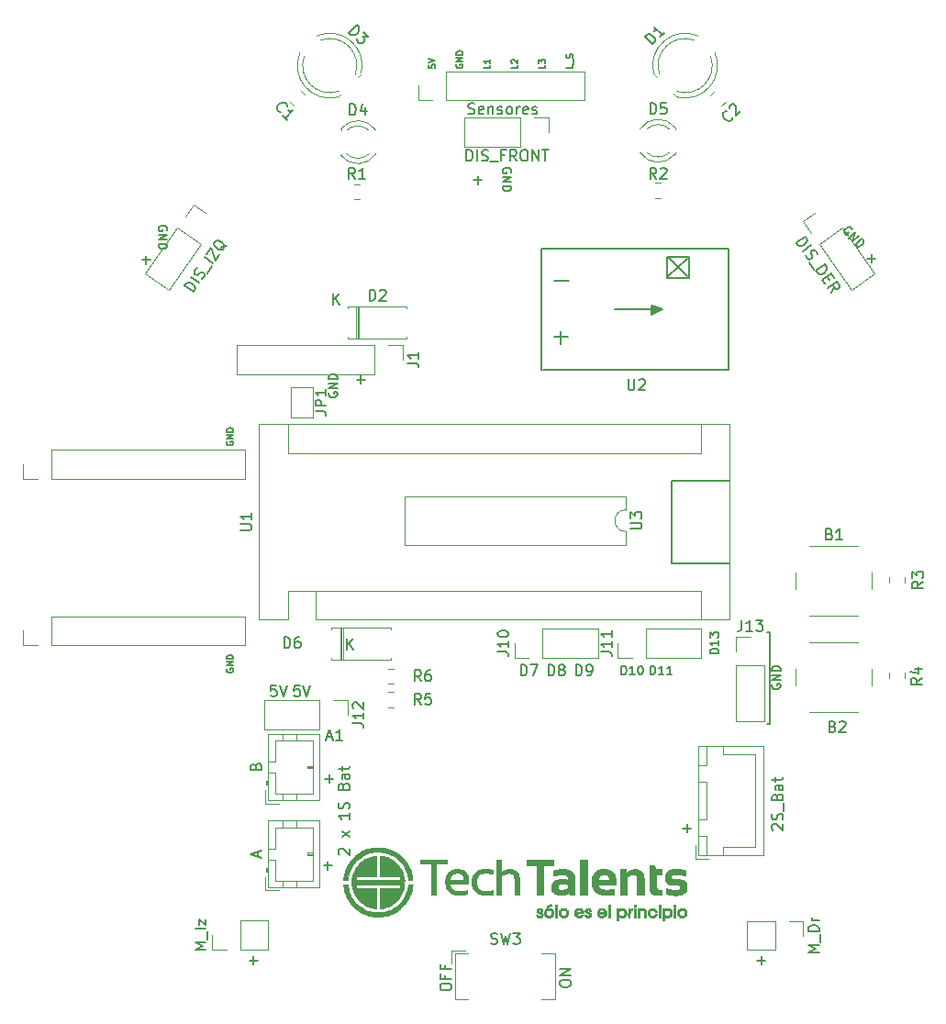
<source format=gto>
%TF.GenerationSoftware,KiCad,Pcbnew,(5.0.1-3-g963ef8bb5)*%
%TF.CreationDate,2018-11-27T12:33:17+01:00*%
%TF.ProjectId,core,636F72652E6B696361645F7063620000,rev?*%
%TF.SameCoordinates,Original*%
%TF.FileFunction,Legend,Top*%
%TF.FilePolarity,Positive*%
%FSLAX46Y46*%
G04 Gerber Fmt 4.6, Leading zero omitted, Abs format (unit mm)*
G04 Created by KiCad (PCBNEW (5.0.1-3-g963ef8bb5)) date 2018 November 27, Tuesday 12:33:17*
%MOMM*%
%LPD*%
G01*
G04 APERTURE LIST*
%ADD10C,0.127000*%
%ADD11C,0.120000*%
%ADD12C,0.150000*%
%ADD13C,0.010000*%
G04 APERTURE END LIST*
D10*
X234569047Y-71445428D02*
X235330952Y-71445428D01*
X234950000Y-71826380D02*
X234950000Y-71064476D01*
X233150844Y-68755158D02*
X233123906Y-68674346D01*
X233043094Y-68593534D01*
X232935345Y-68539659D01*
X232827595Y-68539659D01*
X232746783Y-68566597D01*
X232612096Y-68647409D01*
X232531284Y-68728221D01*
X232450471Y-68862908D01*
X232423534Y-68943720D01*
X232423534Y-69051470D01*
X232477409Y-69159219D01*
X232531284Y-69213094D01*
X232639033Y-69266969D01*
X232692908Y-69266969D01*
X232881470Y-69078407D01*
X232773720Y-68970658D01*
X232881470Y-69563280D02*
X233447155Y-68997595D01*
X233204719Y-69886529D01*
X233770404Y-69320844D01*
X233474093Y-70155903D02*
X234039778Y-69590218D01*
X234174465Y-69724905D01*
X234228340Y-69832654D01*
X234228340Y-69940404D01*
X234201402Y-70021216D01*
X234120590Y-70155903D01*
X234039778Y-70236715D01*
X233905091Y-70317528D01*
X233824279Y-70344465D01*
X233716529Y-70344465D01*
X233608780Y-70290590D01*
X233474093Y-70155903D01*
X198247047Y-64206428D02*
X199008952Y-64206428D01*
X198628000Y-64587380D02*
X198628000Y-63825476D01*
X201695000Y-63525476D02*
X201733095Y-63449285D01*
X201733095Y-63335000D01*
X201695000Y-63220714D01*
X201618809Y-63144523D01*
X201542619Y-63106428D01*
X201390238Y-63068333D01*
X201275952Y-63068333D01*
X201123571Y-63106428D01*
X201047380Y-63144523D01*
X200971190Y-63220714D01*
X200933095Y-63335000D01*
X200933095Y-63411190D01*
X200971190Y-63525476D01*
X201009285Y-63563571D01*
X201275952Y-63563571D01*
X201275952Y-63411190D01*
X200933095Y-63906428D02*
X201733095Y-63906428D01*
X200933095Y-64363571D01*
X201733095Y-64363571D01*
X200933095Y-64744523D02*
X201733095Y-64744523D01*
X201733095Y-64935000D01*
X201695000Y-65049285D01*
X201618809Y-65125476D01*
X201542619Y-65163571D01*
X201390238Y-65201666D01*
X201275952Y-65201666D01*
X201123571Y-65163571D01*
X201047380Y-65125476D01*
X200971190Y-65049285D01*
X200933095Y-64935000D01*
X200933095Y-64744523D01*
X169945000Y-68859476D02*
X169983095Y-68783285D01*
X169983095Y-68669000D01*
X169945000Y-68554714D01*
X169868809Y-68478523D01*
X169792619Y-68440428D01*
X169640238Y-68402333D01*
X169525952Y-68402333D01*
X169373571Y-68440428D01*
X169297380Y-68478523D01*
X169221190Y-68554714D01*
X169183095Y-68669000D01*
X169183095Y-68745190D01*
X169221190Y-68859476D01*
X169259285Y-68897571D01*
X169525952Y-68897571D01*
X169525952Y-68745190D01*
X169183095Y-69240428D02*
X169983095Y-69240428D01*
X169183095Y-69697571D01*
X169983095Y-69697571D01*
X169183095Y-70078523D02*
X169983095Y-70078523D01*
X169983095Y-70269000D01*
X169945000Y-70383285D01*
X169868809Y-70459476D01*
X169792619Y-70497571D01*
X169640238Y-70535666D01*
X169525952Y-70535666D01*
X169373571Y-70497571D01*
X169297380Y-70459476D01*
X169221190Y-70383285D01*
X169183095Y-70269000D01*
X169183095Y-70078523D01*
X167640047Y-71572428D02*
X168401952Y-71572428D01*
X168021000Y-71953380D02*
X168021000Y-71191476D01*
X184893000Y-83794523D02*
X184854904Y-83870714D01*
X184854904Y-83985000D01*
X184893000Y-84099285D01*
X184969190Y-84175476D01*
X185045380Y-84213571D01*
X185197761Y-84251666D01*
X185312047Y-84251666D01*
X185464428Y-84213571D01*
X185540619Y-84175476D01*
X185616809Y-84099285D01*
X185654904Y-83985000D01*
X185654904Y-83908809D01*
X185616809Y-83794523D01*
X185578714Y-83756428D01*
X185312047Y-83756428D01*
X185312047Y-83908809D01*
X185654904Y-83413571D02*
X184854904Y-83413571D01*
X185654904Y-82956428D01*
X184854904Y-82956428D01*
X185654904Y-82575476D02*
X184854904Y-82575476D01*
X184854904Y-82385000D01*
X184893000Y-82270714D01*
X184969190Y-82194523D01*
X185045380Y-82156428D01*
X185197761Y-82118333D01*
X185312047Y-82118333D01*
X185464428Y-82156428D01*
X185540619Y-82194523D01*
X185616809Y-82270714D01*
X185654904Y-82385000D01*
X185654904Y-82575476D01*
X187452047Y-82621428D02*
X188213952Y-82621428D01*
X187833000Y-83002380D02*
X187833000Y-82240476D01*
X194108428Y-53581285D02*
X194108428Y-53867000D01*
X194394142Y-53895571D01*
X194365571Y-53867000D01*
X194337000Y-53809857D01*
X194337000Y-53667000D01*
X194365571Y-53609857D01*
X194394142Y-53581285D01*
X194451285Y-53552714D01*
X194594142Y-53552714D01*
X194651285Y-53581285D01*
X194679857Y-53609857D01*
X194708428Y-53667000D01*
X194708428Y-53809857D01*
X194679857Y-53867000D01*
X194651285Y-53895571D01*
X194108428Y-53381285D02*
X194708428Y-53181285D01*
X194108428Y-52981285D01*
X196677000Y-53543142D02*
X196648428Y-53600285D01*
X196648428Y-53686000D01*
X196677000Y-53771714D01*
X196734142Y-53828857D01*
X196791285Y-53857428D01*
X196905571Y-53886000D01*
X196991285Y-53886000D01*
X197105571Y-53857428D01*
X197162714Y-53828857D01*
X197219857Y-53771714D01*
X197248428Y-53686000D01*
X197248428Y-53628857D01*
X197219857Y-53543142D01*
X197191285Y-53514571D01*
X196991285Y-53514571D01*
X196991285Y-53628857D01*
X197248428Y-53257428D02*
X196648428Y-53257428D01*
X197248428Y-52914571D01*
X196648428Y-52914571D01*
X197248428Y-52628857D02*
X196648428Y-52628857D01*
X196648428Y-52486000D01*
X196677000Y-52400285D01*
X196734142Y-52343142D01*
X196791285Y-52314571D01*
X196905571Y-52286000D01*
X196991285Y-52286000D01*
X197105571Y-52314571D01*
X197162714Y-52343142D01*
X197219857Y-52400285D01*
X197248428Y-52486000D01*
X197248428Y-52628857D01*
X199788428Y-53567000D02*
X199788428Y-53852714D01*
X199188428Y-53852714D01*
X199788428Y-53052714D02*
X199788428Y-53395571D01*
X199788428Y-53224142D02*
X199188428Y-53224142D01*
X199274142Y-53281285D01*
X199331285Y-53338428D01*
X199359857Y-53395571D01*
X202328428Y-53567000D02*
X202328428Y-53852714D01*
X201728428Y-53852714D01*
X201785571Y-53395571D02*
X201757000Y-53367000D01*
X201728428Y-53309857D01*
X201728428Y-53167000D01*
X201757000Y-53109857D01*
X201785571Y-53081285D01*
X201842714Y-53052714D01*
X201899857Y-53052714D01*
X201985571Y-53081285D01*
X202328428Y-53424142D01*
X202328428Y-53052714D01*
X204868428Y-53567000D02*
X204868428Y-53852714D01*
X204268428Y-53852714D01*
X204268428Y-53424142D02*
X204268428Y-53052714D01*
X204497000Y-53252714D01*
X204497000Y-53167000D01*
X204525571Y-53109857D01*
X204554142Y-53081285D01*
X204611285Y-53052714D01*
X204754142Y-53052714D01*
X204811285Y-53081285D01*
X204839857Y-53109857D01*
X204868428Y-53167000D01*
X204868428Y-53338428D01*
X204839857Y-53395571D01*
X204811285Y-53424142D01*
X207408428Y-53541571D02*
X207408428Y-53827285D01*
X206808428Y-53827285D01*
X207465571Y-53484428D02*
X207465571Y-53027285D01*
X207379857Y-52913000D02*
X207408428Y-52827285D01*
X207408428Y-52684428D01*
X207379857Y-52627285D01*
X207351285Y-52598714D01*
X207294142Y-52570142D01*
X207237000Y-52570142D01*
X207179857Y-52598714D01*
X207151285Y-52627285D01*
X207122714Y-52684428D01*
X207094142Y-52798714D01*
X207065571Y-52855857D01*
X207037000Y-52884428D01*
X206979857Y-52913000D01*
X206922714Y-52913000D01*
X206865571Y-52884428D01*
X206837000Y-52855857D01*
X206808428Y-52798714D01*
X206808428Y-52655857D01*
X206837000Y-52570142D01*
X225552000Y-114427000D02*
X225298000Y-114427000D01*
X225552000Y-105918000D02*
X225552000Y-114427000D01*
X225298000Y-105918000D02*
X225552000Y-105918000D01*
X225787000Y-110718523D02*
X225748904Y-110794714D01*
X225748904Y-110909000D01*
X225787000Y-111023285D01*
X225863190Y-111099476D01*
X225939380Y-111137571D01*
X226091761Y-111175666D01*
X226206047Y-111175666D01*
X226358428Y-111137571D01*
X226434619Y-111099476D01*
X226510809Y-111023285D01*
X226548904Y-110909000D01*
X226548904Y-110832809D01*
X226510809Y-110718523D01*
X226472714Y-110680428D01*
X226206047Y-110680428D01*
X226206047Y-110832809D01*
X226548904Y-110337571D02*
X225748904Y-110337571D01*
X226548904Y-109880428D01*
X225748904Y-109880428D01*
X226548904Y-109499476D02*
X225748904Y-109499476D01*
X225748904Y-109309000D01*
X225787000Y-109194714D01*
X225863190Y-109118523D01*
X225939380Y-109080428D01*
X226091761Y-109042333D01*
X226206047Y-109042333D01*
X226358428Y-109080428D01*
X226434619Y-109118523D01*
X226510809Y-109194714D01*
X226548904Y-109309000D01*
X226548904Y-109499476D01*
X216535000Y-99568000D02*
X221869000Y-99568000D01*
X216535000Y-91948000D02*
X216535000Y-99568000D01*
X221869000Y-91948000D02*
X216535000Y-91948000D01*
X220833904Y-107905428D02*
X220033904Y-107905428D01*
X220033904Y-107714952D01*
X220072000Y-107600666D01*
X220148190Y-107524476D01*
X220224380Y-107486380D01*
X220376761Y-107448285D01*
X220491047Y-107448285D01*
X220643428Y-107486380D01*
X220719619Y-107524476D01*
X220795809Y-107600666D01*
X220833904Y-107714952D01*
X220833904Y-107905428D01*
X220833904Y-106686380D02*
X220833904Y-107143523D01*
X220833904Y-106914952D02*
X220033904Y-106914952D01*
X220148190Y-106991142D01*
X220224380Y-107067333D01*
X220262476Y-107143523D01*
X220033904Y-106419714D02*
X220033904Y-105924476D01*
X220338666Y-106191142D01*
X220338666Y-106076857D01*
X220376761Y-106000666D01*
X220414857Y-105962571D01*
X220491047Y-105924476D01*
X220681523Y-105924476D01*
X220757714Y-105962571D01*
X220795809Y-106000666D01*
X220833904Y-106076857D01*
X220833904Y-106305428D01*
X220795809Y-106381619D01*
X220757714Y-106419714D01*
X214547571Y-109835904D02*
X214547571Y-109035904D01*
X214738047Y-109035904D01*
X214852333Y-109074000D01*
X214928523Y-109150190D01*
X214966619Y-109226380D01*
X215004714Y-109378761D01*
X215004714Y-109493047D01*
X214966619Y-109645428D01*
X214928523Y-109721619D01*
X214852333Y-109797809D01*
X214738047Y-109835904D01*
X214547571Y-109835904D01*
X215766619Y-109835904D02*
X215309476Y-109835904D01*
X215538047Y-109835904D02*
X215538047Y-109035904D01*
X215461857Y-109150190D01*
X215385666Y-109226380D01*
X215309476Y-109264476D01*
X216528523Y-109835904D02*
X216071380Y-109835904D01*
X216299952Y-109835904D02*
X216299952Y-109035904D01*
X216223761Y-109150190D01*
X216147571Y-109226380D01*
X216071380Y-109264476D01*
X211880571Y-109835904D02*
X211880571Y-109035904D01*
X212071047Y-109035904D01*
X212185333Y-109074000D01*
X212261523Y-109150190D01*
X212299619Y-109226380D01*
X212337714Y-109378761D01*
X212337714Y-109493047D01*
X212299619Y-109645428D01*
X212261523Y-109721619D01*
X212185333Y-109797809D01*
X212071047Y-109835904D01*
X211880571Y-109835904D01*
X213099619Y-109835904D02*
X212642476Y-109835904D01*
X212871047Y-109835904D02*
X212871047Y-109035904D01*
X212794857Y-109150190D01*
X212718666Y-109226380D01*
X212642476Y-109264476D01*
X213594857Y-109035904D02*
X213671047Y-109035904D01*
X213747238Y-109074000D01*
X213785333Y-109112095D01*
X213823428Y-109188285D01*
X213861523Y-109340666D01*
X213861523Y-109531142D01*
X213823428Y-109683523D01*
X213785333Y-109759714D01*
X213747238Y-109797809D01*
X213671047Y-109835904D01*
X213594857Y-109835904D01*
X213518666Y-109797809D01*
X213480571Y-109759714D01*
X213442476Y-109683523D01*
X213404380Y-109531142D01*
X213404380Y-109340666D01*
X213442476Y-109188285D01*
X213480571Y-109112095D01*
X213518666Y-109074000D01*
X213594857Y-109035904D01*
X207668904Y-109926380D02*
X207668904Y-108926380D01*
X207907000Y-108926380D01*
X208049857Y-108974000D01*
X208145095Y-109069238D01*
X208192714Y-109164476D01*
X208240333Y-109354952D01*
X208240333Y-109497809D01*
X208192714Y-109688285D01*
X208145095Y-109783523D01*
X208049857Y-109878761D01*
X207907000Y-109926380D01*
X207668904Y-109926380D01*
X208716523Y-109926380D02*
X208907000Y-109926380D01*
X209002238Y-109878761D01*
X209049857Y-109831142D01*
X209145095Y-109688285D01*
X209192714Y-109497809D01*
X209192714Y-109116857D01*
X209145095Y-109021619D01*
X209097476Y-108974000D01*
X209002238Y-108926380D01*
X208811761Y-108926380D01*
X208716523Y-108974000D01*
X208668904Y-109021619D01*
X208621285Y-109116857D01*
X208621285Y-109354952D01*
X208668904Y-109450190D01*
X208716523Y-109497809D01*
X208811761Y-109545428D01*
X209002238Y-109545428D01*
X209097476Y-109497809D01*
X209145095Y-109450190D01*
X209192714Y-109354952D01*
X205128904Y-109926380D02*
X205128904Y-108926380D01*
X205367000Y-108926380D01*
X205509857Y-108974000D01*
X205605095Y-109069238D01*
X205652714Y-109164476D01*
X205700333Y-109354952D01*
X205700333Y-109497809D01*
X205652714Y-109688285D01*
X205605095Y-109783523D01*
X205509857Y-109878761D01*
X205367000Y-109926380D01*
X205128904Y-109926380D01*
X206271761Y-109354952D02*
X206176523Y-109307333D01*
X206128904Y-109259714D01*
X206081285Y-109164476D01*
X206081285Y-109116857D01*
X206128904Y-109021619D01*
X206176523Y-108974000D01*
X206271761Y-108926380D01*
X206462238Y-108926380D01*
X206557476Y-108974000D01*
X206605095Y-109021619D01*
X206652714Y-109116857D01*
X206652714Y-109164476D01*
X206605095Y-109259714D01*
X206557476Y-109307333D01*
X206462238Y-109354952D01*
X206271761Y-109354952D01*
X206176523Y-109402571D01*
X206128904Y-109450190D01*
X206081285Y-109545428D01*
X206081285Y-109735904D01*
X206128904Y-109831142D01*
X206176523Y-109878761D01*
X206271761Y-109926380D01*
X206462238Y-109926380D01*
X206557476Y-109878761D01*
X206605095Y-109831142D01*
X206652714Y-109735904D01*
X206652714Y-109545428D01*
X206605095Y-109450190D01*
X206557476Y-109402571D01*
X206462238Y-109354952D01*
X202588904Y-109926380D02*
X202588904Y-108926380D01*
X202827000Y-108926380D01*
X202969857Y-108974000D01*
X203065095Y-109069238D01*
X203112714Y-109164476D01*
X203160333Y-109354952D01*
X203160333Y-109497809D01*
X203112714Y-109688285D01*
X203065095Y-109783523D01*
X202969857Y-109878761D01*
X202827000Y-109926380D01*
X202588904Y-109926380D01*
X203493666Y-108926380D02*
X204160333Y-108926380D01*
X203731761Y-109926380D01*
X184705714Y-115609666D02*
X185181904Y-115609666D01*
X184610476Y-115895380D02*
X184943809Y-114895380D01*
X185277142Y-115895380D01*
X186134285Y-115895380D02*
X185562857Y-115895380D01*
X185848571Y-115895380D02*
X185848571Y-114895380D01*
X185753333Y-115038238D01*
X185658095Y-115133476D01*
X185562857Y-115181095D01*
X182181523Y-110831380D02*
X181705333Y-110831380D01*
X181657714Y-111307571D01*
X181705333Y-111259952D01*
X181800571Y-111212333D01*
X182038666Y-111212333D01*
X182133904Y-111259952D01*
X182181523Y-111307571D01*
X182229142Y-111402809D01*
X182229142Y-111640904D01*
X182181523Y-111736142D01*
X182133904Y-111783761D01*
X182038666Y-111831380D01*
X181800571Y-111831380D01*
X181705333Y-111783761D01*
X181657714Y-111736142D01*
X182514857Y-110831380D02*
X182848190Y-111831380D01*
X183181523Y-110831380D01*
X180022523Y-110831380D02*
X179546333Y-110831380D01*
X179498714Y-111307571D01*
X179546333Y-111259952D01*
X179641571Y-111212333D01*
X179879666Y-111212333D01*
X179974904Y-111259952D01*
X180022523Y-111307571D01*
X180070142Y-111402809D01*
X180070142Y-111640904D01*
X180022523Y-111736142D01*
X179974904Y-111783761D01*
X179879666Y-111831380D01*
X179641571Y-111831380D01*
X179546333Y-111783761D01*
X179498714Y-111736142D01*
X180355857Y-110831380D02*
X180689190Y-111831380D01*
X181022523Y-110831380D01*
X185856619Y-126451809D02*
X185809000Y-126404190D01*
X185761380Y-126308952D01*
X185761380Y-126070857D01*
X185809000Y-125975619D01*
X185856619Y-125928000D01*
X185951857Y-125880380D01*
X186047095Y-125880380D01*
X186189952Y-125928000D01*
X186761380Y-126499428D01*
X186761380Y-125880380D01*
X186761380Y-124785142D02*
X186094714Y-124261333D01*
X186094714Y-124785142D02*
X186761380Y-124261333D01*
X186761380Y-122594666D02*
X186761380Y-123166095D01*
X186761380Y-122880380D02*
X185761380Y-122880380D01*
X185904238Y-122975619D01*
X185999476Y-123070857D01*
X186047095Y-123166095D01*
X186713761Y-122213714D02*
X186761380Y-122070857D01*
X186761380Y-121832761D01*
X186713761Y-121737523D01*
X186666142Y-121689904D01*
X186570904Y-121642285D01*
X186475666Y-121642285D01*
X186380428Y-121689904D01*
X186332809Y-121737523D01*
X186285190Y-121832761D01*
X186237571Y-122023238D01*
X186189952Y-122118476D01*
X186142333Y-122166095D01*
X186047095Y-122213714D01*
X185951857Y-122213714D01*
X185856619Y-122166095D01*
X185809000Y-122118476D01*
X185761380Y-122023238D01*
X185761380Y-121785142D01*
X185809000Y-121642285D01*
X186237571Y-120118476D02*
X186285190Y-119975619D01*
X186332809Y-119928000D01*
X186428047Y-119880380D01*
X186570904Y-119880380D01*
X186666142Y-119928000D01*
X186713761Y-119975619D01*
X186761380Y-120070857D01*
X186761380Y-120451809D01*
X185761380Y-120451809D01*
X185761380Y-120118476D01*
X185809000Y-120023238D01*
X185856619Y-119975619D01*
X185951857Y-119928000D01*
X186047095Y-119928000D01*
X186142333Y-119975619D01*
X186189952Y-120023238D01*
X186237571Y-120118476D01*
X186237571Y-120451809D01*
X186761380Y-119023238D02*
X186237571Y-119023238D01*
X186142333Y-119070857D01*
X186094714Y-119166095D01*
X186094714Y-119356571D01*
X186142333Y-119451809D01*
X186713761Y-119023238D02*
X186761380Y-119118476D01*
X186761380Y-119356571D01*
X186713761Y-119451809D01*
X186618523Y-119499428D01*
X186523285Y-119499428D01*
X186428047Y-119451809D01*
X186380428Y-119356571D01*
X186380428Y-119118476D01*
X186332809Y-119023238D01*
X186094714Y-118689904D02*
X186094714Y-118308952D01*
X185761380Y-118547047D02*
X186618523Y-118547047D01*
X186713761Y-118499428D01*
X186761380Y-118404190D01*
X186761380Y-118308952D01*
X217551047Y-124023428D02*
X218312952Y-124023428D01*
X217932000Y-124404380D02*
X217932000Y-123642476D01*
X206208380Y-138414047D02*
X206208380Y-138223571D01*
X206256000Y-138128333D01*
X206351238Y-138033095D01*
X206541714Y-137985476D01*
X206875047Y-137985476D01*
X207065523Y-138033095D01*
X207160761Y-138128333D01*
X207208380Y-138223571D01*
X207208380Y-138414047D01*
X207160761Y-138509285D01*
X207065523Y-138604523D01*
X206875047Y-138652142D01*
X206541714Y-138652142D01*
X206351238Y-138604523D01*
X206256000Y-138509285D01*
X206208380Y-138414047D01*
X207208380Y-137556904D02*
X206208380Y-137556904D01*
X207208380Y-136985476D01*
X206208380Y-136985476D01*
X195159380Y-138747380D02*
X195159380Y-138556904D01*
X195207000Y-138461666D01*
X195302238Y-138366428D01*
X195492714Y-138318809D01*
X195826047Y-138318809D01*
X196016523Y-138366428D01*
X196111761Y-138461666D01*
X196159380Y-138556904D01*
X196159380Y-138747380D01*
X196111761Y-138842619D01*
X196016523Y-138937857D01*
X195826047Y-138985476D01*
X195492714Y-138985476D01*
X195302238Y-138937857D01*
X195207000Y-138842619D01*
X195159380Y-138747380D01*
X195635571Y-137556904D02*
X195635571Y-137890238D01*
X196159380Y-137890238D02*
X195159380Y-137890238D01*
X195159380Y-137414047D01*
X195635571Y-136699761D02*
X195635571Y-137033095D01*
X196159380Y-137033095D02*
X195159380Y-137033095D01*
X195159380Y-136556904D01*
X175468000Y-88341142D02*
X175439428Y-88398285D01*
X175439428Y-88484000D01*
X175468000Y-88569714D01*
X175525142Y-88626857D01*
X175582285Y-88655428D01*
X175696571Y-88684000D01*
X175782285Y-88684000D01*
X175896571Y-88655428D01*
X175953714Y-88626857D01*
X176010857Y-88569714D01*
X176039428Y-88484000D01*
X176039428Y-88426857D01*
X176010857Y-88341142D01*
X175982285Y-88312571D01*
X175782285Y-88312571D01*
X175782285Y-88426857D01*
X176039428Y-88055428D02*
X175439428Y-88055428D01*
X176039428Y-87712571D01*
X175439428Y-87712571D01*
X176039428Y-87426857D02*
X175439428Y-87426857D01*
X175439428Y-87284000D01*
X175468000Y-87198285D01*
X175525142Y-87141142D01*
X175582285Y-87112571D01*
X175696571Y-87084000D01*
X175782285Y-87084000D01*
X175896571Y-87112571D01*
X175953714Y-87141142D01*
X176010857Y-87198285D01*
X176039428Y-87284000D01*
X176039428Y-87426857D01*
X175468000Y-109296142D02*
X175439428Y-109353285D01*
X175439428Y-109439000D01*
X175468000Y-109524714D01*
X175525142Y-109581857D01*
X175582285Y-109610428D01*
X175696571Y-109639000D01*
X175782285Y-109639000D01*
X175896571Y-109610428D01*
X175953714Y-109581857D01*
X176010857Y-109524714D01*
X176039428Y-109439000D01*
X176039428Y-109381857D01*
X176010857Y-109296142D01*
X175982285Y-109267571D01*
X175782285Y-109267571D01*
X175782285Y-109381857D01*
X176039428Y-109010428D02*
X175439428Y-109010428D01*
X176039428Y-108667571D01*
X175439428Y-108667571D01*
X176039428Y-108381857D02*
X175439428Y-108381857D01*
X175439428Y-108239000D01*
X175468000Y-108153285D01*
X175525142Y-108096142D01*
X175582285Y-108067571D01*
X175696571Y-108039000D01*
X175782285Y-108039000D01*
X175896571Y-108067571D01*
X175953714Y-108096142D01*
X176010857Y-108153285D01*
X176039428Y-108239000D01*
X176039428Y-108381857D01*
X184531047Y-119451428D02*
X185292952Y-119451428D01*
X184912000Y-119832380D02*
X184912000Y-119070476D01*
X184404047Y-127452428D02*
X185165952Y-127452428D01*
X184785000Y-127833380D02*
X184785000Y-127071476D01*
X224409047Y-136215428D02*
X225170952Y-136215428D01*
X224790000Y-136596380D02*
X224790000Y-135834476D01*
X177546047Y-136215428D02*
X178307952Y-136215428D01*
X177927000Y-136596380D02*
X177927000Y-135834476D01*
D11*
X181648287Y-57328779D02*
X181278821Y-56959313D01*
X182652379Y-56324687D02*
X182282913Y-55955221D01*
X221107697Y-57365995D02*
X221477163Y-56996529D01*
X220103605Y-56361903D02*
X220473071Y-55992437D01*
X216708520Y-56217830D02*
X217037325Y-56546635D01*
X214852365Y-54361675D02*
X215181170Y-54690480D01*
X220113173Y-52813784D02*
G75*
G02X216924411Y-56001939I-2358135J-830178D01*
G01*
X218585216Y-51285827D02*
G75*
G03X215397061Y-54474589I-830178J-2358135D01*
G01*
X220490581Y-52436939D02*
G75*
G02X217037205Y-56546515I-2735543J-1207023D01*
G01*
X218962061Y-50908419D02*
G75*
G03X214852485Y-54361795I-1207023J-2735543D01*
G01*
X187417000Y-75873000D02*
X187417000Y-78813000D01*
X187657000Y-75873000D02*
X187657000Y-78813000D01*
X187537000Y-75873000D02*
X187537000Y-78813000D01*
X192077000Y-78813000D02*
X192077000Y-78683000D01*
X186637000Y-78813000D02*
X192077000Y-78813000D01*
X186637000Y-78683000D02*
X186637000Y-78813000D01*
X192077000Y-75873000D02*
X192077000Y-76003000D01*
X186637000Y-75873000D02*
X192077000Y-75873000D01*
X186637000Y-76003000D02*
X186637000Y-75873000D01*
X182226419Y-52436939D02*
G75*
G03X185679795Y-56546515I2735543J-1207023D01*
G01*
X183754939Y-50908419D02*
G75*
G02X187864515Y-54361795I1207023J-2735543D01*
G01*
X182603827Y-52813784D02*
G75*
G03X185792589Y-56001939I2358135J-830178D01*
G01*
X184131784Y-51285827D02*
G75*
G02X187319939Y-54474589I830178J-2358135D01*
G01*
X185679675Y-56546635D02*
X186008480Y-56217830D01*
X187535830Y-54690480D02*
X187864635Y-54361675D01*
X189225935Y-59627392D02*
G75*
G03X185993600Y-59470484I-1672335J-1078608D01*
G01*
X189225935Y-61784608D02*
G75*
G02X185993600Y-61941516I-1672335J1078608D01*
G01*
X188594730Y-59626163D02*
G75*
G03X186512639Y-59626000I-1041130J-1079837D01*
G01*
X188594730Y-61785837D02*
G75*
G02X186512639Y-61786000I-1041130J1079837D01*
G01*
X185993600Y-59470000D02*
X185993600Y-59626000D01*
X185993600Y-61786000D02*
X185993600Y-61942000D01*
X216825000Y-59499000D02*
X216825000Y-59343000D01*
X216825000Y-61815000D02*
X216825000Y-61659000D01*
X214223870Y-59499163D02*
G75*
G02X216305961Y-59499000I1041130J-1079837D01*
G01*
X214223870Y-61658837D02*
G75*
G03X216305961Y-61659000I1041130J1079837D01*
G01*
X213592665Y-59500392D02*
G75*
G02X216825000Y-59343484I1672335J-1078608D01*
G01*
X213592665Y-61657608D02*
G75*
G03X216825000Y-61814516I1672335J1078608D01*
G01*
X185138400Y-105644800D02*
X185138400Y-105514800D01*
X185138400Y-105514800D02*
X190578400Y-105514800D01*
X190578400Y-105514800D02*
X190578400Y-105644800D01*
X185138400Y-108324800D02*
X185138400Y-108454800D01*
X185138400Y-108454800D02*
X190578400Y-108454800D01*
X190578400Y-108454800D02*
X190578400Y-108324800D01*
X186038400Y-105514800D02*
X186038400Y-108454800D01*
X186158400Y-105514800D02*
X186158400Y-108454800D01*
X185918400Y-105514800D02*
X185918400Y-108454800D01*
X176343000Y-79442000D02*
X176343000Y-82102000D01*
X189103000Y-79442000D02*
X176343000Y-79442000D01*
X189103000Y-82102000D02*
X176343000Y-82102000D01*
X189103000Y-79442000D02*
X189103000Y-82102000D01*
X190373000Y-79442000D02*
X191703000Y-79442000D01*
X191703000Y-79442000D02*
X191703000Y-80772000D01*
X156675527Y-107123265D02*
X156675527Y-105793265D01*
X158005527Y-107123265D02*
X156675527Y-107123265D01*
X159275527Y-107123265D02*
X159275527Y-104463265D01*
X159275527Y-104463265D02*
X177115527Y-104463265D01*
X159275527Y-107123265D02*
X177115527Y-107123265D01*
X177115527Y-107123265D02*
X177115527Y-104463265D01*
X174082400Y-135188000D02*
X174082400Y-133858000D01*
X175412400Y-135188000D02*
X174082400Y-135188000D01*
X176682400Y-135188000D02*
X176682400Y-132528000D01*
X176682400Y-132528000D02*
X179282400Y-132528000D01*
X176682400Y-135188000D02*
X179282400Y-135188000D01*
X179282400Y-135188000D02*
X179282400Y-132528000D01*
X223460000Y-132578800D02*
X223460000Y-135238800D01*
X226060000Y-132578800D02*
X223460000Y-132578800D01*
X226060000Y-135238800D02*
X223460000Y-135238800D01*
X226060000Y-132578800D02*
X226060000Y-135238800D01*
X227330000Y-132578800D02*
X228660000Y-132578800D01*
X228660000Y-132578800D02*
X228660000Y-133908800D01*
X177115527Y-91756266D02*
X177115527Y-89096266D01*
X159275527Y-91756266D02*
X177115527Y-91756266D01*
X159275527Y-89096266D02*
X177115527Y-89096266D01*
X159275527Y-91756266D02*
X159275527Y-89096266D01*
X158005527Y-91756266D02*
X156675527Y-91756266D01*
X156675527Y-91756266D02*
X156675527Y-90426266D01*
X218977200Y-126512000D02*
X224947200Y-126512000D01*
X224947200Y-126512000D02*
X224947200Y-116392000D01*
X224947200Y-116392000D02*
X218977200Y-116392000D01*
X218977200Y-116392000D02*
X218977200Y-126512000D01*
X218987200Y-123202000D02*
X219737200Y-123202000D01*
X219737200Y-123202000D02*
X219737200Y-119702000D01*
X219737200Y-119702000D02*
X218987200Y-119702000D01*
X218987200Y-119702000D02*
X218987200Y-123202000D01*
X218987200Y-126502000D02*
X219737200Y-126502000D01*
X219737200Y-126502000D02*
X219737200Y-124702000D01*
X219737200Y-124702000D02*
X218987200Y-124702000D01*
X218987200Y-124702000D02*
X218987200Y-126502000D01*
X218987200Y-118202000D02*
X219737200Y-118202000D01*
X219737200Y-118202000D02*
X219737200Y-116402000D01*
X219737200Y-116402000D02*
X218987200Y-116402000D01*
X218987200Y-116402000D02*
X218987200Y-118202000D01*
X221237200Y-126502000D02*
X221237200Y-125752000D01*
X221237200Y-125752000D02*
X224187200Y-125752000D01*
X224187200Y-125752000D02*
X224187200Y-121452000D01*
X221237200Y-116402000D02*
X221237200Y-117152000D01*
X221237200Y-117152000D02*
X224187200Y-117152000D01*
X224187200Y-117152000D02*
X224187200Y-121452000D01*
X218687200Y-125552000D02*
X218687200Y-126802000D01*
X218687200Y-126802000D02*
X219937200Y-126802000D01*
X193107000Y-56829000D02*
X193107000Y-55499000D01*
X194437000Y-56829000D02*
X193107000Y-56829000D01*
X195707000Y-56829000D02*
X195707000Y-54169000D01*
X195707000Y-54169000D02*
X208467000Y-54169000D01*
X195707000Y-56829000D02*
X208467000Y-56829000D01*
X208467000Y-56829000D02*
X208467000Y-54169000D01*
X179292000Y-129441000D02*
X184012000Y-129441000D01*
X184012000Y-129441000D02*
X184012000Y-123321000D01*
X184012000Y-123321000D02*
X179292000Y-123321000D01*
X179292000Y-123321000D02*
X179292000Y-129441000D01*
X179292000Y-127681000D02*
X179092000Y-127681000D01*
X179092000Y-127681000D02*
X179092000Y-127981000D01*
X179092000Y-127981000D02*
X179292000Y-127981000D01*
X179192000Y-127681000D02*
X179192000Y-127981000D01*
X179292000Y-126881000D02*
X179902000Y-126881000D01*
X179902000Y-126881000D02*
X179902000Y-128831000D01*
X179902000Y-128831000D02*
X183402000Y-128831000D01*
X183402000Y-128831000D02*
X183402000Y-123931000D01*
X183402000Y-123931000D02*
X179902000Y-123931000D01*
X179902000Y-123931000D02*
X179902000Y-125881000D01*
X179902000Y-125881000D02*
X179292000Y-125881000D01*
X180602000Y-129441000D02*
X180602000Y-128831000D01*
X181902000Y-129441000D02*
X181902000Y-128831000D01*
X180602000Y-123321000D02*
X180602000Y-123931000D01*
X181902000Y-123321000D02*
X181902000Y-123931000D01*
X183402000Y-126481000D02*
X182902000Y-126481000D01*
X182902000Y-126481000D02*
X182902000Y-126281000D01*
X182902000Y-126281000D02*
X183402000Y-126281000D01*
X183402000Y-126381000D02*
X182902000Y-126381000D01*
X178992000Y-128491000D02*
X178992000Y-129741000D01*
X178992000Y-129741000D02*
X180242000Y-129741000D01*
X178992000Y-121740000D02*
X180242000Y-121740000D01*
X178992000Y-120490000D02*
X178992000Y-121740000D01*
X183402000Y-118380000D02*
X182902000Y-118380000D01*
X182902000Y-118280000D02*
X183402000Y-118280000D01*
X182902000Y-118480000D02*
X182902000Y-118280000D01*
X183402000Y-118480000D02*
X182902000Y-118480000D01*
X181902000Y-115320000D02*
X181902000Y-115930000D01*
X180602000Y-115320000D02*
X180602000Y-115930000D01*
X181902000Y-121440000D02*
X181902000Y-120830000D01*
X180602000Y-121440000D02*
X180602000Y-120830000D01*
X179902000Y-117880000D02*
X179292000Y-117880000D01*
X179902000Y-115930000D02*
X179902000Y-117880000D01*
X183402000Y-115930000D02*
X179902000Y-115930000D01*
X183402000Y-120830000D02*
X183402000Y-115930000D01*
X179902000Y-120830000D02*
X183402000Y-120830000D01*
X179902000Y-118880000D02*
X179902000Y-120830000D01*
X179292000Y-118880000D02*
X179902000Y-118880000D01*
X179192000Y-119680000D02*
X179192000Y-119980000D01*
X179092000Y-119980000D02*
X179292000Y-119980000D01*
X179092000Y-119680000D02*
X179092000Y-119980000D01*
X179292000Y-119680000D02*
X179092000Y-119680000D01*
X179292000Y-115320000D02*
X179292000Y-121440000D01*
X184012000Y-115320000D02*
X179292000Y-115320000D01*
X184012000Y-121440000D02*
X184012000Y-115320000D01*
X179292000Y-121440000D02*
X184012000Y-121440000D01*
X201997000Y-108264000D02*
X201997000Y-106934000D01*
X203327000Y-108264000D02*
X201997000Y-108264000D01*
X204597000Y-108264000D02*
X204597000Y-105604000D01*
X204597000Y-105604000D02*
X209737000Y-105604000D01*
X204597000Y-108264000D02*
X209737000Y-108264000D01*
X209737000Y-108264000D02*
X209737000Y-105604000D01*
X219262000Y-108264000D02*
X219262000Y-105604000D01*
X214122000Y-108264000D02*
X219262000Y-108264000D01*
X214122000Y-105604000D02*
X219262000Y-105604000D01*
X214122000Y-108264000D02*
X214122000Y-105604000D01*
X212852000Y-108264000D02*
X211522000Y-108264000D01*
X211522000Y-108264000D02*
X211522000Y-106934000D01*
X186623000Y-112208000D02*
X186623000Y-113538000D01*
X185293000Y-112208000D02*
X186623000Y-112208000D01*
X184023000Y-112208000D02*
X184023000Y-114868000D01*
X184023000Y-114868000D02*
X178883000Y-114868000D01*
X184023000Y-112208000D02*
X178883000Y-112208000D01*
X178883000Y-112208000D02*
X178883000Y-114868000D01*
X222444000Y-114106000D02*
X225104000Y-114106000D01*
X222444000Y-108966000D02*
X222444000Y-114106000D01*
X225104000Y-108966000D02*
X225104000Y-114106000D01*
X222444000Y-108966000D02*
X225104000Y-108966000D01*
X222444000Y-107696000D02*
X222444000Y-106366000D01*
X222444000Y-106366000D02*
X223774000Y-106366000D01*
X167953903Y-72813908D02*
X170132847Y-74339621D01*
X170902086Y-68603466D02*
X167953903Y-72813908D01*
X173081030Y-70129180D02*
X170132847Y-74339621D01*
X170902086Y-68603466D02*
X173081030Y-70129180D01*
X171630528Y-67563143D02*
X172393384Y-66473671D01*
X172393384Y-66473671D02*
X173482857Y-67236528D01*
X205139600Y-58461600D02*
X205139600Y-59791600D01*
X203809600Y-58461600D02*
X205139600Y-58461600D01*
X202539600Y-58461600D02*
X202539600Y-61121600D01*
X202539600Y-61121600D02*
X197399600Y-61121600D01*
X202539600Y-58461600D02*
X197399600Y-58461600D01*
X197399600Y-58461600D02*
X197399600Y-61121600D01*
X233066753Y-74339621D02*
X235245697Y-72813908D01*
X230118570Y-70129180D02*
X233066753Y-74339621D01*
X232297514Y-68603466D02*
X235245697Y-72813908D01*
X230118570Y-70129180D02*
X232297514Y-68603466D01*
X229390128Y-69088857D02*
X228627271Y-67999384D01*
X228627271Y-67999384D02*
X229716743Y-67236528D01*
X181372000Y-83294000D02*
X183372000Y-83294000D01*
X181372000Y-86094000D02*
X181372000Y-83294000D01*
X183372000Y-86094000D02*
X181372000Y-86094000D01*
X183372000Y-83294000D02*
X183372000Y-86094000D01*
X187199748Y-64568000D02*
X187722252Y-64568000D01*
X187199748Y-65988000D02*
X187722252Y-65988000D01*
X215526252Y-64441000D02*
X215003748Y-64441000D01*
X215526252Y-65861000D02*
X215003748Y-65861000D01*
X236576800Y-101353252D02*
X236576800Y-100830748D01*
X237996800Y-101353252D02*
X237996800Y-100830748D01*
X237996800Y-110183453D02*
X237996800Y-109660949D01*
X236576800Y-110183453D02*
X236576800Y-109660949D01*
X190356748Y-112851000D02*
X190879252Y-112851000D01*
X190356748Y-111431000D02*
X190879252Y-111431000D01*
X190879252Y-110692000D02*
X190356748Y-110692000D01*
X190879252Y-109272000D02*
X190356748Y-109272000D01*
X229219000Y-104433000D02*
X233719000Y-104433000D01*
X227969000Y-100433000D02*
X227969000Y-101933000D01*
X233719000Y-97933000D02*
X229219000Y-97933000D01*
X234969000Y-101933000D02*
X234969000Y-100433000D01*
X234969000Y-110823000D02*
X234969000Y-109323000D01*
X233719000Y-106823000D02*
X229219000Y-106823000D01*
X227969000Y-109323000D02*
X227969000Y-110823000D01*
X229219000Y-113323000D02*
X233719000Y-113323000D01*
X196228000Y-135267000D02*
X196228000Y-136467000D01*
X197428000Y-135267000D02*
X196228000Y-135267000D01*
X205728000Y-139767000D02*
X204528000Y-139767000D01*
X205728000Y-135567000D02*
X205728000Y-139767000D01*
X204528000Y-135567000D02*
X205728000Y-135567000D01*
X196528000Y-139767000D02*
X197728000Y-139767000D01*
X196528000Y-135567000D02*
X196528000Y-139767000D01*
X197728000Y-135567000D02*
X196528000Y-135567000D01*
X183642000Y-102108000D02*
X181102000Y-102108000D01*
X181102000Y-102108000D02*
X181102000Y-104778000D01*
X183642000Y-104778000D02*
X221872000Y-104778000D01*
X178432000Y-104778000D02*
X181102000Y-104778000D01*
X181102000Y-89408000D02*
X181102000Y-86738000D01*
X181102000Y-89408000D02*
X219202000Y-89408000D01*
X219202000Y-89408000D02*
X219202000Y-86738000D01*
X183642000Y-102108000D02*
X183642000Y-104778000D01*
X183642000Y-102108000D02*
X219202000Y-102108000D01*
X219202000Y-102108000D02*
X219202000Y-104778000D01*
X221872000Y-104778000D02*
X221872000Y-86738000D01*
X221872000Y-86738000D02*
X178432000Y-86738000D01*
X178432000Y-86738000D02*
X178432000Y-104778000D01*
D12*
X204495400Y-70561200D02*
X221767400Y-70561200D01*
X221767400Y-70561200D02*
X221767400Y-81737200D01*
X221767400Y-81737200D02*
X204622400Y-81737200D01*
X204495400Y-70561200D02*
X204495400Y-81737200D01*
X211226400Y-76149200D02*
X215163400Y-76149200D01*
G36*
X214655400Y-75768200D02*
X214655400Y-76657200D01*
X215671400Y-76149200D01*
X214655400Y-75768200D01*
G37*
X214655400Y-75768200D02*
X214655400Y-76657200D01*
X215671400Y-76149200D01*
X214655400Y-75768200D01*
X205638400Y-73482200D02*
X207035400Y-73482200D01*
X206273400Y-78181200D02*
X206273400Y-79324200D01*
X205638400Y-78689200D02*
X206908400Y-78689200D01*
X216052400Y-71323200D02*
X216052400Y-73228200D01*
X216052400Y-73228200D02*
X218084400Y-73228200D01*
X218084400Y-73228200D02*
X218084400Y-71323200D01*
X218084400Y-71323200D02*
X216179400Y-71323200D01*
X216179400Y-71323200D02*
X217957400Y-73101200D01*
X217957400Y-71450200D02*
X216179400Y-73101200D01*
X216179400Y-71323200D02*
X216052400Y-71323200D01*
D11*
X212277000Y-96631000D02*
G75*
G02X212277000Y-94631000I0J1000000D01*
G01*
X212277000Y-94631000D02*
X212277000Y-93381000D01*
X212277000Y-93381000D02*
X191837000Y-93381000D01*
X191837000Y-93381000D02*
X191837000Y-97881000D01*
X191837000Y-97881000D02*
X212277000Y-97881000D01*
X212277000Y-97881000D02*
X212277000Y-96631000D01*
D13*
G36*
X189482326Y-125792784D02*
X189570335Y-125794494D01*
X189652228Y-125797466D01*
X189724720Y-125801701D01*
X189784524Y-125807199D01*
X189797267Y-125808792D01*
X190033509Y-125848482D01*
X190263402Y-125903606D01*
X190488307Y-125974526D01*
X190635467Y-126030482D01*
X190670746Y-126045740D01*
X190716848Y-126066998D01*
X190769680Y-126092237D01*
X190825149Y-126119441D01*
X190879162Y-126146592D01*
X190927626Y-126171674D01*
X190966448Y-126192669D01*
X190978367Y-126199474D01*
X191005858Y-126215343D01*
X191028745Y-126228191D01*
X191041867Y-126235132D01*
X191058109Y-126244164D01*
X191075733Y-126255359D01*
X191091641Y-126265901D01*
X191117680Y-126282964D01*
X191149764Y-126303875D01*
X191173100Y-126319027D01*
X191298555Y-126406471D01*
X191426185Y-126506922D01*
X191553007Y-126617498D01*
X191676035Y-126735319D01*
X191792283Y-126857503D01*
X191898767Y-126981167D01*
X191992502Y-127103432D01*
X192007066Y-127124032D01*
X192136340Y-127322547D01*
X192249196Y-127524253D01*
X192345971Y-127729879D01*
X192426999Y-127940155D01*
X192492619Y-128155810D01*
X192505629Y-128206500D01*
X192521074Y-128273203D01*
X192536186Y-128346592D01*
X192550454Y-128423422D01*
X192563367Y-128500445D01*
X192574413Y-128574413D01*
X192583080Y-128642080D01*
X192588858Y-128700197D01*
X192591234Y-128745518D01*
X192591267Y-128750231D01*
X192591266Y-128786467D01*
X192400766Y-128786467D01*
X192336084Y-128786252D01*
X192286719Y-128785548D01*
X192251059Y-128784264D01*
X192227493Y-128782311D01*
X192214409Y-128779601D01*
X192210196Y-128776043D01*
X192210190Y-128775884D01*
X192208849Y-128755405D01*
X192205343Y-128721906D01*
X192200171Y-128679093D01*
X192193832Y-128630668D01*
X192186824Y-128580335D01*
X192179646Y-128531797D01*
X192172797Y-128488758D01*
X192167430Y-128458333D01*
X192119679Y-128251308D01*
X192055791Y-128047223D01*
X191976516Y-127847761D01*
X191882605Y-127654608D01*
X191774807Y-127469449D01*
X191653873Y-127293968D01*
X191642003Y-127278223D01*
X191619282Y-127248706D01*
X191599248Y-127223384D01*
X191584871Y-127205979D01*
X191580654Y-127201331D01*
X191569636Y-127189250D01*
X191551361Y-127168156D01*
X191529335Y-127142110D01*
X191523887Y-127135582D01*
X191493133Y-127100448D01*
X191454334Y-127058897D01*
X191410020Y-127013382D01*
X191362722Y-126966356D01*
X191314969Y-126920271D01*
X191269291Y-126877579D01*
X191228219Y-126840733D01*
X191194283Y-126812186D01*
X191176039Y-126798392D01*
X191155570Y-126782853D01*
X191133424Y-126764347D01*
X191132621Y-126763636D01*
X191095550Y-126733551D01*
X191046146Y-126697685D01*
X190987225Y-126657818D01*
X190921605Y-126615732D01*
X190852103Y-126573208D01*
X190781537Y-126532026D01*
X190712724Y-126493967D01*
X190673567Y-126473432D01*
X190480424Y-126383559D01*
X190283177Y-126309767D01*
X190081150Y-126251883D01*
X189873665Y-126209737D01*
X189660049Y-126183157D01*
X189488233Y-126173106D01*
X189271618Y-126174756D01*
X189056924Y-126192914D01*
X188845084Y-126227279D01*
X188637035Y-126277554D01*
X188433713Y-126343437D01*
X188236053Y-126424629D01*
X188044991Y-126520831D01*
X187861461Y-126631743D01*
X187701767Y-126745218D01*
X187676805Y-126764478D01*
X187657414Y-126779728D01*
X187647256Y-126788080D01*
X187646733Y-126788583D01*
X187638941Y-126795511D01*
X187620908Y-126811009D01*
X187595355Y-126832750D01*
X187566300Y-126857317D01*
X187526462Y-126892581D01*
X187479231Y-126937039D01*
X187428057Y-126987204D01*
X187376387Y-127039589D01*
X187327671Y-127090706D01*
X187285357Y-127137068D01*
X187257383Y-127169667D01*
X187237953Y-127193155D01*
X187222800Y-127211171D01*
X187215058Y-127219993D01*
X187214913Y-127220134D01*
X187204597Y-127231810D01*
X187188741Y-127251599D01*
X187171714Y-127273881D01*
X187157886Y-127293036D01*
X187155666Y-127296334D01*
X187140830Y-127317288D01*
X187125102Y-127337728D01*
X187113449Y-127353704D01*
X187095452Y-127380194D01*
X187073699Y-127413327D01*
X187053759Y-127444501D01*
X187031754Y-127479012D01*
X187012213Y-127509064D01*
X186997363Y-127531268D01*
X186989746Y-127541867D01*
X186979723Y-127557170D01*
X186963992Y-127585048D01*
X186943948Y-127622705D01*
X186920987Y-127667347D01*
X186896503Y-127716177D01*
X186871892Y-127766399D01*
X186848549Y-127815218D01*
X186827869Y-127859837D01*
X186811248Y-127897461D01*
X186805950Y-127910167D01*
X186731382Y-128113550D01*
X186673688Y-128315658D01*
X186632871Y-128516479D01*
X186613588Y-128663700D01*
X186609390Y-128704108D01*
X186605500Y-128738761D01*
X186602356Y-128763944D01*
X186600410Y-128775884D01*
X186591362Y-128779634D01*
X186568494Y-128782652D01*
X186534703Y-128784941D01*
X186492888Y-128786507D01*
X186445946Y-128787354D01*
X186396774Y-128787487D01*
X186348270Y-128786912D01*
X186303332Y-128785632D01*
X186264858Y-128783654D01*
X186235745Y-128780981D01*
X186218890Y-128777619D01*
X186215867Y-128775238D01*
X186217468Y-128739471D01*
X186221952Y-128690418D01*
X186228837Y-128631386D01*
X186237644Y-128565684D01*
X186247892Y-128496621D01*
X186259100Y-128427506D01*
X186270789Y-128361648D01*
X186282477Y-128302354D01*
X186288618Y-128274234D01*
X186333895Y-128100077D01*
X186390052Y-127925060D01*
X186455649Y-127752703D01*
X186529243Y-127586531D01*
X186609395Y-127430066D01*
X186688571Y-127296334D01*
X186724507Y-127240354D01*
X186756446Y-127191373D01*
X186783267Y-127151067D01*
X186803850Y-127121108D01*
X186817075Y-127103173D01*
X186820109Y-127099685D01*
X186830042Y-127087971D01*
X186846642Y-127066670D01*
X186866685Y-127039939D01*
X186871145Y-127033867D01*
X186919719Y-126971449D01*
X186979088Y-126901599D01*
X187046547Y-126827104D01*
X187119390Y-126750750D01*
X187194909Y-126675323D01*
X187270399Y-126603612D01*
X187343153Y-126538401D01*
X187393312Y-126496234D01*
X187420036Y-126475230D01*
X187455509Y-126448349D01*
X187496072Y-126418259D01*
X187538067Y-126387628D01*
X187577834Y-126359122D01*
X187611714Y-126335410D01*
X187636047Y-126319160D01*
X187637198Y-126318434D01*
X187651774Y-126309035D01*
X187674249Y-126294290D01*
X187688927Y-126284578D01*
X187714000Y-126268313D01*
X187735731Y-126254858D01*
X187744100Y-126250031D01*
X187758209Y-126242125D01*
X187783112Y-126227910D01*
X187814964Y-126209590D01*
X187841467Y-126194267D01*
X188019608Y-126100026D01*
X188209446Y-126016680D01*
X188409258Y-125944799D01*
X188617324Y-125884948D01*
X188831919Y-125837697D01*
X189009866Y-125808979D01*
X189065562Y-125803135D01*
X189134857Y-125798547D01*
X189214468Y-125795217D01*
X189301107Y-125793146D01*
X189391488Y-125792335D01*
X189482326Y-125792784D01*
X189482326Y-125792784D01*
G37*
X189482326Y-125792784D02*
X189570335Y-125794494D01*
X189652228Y-125797466D01*
X189724720Y-125801701D01*
X189784524Y-125807199D01*
X189797267Y-125808792D01*
X190033509Y-125848482D01*
X190263402Y-125903606D01*
X190488307Y-125974526D01*
X190635467Y-126030482D01*
X190670746Y-126045740D01*
X190716848Y-126066998D01*
X190769680Y-126092237D01*
X190825149Y-126119441D01*
X190879162Y-126146592D01*
X190927626Y-126171674D01*
X190966448Y-126192669D01*
X190978367Y-126199474D01*
X191005858Y-126215343D01*
X191028745Y-126228191D01*
X191041867Y-126235132D01*
X191058109Y-126244164D01*
X191075733Y-126255359D01*
X191091641Y-126265901D01*
X191117680Y-126282964D01*
X191149764Y-126303875D01*
X191173100Y-126319027D01*
X191298555Y-126406471D01*
X191426185Y-126506922D01*
X191553007Y-126617498D01*
X191676035Y-126735319D01*
X191792283Y-126857503D01*
X191898767Y-126981167D01*
X191992502Y-127103432D01*
X192007066Y-127124032D01*
X192136340Y-127322547D01*
X192249196Y-127524253D01*
X192345971Y-127729879D01*
X192426999Y-127940155D01*
X192492619Y-128155810D01*
X192505629Y-128206500D01*
X192521074Y-128273203D01*
X192536186Y-128346592D01*
X192550454Y-128423422D01*
X192563367Y-128500445D01*
X192574413Y-128574413D01*
X192583080Y-128642080D01*
X192588858Y-128700197D01*
X192591234Y-128745518D01*
X192591267Y-128750231D01*
X192591266Y-128786467D01*
X192400766Y-128786467D01*
X192336084Y-128786252D01*
X192286719Y-128785548D01*
X192251059Y-128784264D01*
X192227493Y-128782311D01*
X192214409Y-128779601D01*
X192210196Y-128776043D01*
X192210190Y-128775884D01*
X192208849Y-128755405D01*
X192205343Y-128721906D01*
X192200171Y-128679093D01*
X192193832Y-128630668D01*
X192186824Y-128580335D01*
X192179646Y-128531797D01*
X192172797Y-128488758D01*
X192167430Y-128458333D01*
X192119679Y-128251308D01*
X192055791Y-128047223D01*
X191976516Y-127847761D01*
X191882605Y-127654608D01*
X191774807Y-127469449D01*
X191653873Y-127293968D01*
X191642003Y-127278223D01*
X191619282Y-127248706D01*
X191599248Y-127223384D01*
X191584871Y-127205979D01*
X191580654Y-127201331D01*
X191569636Y-127189250D01*
X191551361Y-127168156D01*
X191529335Y-127142110D01*
X191523887Y-127135582D01*
X191493133Y-127100448D01*
X191454334Y-127058897D01*
X191410020Y-127013382D01*
X191362722Y-126966356D01*
X191314969Y-126920271D01*
X191269291Y-126877579D01*
X191228219Y-126840733D01*
X191194283Y-126812186D01*
X191176039Y-126798392D01*
X191155570Y-126782853D01*
X191133424Y-126764347D01*
X191132621Y-126763636D01*
X191095550Y-126733551D01*
X191046146Y-126697685D01*
X190987225Y-126657818D01*
X190921605Y-126615732D01*
X190852103Y-126573208D01*
X190781537Y-126532026D01*
X190712724Y-126493967D01*
X190673567Y-126473432D01*
X190480424Y-126383559D01*
X190283177Y-126309767D01*
X190081150Y-126251883D01*
X189873665Y-126209737D01*
X189660049Y-126183157D01*
X189488233Y-126173106D01*
X189271618Y-126174756D01*
X189056924Y-126192914D01*
X188845084Y-126227279D01*
X188637035Y-126277554D01*
X188433713Y-126343437D01*
X188236053Y-126424629D01*
X188044991Y-126520831D01*
X187861461Y-126631743D01*
X187701767Y-126745218D01*
X187676805Y-126764478D01*
X187657414Y-126779728D01*
X187647256Y-126788080D01*
X187646733Y-126788583D01*
X187638941Y-126795511D01*
X187620908Y-126811009D01*
X187595355Y-126832750D01*
X187566300Y-126857317D01*
X187526462Y-126892581D01*
X187479231Y-126937039D01*
X187428057Y-126987204D01*
X187376387Y-127039589D01*
X187327671Y-127090706D01*
X187285357Y-127137068D01*
X187257383Y-127169667D01*
X187237953Y-127193155D01*
X187222800Y-127211171D01*
X187215058Y-127219993D01*
X187214913Y-127220134D01*
X187204597Y-127231810D01*
X187188741Y-127251599D01*
X187171714Y-127273881D01*
X187157886Y-127293036D01*
X187155666Y-127296334D01*
X187140830Y-127317288D01*
X187125102Y-127337728D01*
X187113449Y-127353704D01*
X187095452Y-127380194D01*
X187073699Y-127413327D01*
X187053759Y-127444501D01*
X187031754Y-127479012D01*
X187012213Y-127509064D01*
X186997363Y-127531268D01*
X186989746Y-127541867D01*
X186979723Y-127557170D01*
X186963992Y-127585048D01*
X186943948Y-127622705D01*
X186920987Y-127667347D01*
X186896503Y-127716177D01*
X186871892Y-127766399D01*
X186848549Y-127815218D01*
X186827869Y-127859837D01*
X186811248Y-127897461D01*
X186805950Y-127910167D01*
X186731382Y-128113550D01*
X186673688Y-128315658D01*
X186632871Y-128516479D01*
X186613588Y-128663700D01*
X186609390Y-128704108D01*
X186605500Y-128738761D01*
X186602356Y-128763944D01*
X186600410Y-128775884D01*
X186591362Y-128779634D01*
X186568494Y-128782652D01*
X186534703Y-128784941D01*
X186492888Y-128786507D01*
X186445946Y-128787354D01*
X186396774Y-128787487D01*
X186348270Y-128786912D01*
X186303332Y-128785632D01*
X186264858Y-128783654D01*
X186235745Y-128780981D01*
X186218890Y-128777619D01*
X186215867Y-128775238D01*
X186217468Y-128739471D01*
X186221952Y-128690418D01*
X186228837Y-128631386D01*
X186237644Y-128565684D01*
X186247892Y-128496621D01*
X186259100Y-128427506D01*
X186270789Y-128361648D01*
X186282477Y-128302354D01*
X186288618Y-128274234D01*
X186333895Y-128100077D01*
X186390052Y-127925060D01*
X186455649Y-127752703D01*
X186529243Y-127586531D01*
X186609395Y-127430066D01*
X186688571Y-127296334D01*
X186724507Y-127240354D01*
X186756446Y-127191373D01*
X186783267Y-127151067D01*
X186803850Y-127121108D01*
X186817075Y-127103173D01*
X186820109Y-127099685D01*
X186830042Y-127087971D01*
X186846642Y-127066670D01*
X186866685Y-127039939D01*
X186871145Y-127033867D01*
X186919719Y-126971449D01*
X186979088Y-126901599D01*
X187046547Y-126827104D01*
X187119390Y-126750750D01*
X187194909Y-126675323D01*
X187270399Y-126603612D01*
X187343153Y-126538401D01*
X187393312Y-126496234D01*
X187420036Y-126475230D01*
X187455509Y-126448349D01*
X187496072Y-126418259D01*
X187538067Y-126387628D01*
X187577834Y-126359122D01*
X187611714Y-126335410D01*
X187636047Y-126319160D01*
X187637198Y-126318434D01*
X187651774Y-126309035D01*
X187674249Y-126294290D01*
X187688927Y-126284578D01*
X187714000Y-126268313D01*
X187735731Y-126254858D01*
X187744100Y-126250031D01*
X187758209Y-126242125D01*
X187783112Y-126227910D01*
X187814964Y-126209590D01*
X187841467Y-126194267D01*
X188019608Y-126100026D01*
X188209446Y-126016680D01*
X188409258Y-125944799D01*
X188617324Y-125884948D01*
X188831919Y-125837697D01*
X189009866Y-125808979D01*
X189065562Y-125803135D01*
X189134857Y-125798547D01*
X189214468Y-125795217D01*
X189301107Y-125793146D01*
X189391488Y-125792335D01*
X189482326Y-125792784D01*
G36*
X214915072Y-127429684D02*
X214918825Y-127444940D01*
X214925749Y-127473730D01*
X214935142Y-127513102D01*
X214946299Y-127560105D01*
X214958516Y-127611790D01*
X214959997Y-127618067D01*
X214998927Y-127783167D01*
X215297063Y-127785392D01*
X215595200Y-127787617D01*
X215595200Y-128270000D01*
X215069732Y-128270000D01*
X215072191Y-128877484D01*
X215072655Y-128998477D01*
X215073085Y-129103757D01*
X215073613Y-129194546D01*
X215074369Y-129272062D01*
X215075483Y-129337525D01*
X215077087Y-129392157D01*
X215079311Y-129437178D01*
X215082285Y-129473806D01*
X215086140Y-129503263D01*
X215091007Y-129526768D01*
X215097016Y-129545542D01*
X215104298Y-129560804D01*
X215112983Y-129573775D01*
X215123202Y-129585676D01*
X215135085Y-129597725D01*
X215148763Y-129611143D01*
X215150940Y-129613312D01*
X215174637Y-129635395D01*
X215197812Y-129652393D01*
X215223117Y-129664953D01*
X215253205Y-129673724D01*
X215290728Y-129679354D01*
X215338338Y-129682489D01*
X215398687Y-129683777D01*
X215440103Y-129683934D01*
X215595200Y-129683934D01*
X215595200Y-130166534D01*
X215271350Y-130165738D01*
X215174224Y-130165275D01*
X215092930Y-130164379D01*
X215026371Y-130163016D01*
X214973452Y-130161152D01*
X214933075Y-130158752D01*
X214904145Y-130155782D01*
X214892466Y-130153843D01*
X214798615Y-130127751D01*
X214716402Y-130089535D01*
X214645547Y-130038928D01*
X214585765Y-129975658D01*
X214536776Y-129899458D01*
X214498295Y-129810057D01*
X214484029Y-129764367D01*
X214465070Y-129696634D01*
X214462635Y-128551517D01*
X214460199Y-127406401D01*
X214909077Y-127406401D01*
X214915072Y-127429684D01*
X214915072Y-127429684D01*
G37*
X214915072Y-127429684D02*
X214918825Y-127444940D01*
X214925749Y-127473730D01*
X214935142Y-127513102D01*
X214946299Y-127560105D01*
X214958516Y-127611790D01*
X214959997Y-127618067D01*
X214998927Y-127783167D01*
X215297063Y-127785392D01*
X215595200Y-127787617D01*
X215595200Y-128270000D01*
X215069732Y-128270000D01*
X215072191Y-128877484D01*
X215072655Y-128998477D01*
X215073085Y-129103757D01*
X215073613Y-129194546D01*
X215074369Y-129272062D01*
X215075483Y-129337525D01*
X215077087Y-129392157D01*
X215079311Y-129437178D01*
X215082285Y-129473806D01*
X215086140Y-129503263D01*
X215091007Y-129526768D01*
X215097016Y-129545542D01*
X215104298Y-129560804D01*
X215112983Y-129573775D01*
X215123202Y-129585676D01*
X215135085Y-129597725D01*
X215148763Y-129611143D01*
X215150940Y-129613312D01*
X215174637Y-129635395D01*
X215197812Y-129652393D01*
X215223117Y-129664953D01*
X215253205Y-129673724D01*
X215290728Y-129679354D01*
X215338338Y-129682489D01*
X215398687Y-129683777D01*
X215440103Y-129683934D01*
X215595200Y-129683934D01*
X215595200Y-130166534D01*
X215271350Y-130165738D01*
X215174224Y-130165275D01*
X215092930Y-130164379D01*
X215026371Y-130163016D01*
X214973452Y-130161152D01*
X214933075Y-130158752D01*
X214904145Y-130155782D01*
X214892466Y-130153843D01*
X214798615Y-130127751D01*
X214716402Y-130089535D01*
X214645547Y-130038928D01*
X214585765Y-129975658D01*
X214536776Y-129899458D01*
X214498295Y-129810057D01*
X214484029Y-129764367D01*
X214465070Y-129696634D01*
X214462635Y-128551517D01*
X214460199Y-127406401D01*
X214909077Y-127406401D01*
X214915072Y-127429684D01*
G36*
X212245093Y-127806318D02*
X212248292Y-127820624D01*
X212254315Y-127848404D01*
X212262498Y-127886565D01*
X212272177Y-127932010D01*
X212281003Y-127973667D01*
X212291209Y-128021428D01*
X212300334Y-128063140D01*
X212307770Y-128096106D01*
X212312910Y-128117624D01*
X212315072Y-128124974D01*
X212322083Y-128121079D01*
X212338598Y-128108023D01*
X212361714Y-128088167D01*
X212375362Y-128075954D01*
X212483716Y-127987909D01*
X212596729Y-127916101D01*
X212714687Y-127860406D01*
X212837877Y-127820703D01*
X212966585Y-127796868D01*
X213042500Y-127790337D01*
X213166781Y-127789977D01*
X213285084Y-127801744D01*
X213395941Y-127825205D01*
X213497889Y-127859929D01*
X213589459Y-127905482D01*
X213669187Y-127961433D01*
X213692724Y-127982175D01*
X213757401Y-128050901D01*
X213811175Y-128126843D01*
X213855256Y-128212256D01*
X213890852Y-128309392D01*
X213913050Y-128392767D01*
X213915927Y-128405655D01*
X213918478Y-128418618D01*
X213920726Y-128432723D01*
X213922694Y-128449037D01*
X213924408Y-128468626D01*
X213925889Y-128492559D01*
X213927162Y-128521902D01*
X213928250Y-128557721D01*
X213929177Y-128601085D01*
X213929967Y-128653060D01*
X213930643Y-128714713D01*
X213931228Y-128787112D01*
X213931748Y-128871323D01*
X213932224Y-128968413D01*
X213932681Y-129079449D01*
X213933142Y-129205499D01*
X213933529Y-129317750D01*
X213936420Y-130166534D01*
X213326133Y-130166534D01*
X213326133Y-129372446D01*
X213326135Y-129234277D01*
X213326103Y-129111964D01*
X213325981Y-129004431D01*
X213325714Y-128910602D01*
X213325245Y-128829400D01*
X213324518Y-128759748D01*
X213323477Y-128700570D01*
X213322066Y-128650789D01*
X213320229Y-128609328D01*
X213317911Y-128575111D01*
X213315054Y-128547062D01*
X213311604Y-128524103D01*
X213307504Y-128505159D01*
X213302697Y-128489152D01*
X213297129Y-128475006D01*
X213290743Y-128461644D01*
X213283483Y-128447990D01*
X213277457Y-128436959D01*
X213241457Y-128385706D01*
X213194538Y-128345052D01*
X213135648Y-128314388D01*
X213063738Y-128293106D01*
X213014369Y-128284649D01*
X212920242Y-128280224D01*
X212821813Y-128291027D01*
X212720895Y-128316491D01*
X212619301Y-128356052D01*
X212518844Y-128409147D01*
X212435016Y-128465001D01*
X212377866Y-128506981D01*
X212377866Y-130166534D01*
X211768208Y-130166534D01*
X211772500Y-127791634D01*
X212240498Y-127787136D01*
X212245093Y-127806318D01*
X212245093Y-127806318D01*
G37*
X212245093Y-127806318D02*
X212248292Y-127820624D01*
X212254315Y-127848404D01*
X212262498Y-127886565D01*
X212272177Y-127932010D01*
X212281003Y-127973667D01*
X212291209Y-128021428D01*
X212300334Y-128063140D01*
X212307770Y-128096106D01*
X212312910Y-128117624D01*
X212315072Y-128124974D01*
X212322083Y-128121079D01*
X212338598Y-128108023D01*
X212361714Y-128088167D01*
X212375362Y-128075954D01*
X212483716Y-127987909D01*
X212596729Y-127916101D01*
X212714687Y-127860406D01*
X212837877Y-127820703D01*
X212966585Y-127796868D01*
X213042500Y-127790337D01*
X213166781Y-127789977D01*
X213285084Y-127801744D01*
X213395941Y-127825205D01*
X213497889Y-127859929D01*
X213589459Y-127905482D01*
X213669187Y-127961433D01*
X213692724Y-127982175D01*
X213757401Y-128050901D01*
X213811175Y-128126843D01*
X213855256Y-128212256D01*
X213890852Y-128309392D01*
X213913050Y-128392767D01*
X213915927Y-128405655D01*
X213918478Y-128418618D01*
X213920726Y-128432723D01*
X213922694Y-128449037D01*
X213924408Y-128468626D01*
X213925889Y-128492559D01*
X213927162Y-128521902D01*
X213928250Y-128557721D01*
X213929177Y-128601085D01*
X213929967Y-128653060D01*
X213930643Y-128714713D01*
X213931228Y-128787112D01*
X213931748Y-128871323D01*
X213932224Y-128968413D01*
X213932681Y-129079449D01*
X213933142Y-129205499D01*
X213933529Y-129317750D01*
X213936420Y-130166534D01*
X213326133Y-130166534D01*
X213326133Y-129372446D01*
X213326135Y-129234277D01*
X213326103Y-129111964D01*
X213325981Y-129004431D01*
X213325714Y-128910602D01*
X213325245Y-128829400D01*
X213324518Y-128759748D01*
X213323477Y-128700570D01*
X213322066Y-128650789D01*
X213320229Y-128609328D01*
X213317911Y-128575111D01*
X213315054Y-128547062D01*
X213311604Y-128524103D01*
X213307504Y-128505159D01*
X213302697Y-128489152D01*
X213297129Y-128475006D01*
X213290743Y-128461644D01*
X213283483Y-128447990D01*
X213277457Y-128436959D01*
X213241457Y-128385706D01*
X213194538Y-128345052D01*
X213135648Y-128314388D01*
X213063738Y-128293106D01*
X213014369Y-128284649D01*
X212920242Y-128280224D01*
X212821813Y-128291027D01*
X212720895Y-128316491D01*
X212619301Y-128356052D01*
X212518844Y-128409147D01*
X212435016Y-128465001D01*
X212377866Y-128506981D01*
X212377866Y-130166534D01*
X211768208Y-130166534D01*
X211772500Y-127791634D01*
X212240498Y-127787136D01*
X212245093Y-127806318D01*
G36*
X210312000Y-127790130D02*
X210439049Y-127798767D01*
X210553304Y-127814757D01*
X210657503Y-127838709D01*
X210754382Y-127871233D01*
X210832700Y-127905913D01*
X210935380Y-127965495D01*
X211026143Y-128037082D01*
X211105008Y-128120697D01*
X211171995Y-128216365D01*
X211227123Y-128324110D01*
X211270410Y-128443955D01*
X211272748Y-128451933D01*
X211287863Y-128506861D01*
X211299721Y-128557174D01*
X211308683Y-128606144D01*
X211315110Y-128657041D01*
X211319365Y-128713137D01*
X211321809Y-128777703D01*
X211322803Y-128854008D01*
X211322859Y-128905000D01*
X211322426Y-128965772D01*
X211321430Y-129022659D01*
X211319966Y-129072921D01*
X211318127Y-129113820D01*
X211316008Y-129142618D01*
X211314258Y-129154767D01*
X211306076Y-129188634D01*
X210521171Y-129190794D01*
X209736267Y-129192955D01*
X209736267Y-129226361D01*
X209744394Y-129301249D01*
X209767600Y-129374807D01*
X209804121Y-129443957D01*
X209852192Y-129505622D01*
X209910050Y-129556722D01*
X209935044Y-129573218D01*
X209991707Y-129602185D01*
X210060425Y-129628969D01*
X210136323Y-129651831D01*
X210191014Y-129664548D01*
X210216503Y-129669185D01*
X210243631Y-129672793D01*
X210274842Y-129675486D01*
X210312574Y-129677376D01*
X210359269Y-129678576D01*
X210417368Y-129679200D01*
X210489310Y-129679359D01*
X210510967Y-129679338D01*
X210606578Y-129678703D01*
X210689566Y-129676882D01*
X210764219Y-129673541D01*
X210834824Y-129668349D01*
X210905670Y-129660974D01*
X210981045Y-129651082D01*
X211065237Y-129638342D01*
X211089068Y-129634528D01*
X211127186Y-129628772D01*
X211158792Y-129624753D01*
X211180385Y-129622867D01*
X211188370Y-129623326D01*
X211189454Y-129632550D01*
X211190434Y-129656505D01*
X211191269Y-129692988D01*
X211191923Y-129739798D01*
X211192356Y-129794732D01*
X211192531Y-129855589D01*
X211192533Y-129862574D01*
X211192464Y-129932050D01*
X211192178Y-129986466D01*
X211191560Y-130027695D01*
X211190495Y-130057611D01*
X211188866Y-130078085D01*
X211186557Y-130090992D01*
X211183453Y-130098205D01*
X211179439Y-130101596D01*
X211177716Y-130102252D01*
X211160576Y-130106155D01*
X211130103Y-130111732D01*
X211089752Y-130118454D01*
X211042981Y-130125788D01*
X210993244Y-130133205D01*
X210943998Y-130140174D01*
X210898699Y-130146164D01*
X210866567Y-130150015D01*
X210823464Y-130153715D01*
X210767561Y-130156823D01*
X210701718Y-130159323D01*
X210628796Y-130161198D01*
X210551658Y-130162432D01*
X210473165Y-130163009D01*
X210396177Y-130162912D01*
X210323558Y-130162125D01*
X210258167Y-130160631D01*
X210202867Y-130158415D01*
X210160518Y-130155459D01*
X210148261Y-130154119D01*
X210002101Y-130130059D01*
X209869115Y-130096353D01*
X209748262Y-130052552D01*
X209638497Y-129998209D01*
X209538778Y-129932874D01*
X209448063Y-129856099D01*
X209442109Y-129850368D01*
X209360146Y-129759417D01*
X209290591Y-129657597D01*
X209233386Y-129544741D01*
X209188471Y-129420685D01*
X209155790Y-129285260D01*
X209135284Y-129138301D01*
X209126896Y-128979642D01*
X209126667Y-128947334D01*
X209132659Y-128788184D01*
X209134914Y-128769534D01*
X209736267Y-128769534D01*
X210735333Y-128769534D01*
X210735333Y-128714055D01*
X210729065Y-128635236D01*
X210711168Y-128558384D01*
X210683003Y-128487187D01*
X210645932Y-128425332D01*
X210615590Y-128389743D01*
X210561657Y-128345294D01*
X210498849Y-128311562D01*
X210425772Y-128288097D01*
X210341033Y-128274443D01*
X210247738Y-128270148D01*
X210146542Y-128275886D01*
X210057226Y-128293529D01*
X209979451Y-128323258D01*
X209912876Y-128365254D01*
X209857163Y-128419698D01*
X209811974Y-128486769D01*
X209800823Y-128508537D01*
X209784313Y-128548034D01*
X209768290Y-128595338D01*
X209754168Y-128645232D01*
X209743359Y-128692501D01*
X209737275Y-128731928D01*
X209736450Y-128746250D01*
X209736267Y-128769534D01*
X209134914Y-128769534D01*
X209150581Y-128640016D01*
X209180348Y-128503083D01*
X209221878Y-128377636D01*
X209275086Y-128263926D01*
X209339889Y-128162205D01*
X209416203Y-128072725D01*
X209418039Y-128070867D01*
X209505908Y-127994238D01*
X209605554Y-127929558D01*
X209716656Y-127876928D01*
X209838892Y-127836449D01*
X209971943Y-127808221D01*
X210115487Y-127792345D01*
X210269203Y-127788922D01*
X210312000Y-127790130D01*
X210312000Y-127790130D01*
G37*
X210312000Y-127790130D02*
X210439049Y-127798767D01*
X210553304Y-127814757D01*
X210657503Y-127838709D01*
X210754382Y-127871233D01*
X210832700Y-127905913D01*
X210935380Y-127965495D01*
X211026143Y-128037082D01*
X211105008Y-128120697D01*
X211171995Y-128216365D01*
X211227123Y-128324110D01*
X211270410Y-128443955D01*
X211272748Y-128451933D01*
X211287863Y-128506861D01*
X211299721Y-128557174D01*
X211308683Y-128606144D01*
X211315110Y-128657041D01*
X211319365Y-128713137D01*
X211321809Y-128777703D01*
X211322803Y-128854008D01*
X211322859Y-128905000D01*
X211322426Y-128965772D01*
X211321430Y-129022659D01*
X211319966Y-129072921D01*
X211318127Y-129113820D01*
X211316008Y-129142618D01*
X211314258Y-129154767D01*
X211306076Y-129188634D01*
X210521171Y-129190794D01*
X209736267Y-129192955D01*
X209736267Y-129226361D01*
X209744394Y-129301249D01*
X209767600Y-129374807D01*
X209804121Y-129443957D01*
X209852192Y-129505622D01*
X209910050Y-129556722D01*
X209935044Y-129573218D01*
X209991707Y-129602185D01*
X210060425Y-129628969D01*
X210136323Y-129651831D01*
X210191014Y-129664548D01*
X210216503Y-129669185D01*
X210243631Y-129672793D01*
X210274842Y-129675486D01*
X210312574Y-129677376D01*
X210359269Y-129678576D01*
X210417368Y-129679200D01*
X210489310Y-129679359D01*
X210510967Y-129679338D01*
X210606578Y-129678703D01*
X210689566Y-129676882D01*
X210764219Y-129673541D01*
X210834824Y-129668349D01*
X210905670Y-129660974D01*
X210981045Y-129651082D01*
X211065237Y-129638342D01*
X211089068Y-129634528D01*
X211127186Y-129628772D01*
X211158792Y-129624753D01*
X211180385Y-129622867D01*
X211188370Y-129623326D01*
X211189454Y-129632550D01*
X211190434Y-129656505D01*
X211191269Y-129692988D01*
X211191923Y-129739798D01*
X211192356Y-129794732D01*
X211192531Y-129855589D01*
X211192533Y-129862574D01*
X211192464Y-129932050D01*
X211192178Y-129986466D01*
X211191560Y-130027695D01*
X211190495Y-130057611D01*
X211188866Y-130078085D01*
X211186557Y-130090992D01*
X211183453Y-130098205D01*
X211179439Y-130101596D01*
X211177716Y-130102252D01*
X211160576Y-130106155D01*
X211130103Y-130111732D01*
X211089752Y-130118454D01*
X211042981Y-130125788D01*
X210993244Y-130133205D01*
X210943998Y-130140174D01*
X210898699Y-130146164D01*
X210866567Y-130150015D01*
X210823464Y-130153715D01*
X210767561Y-130156823D01*
X210701718Y-130159323D01*
X210628796Y-130161198D01*
X210551658Y-130162432D01*
X210473165Y-130163009D01*
X210396177Y-130162912D01*
X210323558Y-130162125D01*
X210258167Y-130160631D01*
X210202867Y-130158415D01*
X210160518Y-130155459D01*
X210148261Y-130154119D01*
X210002101Y-130130059D01*
X209869115Y-130096353D01*
X209748262Y-130052552D01*
X209638497Y-129998209D01*
X209538778Y-129932874D01*
X209448063Y-129856099D01*
X209442109Y-129850368D01*
X209360146Y-129759417D01*
X209290591Y-129657597D01*
X209233386Y-129544741D01*
X209188471Y-129420685D01*
X209155790Y-129285260D01*
X209135284Y-129138301D01*
X209126896Y-128979642D01*
X209126667Y-128947334D01*
X209132659Y-128788184D01*
X209134914Y-128769534D01*
X209736267Y-128769534D01*
X210735333Y-128769534D01*
X210735333Y-128714055D01*
X210729065Y-128635236D01*
X210711168Y-128558384D01*
X210683003Y-128487187D01*
X210645932Y-128425332D01*
X210615590Y-128389743D01*
X210561657Y-128345294D01*
X210498849Y-128311562D01*
X210425772Y-128288097D01*
X210341033Y-128274443D01*
X210247738Y-128270148D01*
X210146542Y-128275886D01*
X210057226Y-128293529D01*
X209979451Y-128323258D01*
X209912876Y-128365254D01*
X209857163Y-128419698D01*
X209811974Y-128486769D01*
X209800823Y-128508537D01*
X209784313Y-128548034D01*
X209768290Y-128595338D01*
X209754168Y-128645232D01*
X209743359Y-128692501D01*
X209737275Y-128731928D01*
X209736450Y-128746250D01*
X209736267Y-128769534D01*
X209134914Y-128769534D01*
X209150581Y-128640016D01*
X209180348Y-128503083D01*
X209221878Y-128377636D01*
X209275086Y-128263926D01*
X209339889Y-128162205D01*
X209416203Y-128072725D01*
X209418039Y-128070867D01*
X209505908Y-127994238D01*
X209605554Y-127929558D01*
X209716656Y-127876928D01*
X209838892Y-127836449D01*
X209971943Y-127808221D01*
X210115487Y-127792345D01*
X210269203Y-127788922D01*
X210312000Y-127790130D01*
G36*
X208686400Y-130166534D02*
X208076800Y-130166534D01*
X208076800Y-126932267D01*
X208686400Y-126932267D01*
X208686400Y-130166534D01*
X208686400Y-130166534D01*
G37*
X208686400Y-130166534D02*
X208076800Y-130166534D01*
X208076800Y-126932267D01*
X208686400Y-126932267D01*
X208686400Y-130166534D01*
G36*
X206511471Y-127791861D02*
X206593636Y-127793799D01*
X206668294Y-127797435D01*
X206731887Y-127802772D01*
X206764467Y-127806979D01*
X206896684Y-127832306D01*
X207015061Y-127865506D01*
X207120976Y-127907027D01*
X207203093Y-127949702D01*
X207228993Y-127967468D01*
X207261892Y-127993698D01*
X207297157Y-128024550D01*
X207323870Y-128049889D01*
X207359347Y-128086268D01*
X207385760Y-128117230D01*
X207407080Y-128148162D01*
X207427282Y-128184451D01*
X207436242Y-128202289D01*
X207455861Y-128245237D01*
X207474761Y-128291920D01*
X207489936Y-128334713D01*
X207494682Y-128350434D01*
X207497716Y-128361497D01*
X207500409Y-128372286D01*
X207502783Y-128383838D01*
X207504863Y-128397189D01*
X207506672Y-128413376D01*
X207508233Y-128433436D01*
X207509570Y-128458406D01*
X207510706Y-128489321D01*
X207511666Y-128527220D01*
X207512471Y-128573138D01*
X207513147Y-128628112D01*
X207513715Y-128693179D01*
X207514201Y-128769376D01*
X207514627Y-128857738D01*
X207515017Y-128959304D01*
X207515394Y-129075110D01*
X207515782Y-129206192D01*
X207516029Y-129292350D01*
X207518528Y-130166534D01*
X207166878Y-130166534D01*
X207062895Y-130062817D01*
X206958913Y-129959101D01*
X206918840Y-129982906D01*
X206792433Y-130049741D01*
X206661304Y-130103372D01*
X206529539Y-130142133D01*
X206527400Y-130142634D01*
X206484926Y-130150030D01*
X206429568Y-130155955D01*
X206365319Y-130160311D01*
X206296173Y-130163002D01*
X206226122Y-130163932D01*
X206159161Y-130163003D01*
X206099281Y-130160118D01*
X206050478Y-130155181D01*
X206044800Y-130154328D01*
X205921471Y-130128793D01*
X205811695Y-130093239D01*
X205715242Y-130047483D01*
X205631881Y-129991342D01*
X205561382Y-129924632D01*
X205503513Y-129847172D01*
X205458045Y-129758777D01*
X205425664Y-129662767D01*
X205415049Y-129609796D01*
X205407468Y-129545746D01*
X205403088Y-129475855D01*
X205402133Y-129409254D01*
X206007765Y-129409254D01*
X206009769Y-129469100D01*
X206019731Y-129526143D01*
X206028040Y-129552701D01*
X206057726Y-129608920D01*
X206100630Y-129655071D01*
X206155986Y-129690628D01*
X206223024Y-129715068D01*
X206281867Y-129725950D01*
X206311463Y-129729491D01*
X206334520Y-129732275D01*
X206345367Y-129733614D01*
X206356852Y-129733308D01*
X206381302Y-129731617D01*
X206414835Y-129728834D01*
X206444322Y-129726139D01*
X206560535Y-129707436D01*
X206674727Y-129674218D01*
X206782897Y-129627857D01*
X206859581Y-129584052D01*
X206908252Y-129552701D01*
X206908326Y-129364051D01*
X206908115Y-129298939D01*
X206907365Y-129249158D01*
X206905991Y-129213113D01*
X206903904Y-129189207D01*
X206901018Y-129175844D01*
X206897817Y-129171564D01*
X206869553Y-129164380D01*
X206827231Y-129157632D01*
X206773725Y-129151463D01*
X206711908Y-129146012D01*
X206644653Y-129141421D01*
X206574833Y-129137832D01*
X206505321Y-129135385D01*
X206438991Y-129134222D01*
X206378715Y-129134484D01*
X206327368Y-129136313D01*
X206287821Y-129139848D01*
X206279269Y-129141161D01*
X206200437Y-129160938D01*
X206134246Y-129190423D01*
X206081293Y-129229229D01*
X206042173Y-129276969D01*
X206027665Y-129304801D01*
X206013727Y-129352517D01*
X206007765Y-129409254D01*
X205402133Y-129409254D01*
X205402077Y-129405361D01*
X205404605Y-129339501D01*
X205410839Y-129283514D01*
X205413091Y-129271205D01*
X205441036Y-129172349D01*
X205482858Y-129083149D01*
X205538565Y-129003598D01*
X205608166Y-128933690D01*
X205691669Y-128873420D01*
X205789082Y-128822781D01*
X205900414Y-128781768D01*
X206025672Y-128750374D01*
X206164866Y-128728595D01*
X206176033Y-128727330D01*
X206242173Y-128721931D01*
X206318980Y-128718820D01*
X206403067Y-128717878D01*
X206491049Y-128718982D01*
X206579538Y-128722013D01*
X206665150Y-128726848D01*
X206744498Y-128733368D01*
X206814195Y-128741452D01*
X206870856Y-128750977D01*
X206877366Y-128752377D01*
X206909832Y-128759589D01*
X206906885Y-128622745D01*
X206905615Y-128570989D01*
X206904067Y-128532887D01*
X206901775Y-128505162D01*
X206898272Y-128484536D01*
X206893093Y-128467732D01*
X206885772Y-128451470D01*
X206881312Y-128442805D01*
X206847262Y-128393303D01*
X206801158Y-128352524D01*
X206741813Y-128319661D01*
X206668037Y-128293905D01*
X206658633Y-128291377D01*
X206599006Y-128280184D01*
X206525036Y-128273629D01*
X206438630Y-128271589D01*
X206341697Y-128273939D01*
X206236142Y-128280553D01*
X206123872Y-128291308D01*
X206006796Y-128306078D01*
X205886819Y-128324739D01*
X205765849Y-128347166D01*
X205746970Y-128351005D01*
X205699842Y-128360598D01*
X205658281Y-128368857D01*
X205625214Y-128375215D01*
X205603569Y-128379107D01*
X205596555Y-128380067D01*
X205593621Y-128373758D01*
X205591434Y-128354312D01*
X205589971Y-128320951D01*
X205589209Y-128272899D01*
X205589125Y-128209378D01*
X205589585Y-128141085D01*
X205591833Y-127902104D01*
X205655333Y-127887044D01*
X205712362Y-127874488D01*
X205781525Y-127860796D01*
X205858134Y-127846783D01*
X205937501Y-127833264D01*
X206014940Y-127821053D01*
X206085764Y-127810966D01*
X206112533Y-127807544D01*
X206178879Y-127801035D01*
X206255503Y-127796209D01*
X206338847Y-127793070D01*
X206425356Y-127791619D01*
X206511471Y-127791861D01*
X206511471Y-127791861D01*
G37*
X206511471Y-127791861D02*
X206593636Y-127793799D01*
X206668294Y-127797435D01*
X206731887Y-127802772D01*
X206764467Y-127806979D01*
X206896684Y-127832306D01*
X207015061Y-127865506D01*
X207120976Y-127907027D01*
X207203093Y-127949702D01*
X207228993Y-127967468D01*
X207261892Y-127993698D01*
X207297157Y-128024550D01*
X207323870Y-128049889D01*
X207359347Y-128086268D01*
X207385760Y-128117230D01*
X207407080Y-128148162D01*
X207427282Y-128184451D01*
X207436242Y-128202289D01*
X207455861Y-128245237D01*
X207474761Y-128291920D01*
X207489936Y-128334713D01*
X207494682Y-128350434D01*
X207497716Y-128361497D01*
X207500409Y-128372286D01*
X207502783Y-128383838D01*
X207504863Y-128397189D01*
X207506672Y-128413376D01*
X207508233Y-128433436D01*
X207509570Y-128458406D01*
X207510706Y-128489321D01*
X207511666Y-128527220D01*
X207512471Y-128573138D01*
X207513147Y-128628112D01*
X207513715Y-128693179D01*
X207514201Y-128769376D01*
X207514627Y-128857738D01*
X207515017Y-128959304D01*
X207515394Y-129075110D01*
X207515782Y-129206192D01*
X207516029Y-129292350D01*
X207518528Y-130166534D01*
X207166878Y-130166534D01*
X207062895Y-130062817D01*
X206958913Y-129959101D01*
X206918840Y-129982906D01*
X206792433Y-130049741D01*
X206661304Y-130103372D01*
X206529539Y-130142133D01*
X206527400Y-130142634D01*
X206484926Y-130150030D01*
X206429568Y-130155955D01*
X206365319Y-130160311D01*
X206296173Y-130163002D01*
X206226122Y-130163932D01*
X206159161Y-130163003D01*
X206099281Y-130160118D01*
X206050478Y-130155181D01*
X206044800Y-130154328D01*
X205921471Y-130128793D01*
X205811695Y-130093239D01*
X205715242Y-130047483D01*
X205631881Y-129991342D01*
X205561382Y-129924632D01*
X205503513Y-129847172D01*
X205458045Y-129758777D01*
X205425664Y-129662767D01*
X205415049Y-129609796D01*
X205407468Y-129545746D01*
X205403088Y-129475855D01*
X205402133Y-129409254D01*
X206007765Y-129409254D01*
X206009769Y-129469100D01*
X206019731Y-129526143D01*
X206028040Y-129552701D01*
X206057726Y-129608920D01*
X206100630Y-129655071D01*
X206155986Y-129690628D01*
X206223024Y-129715068D01*
X206281867Y-129725950D01*
X206311463Y-129729491D01*
X206334520Y-129732275D01*
X206345367Y-129733614D01*
X206356852Y-129733308D01*
X206381302Y-129731617D01*
X206414835Y-129728834D01*
X206444322Y-129726139D01*
X206560535Y-129707436D01*
X206674727Y-129674218D01*
X206782897Y-129627857D01*
X206859581Y-129584052D01*
X206908252Y-129552701D01*
X206908326Y-129364051D01*
X206908115Y-129298939D01*
X206907365Y-129249158D01*
X206905991Y-129213113D01*
X206903904Y-129189207D01*
X206901018Y-129175844D01*
X206897817Y-129171564D01*
X206869553Y-129164380D01*
X206827231Y-129157632D01*
X206773725Y-129151463D01*
X206711908Y-129146012D01*
X206644653Y-129141421D01*
X206574833Y-129137832D01*
X206505321Y-129135385D01*
X206438991Y-129134222D01*
X206378715Y-129134484D01*
X206327368Y-129136313D01*
X206287821Y-129139848D01*
X206279269Y-129141161D01*
X206200437Y-129160938D01*
X206134246Y-129190423D01*
X206081293Y-129229229D01*
X206042173Y-129276969D01*
X206027665Y-129304801D01*
X206013727Y-129352517D01*
X206007765Y-129409254D01*
X205402133Y-129409254D01*
X205402077Y-129405361D01*
X205404605Y-129339501D01*
X205410839Y-129283514D01*
X205413091Y-129271205D01*
X205441036Y-129172349D01*
X205482858Y-129083149D01*
X205538565Y-129003598D01*
X205608166Y-128933690D01*
X205691669Y-128873420D01*
X205789082Y-128822781D01*
X205900414Y-128781768D01*
X206025672Y-128750374D01*
X206164866Y-128728595D01*
X206176033Y-128727330D01*
X206242173Y-128721931D01*
X206318980Y-128718820D01*
X206403067Y-128717878D01*
X206491049Y-128718982D01*
X206579538Y-128722013D01*
X206665150Y-128726848D01*
X206744498Y-128733368D01*
X206814195Y-128741452D01*
X206870856Y-128750977D01*
X206877366Y-128752377D01*
X206909832Y-128759589D01*
X206906885Y-128622745D01*
X206905615Y-128570989D01*
X206904067Y-128532887D01*
X206901775Y-128505162D01*
X206898272Y-128484536D01*
X206893093Y-128467732D01*
X206885772Y-128451470D01*
X206881312Y-128442805D01*
X206847262Y-128393303D01*
X206801158Y-128352524D01*
X206741813Y-128319661D01*
X206668037Y-128293905D01*
X206658633Y-128291377D01*
X206599006Y-128280184D01*
X206525036Y-128273629D01*
X206438630Y-128271589D01*
X206341697Y-128273939D01*
X206236142Y-128280553D01*
X206123872Y-128291308D01*
X206006796Y-128306078D01*
X205886819Y-128324739D01*
X205765849Y-128347166D01*
X205746970Y-128351005D01*
X205699842Y-128360598D01*
X205658281Y-128368857D01*
X205625214Y-128375215D01*
X205603569Y-128379107D01*
X205596555Y-128380067D01*
X205593621Y-128373758D01*
X205591434Y-128354312D01*
X205589971Y-128320951D01*
X205589209Y-128272899D01*
X205589125Y-128209378D01*
X205589585Y-128141085D01*
X205591833Y-127902104D01*
X205655333Y-127887044D01*
X205712362Y-127874488D01*
X205781525Y-127860796D01*
X205858134Y-127846783D01*
X205937501Y-127833264D01*
X206014940Y-127821053D01*
X206085764Y-127810966D01*
X206112533Y-127807544D01*
X206178879Y-127801035D01*
X206255503Y-127796209D01*
X206338847Y-127793070D01*
X206425356Y-127791619D01*
X206511471Y-127791861D01*
G36*
X205574900Y-127452967D02*
X204647800Y-127457345D01*
X204647800Y-130166534D01*
X204038200Y-130166534D01*
X204038200Y-127457201D01*
X203115333Y-127457201D01*
X203115333Y-126932267D01*
X205579378Y-126932267D01*
X205574900Y-127452967D01*
X205574900Y-127452967D01*
G37*
X205574900Y-127452967D02*
X204647800Y-127457345D01*
X204647800Y-130166534D01*
X204038200Y-130166534D01*
X204038200Y-127457201D01*
X203115333Y-127457201D01*
X203115333Y-126932267D01*
X205579378Y-126932267D01*
X205574900Y-127452967D01*
G36*
X200797522Y-127486045D02*
X200799700Y-128039822D01*
X200854142Y-127998868D01*
X200902014Y-127966350D01*
X200960418Y-127932046D01*
X201023649Y-127898973D01*
X201086001Y-127870146D01*
X201132155Y-127851905D01*
X201194697Y-127831364D01*
X201254383Y-127815857D01*
X201315167Y-127804811D01*
X201381006Y-127797651D01*
X201455855Y-127793804D01*
X201540533Y-127792696D01*
X201603996Y-127792957D01*
X201654161Y-127793917D01*
X201694659Y-127795837D01*
X201729120Y-127798982D01*
X201761173Y-127803614D01*
X201794450Y-127809997D01*
X201802344Y-127811673D01*
X201903069Y-127837609D01*
X201990652Y-127869887D01*
X202068203Y-127910100D01*
X202138834Y-127959844D01*
X202200933Y-128015953D01*
X202254084Y-128073739D01*
X202297046Y-128131733D01*
X202331955Y-128193873D01*
X202360948Y-128264100D01*
X202386161Y-128346353D01*
X202391789Y-128367934D01*
X202397881Y-128393192D01*
X202403284Y-128418867D01*
X202408040Y-128446082D01*
X202412189Y-128475959D01*
X202415771Y-128509619D01*
X202418828Y-128548186D01*
X202421401Y-128592781D01*
X202423529Y-128644526D01*
X202425254Y-128704544D01*
X202426616Y-128773958D01*
X202427655Y-128853888D01*
X202428414Y-128945458D01*
X202428932Y-129049789D01*
X202429249Y-129168004D01*
X202429408Y-129301225D01*
X202429446Y-129406650D01*
X202429533Y-130166534D01*
X201997733Y-130166534D01*
X201997733Y-129370310D01*
X201997729Y-129229978D01*
X201997678Y-129105489D01*
X201997519Y-128995757D01*
X201997192Y-128899691D01*
X201996639Y-128816203D01*
X201995799Y-128744205D01*
X201994612Y-128682606D01*
X201993018Y-128630319D01*
X201990958Y-128586255D01*
X201988372Y-128549324D01*
X201985200Y-128518438D01*
X201981383Y-128492508D01*
X201976859Y-128470445D01*
X201971571Y-128451161D01*
X201965457Y-128433565D01*
X201958458Y-128416571D01*
X201950514Y-128399088D01*
X201943571Y-128384300D01*
X201902959Y-128315711D01*
X201850906Y-128258954D01*
X201786787Y-128213526D01*
X201709975Y-128178924D01*
X201673741Y-128167488D01*
X201642609Y-128159433D01*
X201613541Y-128153922D01*
X201582121Y-128150527D01*
X201543933Y-128148820D01*
X201494559Y-128148373D01*
X201477033Y-128148420D01*
X201422777Y-128149082D01*
X201380585Y-128150871D01*
X201345601Y-128154306D01*
X201312965Y-128159908D01*
X201277821Y-128168196D01*
X201267857Y-128170807D01*
X201162411Y-128205627D01*
X201059482Y-128253771D01*
X200956994Y-128316345D01*
X200861083Y-128387793D01*
X200795466Y-128440708D01*
X200795466Y-130166534D01*
X200372133Y-130166534D01*
X200372133Y-126932267D01*
X200795345Y-126932267D01*
X200797522Y-127486045D01*
X200797522Y-127486045D01*
G37*
X200797522Y-127486045D02*
X200799700Y-128039822D01*
X200854142Y-127998868D01*
X200902014Y-127966350D01*
X200960418Y-127932046D01*
X201023649Y-127898973D01*
X201086001Y-127870146D01*
X201132155Y-127851905D01*
X201194697Y-127831364D01*
X201254383Y-127815857D01*
X201315167Y-127804811D01*
X201381006Y-127797651D01*
X201455855Y-127793804D01*
X201540533Y-127792696D01*
X201603996Y-127792957D01*
X201654161Y-127793917D01*
X201694659Y-127795837D01*
X201729120Y-127798982D01*
X201761173Y-127803614D01*
X201794450Y-127809997D01*
X201802344Y-127811673D01*
X201903069Y-127837609D01*
X201990652Y-127869887D01*
X202068203Y-127910100D01*
X202138834Y-127959844D01*
X202200933Y-128015953D01*
X202254084Y-128073739D01*
X202297046Y-128131733D01*
X202331955Y-128193873D01*
X202360948Y-128264100D01*
X202386161Y-128346353D01*
X202391789Y-128367934D01*
X202397881Y-128393192D01*
X202403284Y-128418867D01*
X202408040Y-128446082D01*
X202412189Y-128475959D01*
X202415771Y-128509619D01*
X202418828Y-128548186D01*
X202421401Y-128592781D01*
X202423529Y-128644526D01*
X202425254Y-128704544D01*
X202426616Y-128773958D01*
X202427655Y-128853888D01*
X202428414Y-128945458D01*
X202428932Y-129049789D01*
X202429249Y-129168004D01*
X202429408Y-129301225D01*
X202429446Y-129406650D01*
X202429533Y-130166534D01*
X201997733Y-130166534D01*
X201997733Y-129370310D01*
X201997729Y-129229978D01*
X201997678Y-129105489D01*
X201997519Y-128995757D01*
X201997192Y-128899691D01*
X201996639Y-128816203D01*
X201995799Y-128744205D01*
X201994612Y-128682606D01*
X201993018Y-128630319D01*
X201990958Y-128586255D01*
X201988372Y-128549324D01*
X201985200Y-128518438D01*
X201981383Y-128492508D01*
X201976859Y-128470445D01*
X201971571Y-128451161D01*
X201965457Y-128433565D01*
X201958458Y-128416571D01*
X201950514Y-128399088D01*
X201943571Y-128384300D01*
X201902959Y-128315711D01*
X201850906Y-128258954D01*
X201786787Y-128213526D01*
X201709975Y-128178924D01*
X201673741Y-128167488D01*
X201642609Y-128159433D01*
X201613541Y-128153922D01*
X201582121Y-128150527D01*
X201543933Y-128148820D01*
X201494559Y-128148373D01*
X201477033Y-128148420D01*
X201422777Y-128149082D01*
X201380585Y-128150871D01*
X201345601Y-128154306D01*
X201312965Y-128159908D01*
X201277821Y-128168196D01*
X201267857Y-128170807D01*
X201162411Y-128205627D01*
X201059482Y-128253771D01*
X200956994Y-128316345D01*
X200861083Y-128387793D01*
X200795466Y-128440708D01*
X200795466Y-130166534D01*
X200372133Y-130166534D01*
X200372133Y-126932267D01*
X200795345Y-126932267D01*
X200797522Y-127486045D01*
G36*
X199468557Y-127793805D02*
X199588744Y-127799358D01*
X199698684Y-127809034D01*
X199801534Y-127823132D01*
X199900452Y-127841946D01*
X199925516Y-127847554D01*
X199965733Y-127856823D01*
X199965733Y-128204103D01*
X199946683Y-128199362D01*
X199918131Y-128193209D01*
X199877018Y-128185583D01*
X199827578Y-128177165D01*
X199774047Y-128168635D01*
X199720659Y-128160673D01*
X199671648Y-128153958D01*
X199639766Y-128150088D01*
X199603475Y-128147036D01*
X199554216Y-128144328D01*
X199495952Y-128142104D01*
X199432647Y-128140505D01*
X199368266Y-128139672D01*
X199343433Y-128139585D01*
X199276435Y-128139710D01*
X199223299Y-128140302D01*
X199180957Y-128141563D01*
X199146339Y-128143693D01*
X199116378Y-128146892D01*
X199088004Y-128151362D01*
X199058148Y-128157301D01*
X199051989Y-128158627D01*
X198940516Y-128189058D01*
X198842253Y-128229342D01*
X198756810Y-128279947D01*
X198683796Y-128341339D01*
X198622822Y-128413986D01*
X198573498Y-128498357D01*
X198535432Y-128594920D01*
X198508235Y-128704141D01*
X198491516Y-128826488D01*
X198491132Y-128830821D01*
X198486727Y-128899040D01*
X198486299Y-128962949D01*
X198489871Y-129031595D01*
X198491686Y-129054003D01*
X198505143Y-129170265D01*
X198524676Y-129272477D01*
X198551076Y-129362680D01*
X198585132Y-129442912D01*
X198627637Y-129515211D01*
X198679381Y-129581616D01*
X198708433Y-129612707D01*
X198780770Y-129676108D01*
X198861063Y-129727116D01*
X198951038Y-129766566D01*
X199052426Y-129795287D01*
X199110600Y-129806318D01*
X199164177Y-129812653D01*
X199230906Y-129816837D01*
X199307143Y-129818867D01*
X199389241Y-129818739D01*
X199473557Y-129816448D01*
X199556444Y-129811993D01*
X199619357Y-129806858D01*
X199672104Y-129801211D01*
X199728320Y-129794203D01*
X199784769Y-129786340D01*
X199838215Y-129778126D01*
X199885423Y-129770065D01*
X199923157Y-129762660D01*
X199948181Y-129756417D01*
X199952411Y-129754968D01*
X199956972Y-129754561D01*
X199960336Y-129758684D01*
X199962636Y-129769363D01*
X199964008Y-129788622D01*
X199964586Y-129818486D01*
X199964503Y-129860981D01*
X199963896Y-129918130D01*
X199963791Y-129926285D01*
X199961500Y-130102848D01*
X199885300Y-130117281D01*
X199808560Y-130131013D01*
X199737753Y-130141737D01*
X199668724Y-130149830D01*
X199597317Y-130155668D01*
X199519375Y-130159627D01*
X199430743Y-130162084D01*
X199381533Y-130162861D01*
X199288283Y-130163491D01*
X199210362Y-130162764D01*
X199146216Y-130160636D01*
X199094291Y-130157065D01*
X199068266Y-130154201D01*
X198917278Y-130128305D01*
X198779058Y-130091343D01*
X198653442Y-130043181D01*
X198540269Y-129983688D01*
X198439376Y-129912731D01*
X198350601Y-129830178D01*
X198273783Y-129735896D01*
X198208758Y-129629753D01*
X198155364Y-129511617D01*
X198113439Y-129381355D01*
X198111484Y-129373919D01*
X198090755Y-129276821D01*
X198075463Y-129168532D01*
X198065799Y-129053762D01*
X198061956Y-128937219D01*
X198064123Y-128823612D01*
X198072494Y-128717649D01*
X198082067Y-128651000D01*
X198113136Y-128516380D01*
X198156833Y-128393039D01*
X198213111Y-128281027D01*
X198281923Y-128180394D01*
X198363223Y-128091191D01*
X198456964Y-128013466D01*
X198563100Y-127947271D01*
X198681583Y-127892653D01*
X198812368Y-127849665D01*
X198836941Y-127843234D01*
X198902848Y-127827592D01*
X198964503Y-127815329D01*
X199025411Y-127806083D01*
X199089077Y-127799496D01*
X199159005Y-127795206D01*
X199238700Y-127792855D01*
X199331666Y-127792082D01*
X199334966Y-127792080D01*
X199468557Y-127793805D01*
X199468557Y-127793805D01*
G37*
X199468557Y-127793805D02*
X199588744Y-127799358D01*
X199698684Y-127809034D01*
X199801534Y-127823132D01*
X199900452Y-127841946D01*
X199925516Y-127847554D01*
X199965733Y-127856823D01*
X199965733Y-128204103D01*
X199946683Y-128199362D01*
X199918131Y-128193209D01*
X199877018Y-128185583D01*
X199827578Y-128177165D01*
X199774047Y-128168635D01*
X199720659Y-128160673D01*
X199671648Y-128153958D01*
X199639766Y-128150088D01*
X199603475Y-128147036D01*
X199554216Y-128144328D01*
X199495952Y-128142104D01*
X199432647Y-128140505D01*
X199368266Y-128139672D01*
X199343433Y-128139585D01*
X199276435Y-128139710D01*
X199223299Y-128140302D01*
X199180957Y-128141563D01*
X199146339Y-128143693D01*
X199116378Y-128146892D01*
X199088004Y-128151362D01*
X199058148Y-128157301D01*
X199051989Y-128158627D01*
X198940516Y-128189058D01*
X198842253Y-128229342D01*
X198756810Y-128279947D01*
X198683796Y-128341339D01*
X198622822Y-128413986D01*
X198573498Y-128498357D01*
X198535432Y-128594920D01*
X198508235Y-128704141D01*
X198491516Y-128826488D01*
X198491132Y-128830821D01*
X198486727Y-128899040D01*
X198486299Y-128962949D01*
X198489871Y-129031595D01*
X198491686Y-129054003D01*
X198505143Y-129170265D01*
X198524676Y-129272477D01*
X198551076Y-129362680D01*
X198585132Y-129442912D01*
X198627637Y-129515211D01*
X198679381Y-129581616D01*
X198708433Y-129612707D01*
X198780770Y-129676108D01*
X198861063Y-129727116D01*
X198951038Y-129766566D01*
X199052426Y-129795287D01*
X199110600Y-129806318D01*
X199164177Y-129812653D01*
X199230906Y-129816837D01*
X199307143Y-129818867D01*
X199389241Y-129818739D01*
X199473557Y-129816448D01*
X199556444Y-129811993D01*
X199619357Y-129806858D01*
X199672104Y-129801211D01*
X199728320Y-129794203D01*
X199784769Y-129786340D01*
X199838215Y-129778126D01*
X199885423Y-129770065D01*
X199923157Y-129762660D01*
X199948181Y-129756417D01*
X199952411Y-129754968D01*
X199956972Y-129754561D01*
X199960336Y-129758684D01*
X199962636Y-129769363D01*
X199964008Y-129788622D01*
X199964586Y-129818486D01*
X199964503Y-129860981D01*
X199963896Y-129918130D01*
X199963791Y-129926285D01*
X199961500Y-130102848D01*
X199885300Y-130117281D01*
X199808560Y-130131013D01*
X199737753Y-130141737D01*
X199668724Y-130149830D01*
X199597317Y-130155668D01*
X199519375Y-130159627D01*
X199430743Y-130162084D01*
X199381533Y-130162861D01*
X199288283Y-130163491D01*
X199210362Y-130162764D01*
X199146216Y-130160636D01*
X199094291Y-130157065D01*
X199068266Y-130154201D01*
X198917278Y-130128305D01*
X198779058Y-130091343D01*
X198653442Y-130043181D01*
X198540269Y-129983688D01*
X198439376Y-129912731D01*
X198350601Y-129830178D01*
X198273783Y-129735896D01*
X198208758Y-129629753D01*
X198155364Y-129511617D01*
X198113439Y-129381355D01*
X198111484Y-129373919D01*
X198090755Y-129276821D01*
X198075463Y-129168532D01*
X198065799Y-129053762D01*
X198061956Y-128937219D01*
X198064123Y-128823612D01*
X198072494Y-128717649D01*
X198082067Y-128651000D01*
X198113136Y-128516380D01*
X198156833Y-128393039D01*
X198213111Y-128281027D01*
X198281923Y-128180394D01*
X198363223Y-128091191D01*
X198456964Y-128013466D01*
X198563100Y-127947271D01*
X198681583Y-127892653D01*
X198812368Y-127849665D01*
X198836941Y-127843234D01*
X198902848Y-127827592D01*
X198964503Y-127815329D01*
X199025411Y-127806083D01*
X199089077Y-127799496D01*
X199159005Y-127795206D01*
X199238700Y-127792855D01*
X199331666Y-127792082D01*
X199334966Y-127792080D01*
X199468557Y-127793805D01*
G36*
X196804740Y-127793226D02*
X196873610Y-127795813D01*
X196933624Y-127800631D01*
X196988800Y-127808173D01*
X197043153Y-127818931D01*
X197100700Y-127833399D01*
X197134387Y-127842890D01*
X197246732Y-127883362D01*
X197347675Y-127936274D01*
X197437128Y-128001466D01*
X197515002Y-128078778D01*
X197581210Y-128168054D01*
X197635665Y-128269133D01*
X197678280Y-128381857D01*
X197708965Y-128506067D01*
X197727634Y-128641604D01*
X197734200Y-128788310D01*
X197730137Y-128922663D01*
X197727004Y-128969808D01*
X197723754Y-129012576D01*
X197720692Y-129047358D01*
X197718122Y-129070549D01*
X197717164Y-129076450D01*
X197712254Y-129099734D01*
X196047272Y-129099734D01*
X196051231Y-129152650D01*
X196063710Y-129261448D01*
X196084059Y-129356705D01*
X196112713Y-129440094D01*
X196140934Y-129497667D01*
X196172473Y-129543722D01*
X196215213Y-129592395D01*
X196264812Y-129639589D01*
X196316926Y-129681207D01*
X196367214Y-129713152D01*
X196372051Y-129715696D01*
X196454878Y-129752430D01*
X196545049Y-129780777D01*
X196644472Y-129801102D01*
X196755058Y-129813770D01*
X196878715Y-129819145D01*
X196914586Y-129819393D01*
X197094641Y-129814553D01*
X197263670Y-129799841D01*
X197424627Y-129774942D01*
X197517501Y-129755229D01*
X197554249Y-129746786D01*
X197584955Y-129740033D01*
X197605827Y-129735785D01*
X197612751Y-129734734D01*
X197615196Y-129742821D01*
X197617293Y-129765571D01*
X197618939Y-129800714D01*
X197620030Y-129845980D01*
X197620463Y-129899100D01*
X197620467Y-129904277D01*
X197620467Y-130073820D01*
X197599604Y-130081751D01*
X197578067Y-130088171D01*
X197543268Y-130096519D01*
X197498680Y-130106113D01*
X197447771Y-130116270D01*
X197394013Y-130126308D01*
X197340875Y-130135543D01*
X197291827Y-130143293D01*
X197273333Y-130145934D01*
X197234026Y-130150070D01*
X197181545Y-130153738D01*
X197118883Y-130156890D01*
X197049033Y-130159473D01*
X196974985Y-130161437D01*
X196899734Y-130162731D01*
X196826271Y-130163305D01*
X196757589Y-130163108D01*
X196696680Y-130162089D01*
X196646537Y-130160197D01*
X196610152Y-130157382D01*
X196608700Y-130157210D01*
X196461694Y-130132618D01*
X196326103Y-130095863D01*
X196202079Y-130047057D01*
X196089776Y-129986314D01*
X195989347Y-129913745D01*
X195900943Y-129829464D01*
X195824719Y-129733582D01*
X195760826Y-129626212D01*
X195709418Y-129507467D01*
X195703746Y-129491448D01*
X195670506Y-129376028D01*
X195646015Y-129249582D01*
X195630364Y-129115642D01*
X195623646Y-128977735D01*
X195625955Y-128839392D01*
X195634002Y-128744134D01*
X196051702Y-128744134D01*
X197326469Y-128744134D01*
X197320698Y-128678517D01*
X197304876Y-128568929D01*
X197277796Y-128471641D01*
X197239521Y-128386807D01*
X197190113Y-128314584D01*
X197163981Y-128285956D01*
X197114052Y-128241863D01*
X197059836Y-128206565D01*
X196996717Y-128177405D01*
X196942835Y-128158613D01*
X196919167Y-128151626D01*
X196897012Y-128146488D01*
X196873154Y-128142922D01*
X196844378Y-128140647D01*
X196807470Y-128139384D01*
X196759213Y-128138853D01*
X196714533Y-128138767D01*
X196642588Y-128139385D01*
X196583954Y-128141680D01*
X196535041Y-128146313D01*
X196492255Y-128153944D01*
X196452006Y-128165234D01*
X196410702Y-128180844D01*
X196364752Y-128201434D01*
X196358933Y-128204187D01*
X196283103Y-128249388D01*
X196216748Y-128307898D01*
X196160625Y-128378512D01*
X196115487Y-128460023D01*
X196082088Y-128551227D01*
X196061183Y-128650919D01*
X196057046Y-128686632D01*
X196051702Y-128744134D01*
X195634002Y-128744134D01*
X195637381Y-128704141D01*
X195658018Y-128575513D01*
X195677569Y-128492860D01*
X195719300Y-128368080D01*
X195773265Y-128254765D01*
X195839174Y-128153211D01*
X195916738Y-128063708D01*
X196005666Y-127986552D01*
X196105669Y-127922034D01*
X196216457Y-127870449D01*
X196329099Y-127834289D01*
X196386354Y-127820258D01*
X196438292Y-127809614D01*
X196488860Y-127801937D01*
X196542007Y-127796807D01*
X196601680Y-127793803D01*
X196671829Y-127792506D01*
X196723000Y-127792376D01*
X196804740Y-127793226D01*
X196804740Y-127793226D01*
G37*
X196804740Y-127793226D02*
X196873610Y-127795813D01*
X196933624Y-127800631D01*
X196988800Y-127808173D01*
X197043153Y-127818931D01*
X197100700Y-127833399D01*
X197134387Y-127842890D01*
X197246732Y-127883362D01*
X197347675Y-127936274D01*
X197437128Y-128001466D01*
X197515002Y-128078778D01*
X197581210Y-128168054D01*
X197635665Y-128269133D01*
X197678280Y-128381857D01*
X197708965Y-128506067D01*
X197727634Y-128641604D01*
X197734200Y-128788310D01*
X197730137Y-128922663D01*
X197727004Y-128969808D01*
X197723754Y-129012576D01*
X197720692Y-129047358D01*
X197718122Y-129070549D01*
X197717164Y-129076450D01*
X197712254Y-129099734D01*
X196047272Y-129099734D01*
X196051231Y-129152650D01*
X196063710Y-129261448D01*
X196084059Y-129356705D01*
X196112713Y-129440094D01*
X196140934Y-129497667D01*
X196172473Y-129543722D01*
X196215213Y-129592395D01*
X196264812Y-129639589D01*
X196316926Y-129681207D01*
X196367214Y-129713152D01*
X196372051Y-129715696D01*
X196454878Y-129752430D01*
X196545049Y-129780777D01*
X196644472Y-129801102D01*
X196755058Y-129813770D01*
X196878715Y-129819145D01*
X196914586Y-129819393D01*
X197094641Y-129814553D01*
X197263670Y-129799841D01*
X197424627Y-129774942D01*
X197517501Y-129755229D01*
X197554249Y-129746786D01*
X197584955Y-129740033D01*
X197605827Y-129735785D01*
X197612751Y-129734734D01*
X197615196Y-129742821D01*
X197617293Y-129765571D01*
X197618939Y-129800714D01*
X197620030Y-129845980D01*
X197620463Y-129899100D01*
X197620467Y-129904277D01*
X197620467Y-130073820D01*
X197599604Y-130081751D01*
X197578067Y-130088171D01*
X197543268Y-130096519D01*
X197498680Y-130106113D01*
X197447771Y-130116270D01*
X197394013Y-130126308D01*
X197340875Y-130135543D01*
X197291827Y-130143293D01*
X197273333Y-130145934D01*
X197234026Y-130150070D01*
X197181545Y-130153738D01*
X197118883Y-130156890D01*
X197049033Y-130159473D01*
X196974985Y-130161437D01*
X196899734Y-130162731D01*
X196826271Y-130163305D01*
X196757589Y-130163108D01*
X196696680Y-130162089D01*
X196646537Y-130160197D01*
X196610152Y-130157382D01*
X196608700Y-130157210D01*
X196461694Y-130132618D01*
X196326103Y-130095863D01*
X196202079Y-130047057D01*
X196089776Y-129986314D01*
X195989347Y-129913745D01*
X195900943Y-129829464D01*
X195824719Y-129733582D01*
X195760826Y-129626212D01*
X195709418Y-129507467D01*
X195703746Y-129491448D01*
X195670506Y-129376028D01*
X195646015Y-129249582D01*
X195630364Y-129115642D01*
X195623646Y-128977735D01*
X195625955Y-128839392D01*
X195634002Y-128744134D01*
X196051702Y-128744134D01*
X197326469Y-128744134D01*
X197320698Y-128678517D01*
X197304876Y-128568929D01*
X197277796Y-128471641D01*
X197239521Y-128386807D01*
X197190113Y-128314584D01*
X197163981Y-128285956D01*
X197114052Y-128241863D01*
X197059836Y-128206565D01*
X196996717Y-128177405D01*
X196942835Y-128158613D01*
X196919167Y-128151626D01*
X196897012Y-128146488D01*
X196873154Y-128142922D01*
X196844378Y-128140647D01*
X196807470Y-128139384D01*
X196759213Y-128138853D01*
X196714533Y-128138767D01*
X196642588Y-128139385D01*
X196583954Y-128141680D01*
X196535041Y-128146313D01*
X196492255Y-128153944D01*
X196452006Y-128165234D01*
X196410702Y-128180844D01*
X196364752Y-128201434D01*
X196358933Y-128204187D01*
X196283103Y-128249388D01*
X196216748Y-128307898D01*
X196160625Y-128378512D01*
X196115487Y-128460023D01*
X196082088Y-128551227D01*
X196061183Y-128650919D01*
X196057046Y-128686632D01*
X196051702Y-128744134D01*
X195634002Y-128744134D01*
X195637381Y-128704141D01*
X195658018Y-128575513D01*
X195677569Y-128492860D01*
X195719300Y-128368080D01*
X195773265Y-128254765D01*
X195839174Y-128153211D01*
X195916738Y-128063708D01*
X196005666Y-127986552D01*
X196105669Y-127922034D01*
X196216457Y-127870449D01*
X196329099Y-127834289D01*
X196386354Y-127820258D01*
X196438292Y-127809614D01*
X196488860Y-127801937D01*
X196542007Y-127796807D01*
X196601680Y-127793803D01*
X196671829Y-127792506D01*
X196723000Y-127792376D01*
X196804740Y-127793226D01*
G36*
X195745100Y-127275167D02*
X195239217Y-127277350D01*
X194733333Y-127279534D01*
X194733333Y-130166534D01*
X194301533Y-130166534D01*
X194301533Y-127279534D01*
X193795650Y-127277350D01*
X193289766Y-127275167D01*
X193287475Y-127103717D01*
X193285183Y-126932267D01*
X195749684Y-126932267D01*
X195745100Y-127275167D01*
X195745100Y-127275167D01*
G37*
X195745100Y-127275167D02*
X195239217Y-127277350D01*
X194733333Y-127279534D01*
X194733333Y-130166534D01*
X194301533Y-130166534D01*
X194301533Y-127279534D01*
X193795650Y-127277350D01*
X193289766Y-127275167D01*
X193287475Y-127103717D01*
X193285183Y-126932267D01*
X195749684Y-126932267D01*
X195745100Y-127275167D01*
G36*
X217075111Y-127769173D02*
X217089336Y-127769981D01*
X217228551Y-127780895D01*
X217357029Y-127796829D01*
X217480473Y-127818751D01*
X217604587Y-127847629D01*
X217697050Y-127873121D01*
X217788066Y-127899661D01*
X217788066Y-128153470D01*
X217788015Y-128225686D01*
X217787792Y-128282696D01*
X217787294Y-128326226D01*
X217786418Y-128358005D01*
X217785060Y-128379759D01*
X217783118Y-128393215D01*
X217780488Y-128400101D01*
X217777067Y-128402143D01*
X217773250Y-128401277D01*
X217739875Y-128388883D01*
X217694716Y-128373657D01*
X217642383Y-128357003D01*
X217587487Y-128340325D01*
X217534638Y-128325027D01*
X217488447Y-128312513D01*
X217456357Y-128304786D01*
X217341134Y-128283020D01*
X217223563Y-128266529D01*
X217106473Y-128255423D01*
X216992695Y-128249815D01*
X216885058Y-128249814D01*
X216786392Y-128255531D01*
X216699526Y-128267079D01*
X216666694Y-128273820D01*
X216610454Y-128290988D01*
X216558755Y-128314508D01*
X216515622Y-128342177D01*
X216485082Y-128371795D01*
X216483366Y-128374095D01*
X216459140Y-128420951D01*
X216446907Y-128475626D01*
X216447676Y-128533050D01*
X216449497Y-128544520D01*
X216461356Y-128591716D01*
X216478629Y-128627510D01*
X216504187Y-128657240D01*
X216515299Y-128666936D01*
X216531206Y-128679651D01*
X216546424Y-128690221D01*
X216562666Y-128698877D01*
X216581646Y-128705852D01*
X216605076Y-128711380D01*
X216634670Y-128715692D01*
X216672142Y-128719021D01*
X216719203Y-128721600D01*
X216777568Y-128723662D01*
X216848949Y-128725439D01*
X216935060Y-128727163D01*
X216962566Y-128727678D01*
X217063570Y-128729768D01*
X217149587Y-128732180D01*
X217222563Y-128735212D01*
X217284445Y-128739167D01*
X217337178Y-128744343D01*
X217382710Y-128751041D01*
X217422986Y-128759561D01*
X217459953Y-128770204D01*
X217495556Y-128783269D01*
X217531743Y-128799058D01*
X217570460Y-128817869D01*
X217580633Y-128823014D01*
X217640378Y-128859830D01*
X217699181Y-128907714D01*
X217752979Y-128962609D01*
X217797703Y-129020460D01*
X217824085Y-129065867D01*
X217858240Y-129148941D01*
X217881728Y-129236949D01*
X217895738Y-129334520D01*
X217897044Y-129349610D01*
X217900504Y-129473999D01*
X217890196Y-129588588D01*
X217866148Y-129693331D01*
X217828390Y-129788180D01*
X217776951Y-129873088D01*
X217711861Y-129948008D01*
X217633148Y-130012894D01*
X217540843Y-130067697D01*
X217434975Y-130112372D01*
X217415838Y-130118888D01*
X217342311Y-130140897D01*
X217268690Y-130158040D01*
X217191525Y-130170796D01*
X217107366Y-130179648D01*
X217012762Y-130185074D01*
X216924466Y-130187312D01*
X216866164Y-130187960D01*
X216810697Y-130188245D01*
X216761298Y-130188178D01*
X216721199Y-130187766D01*
X216693633Y-130187019D01*
X216687400Y-130186670D01*
X216581640Y-130177077D01*
X216473559Y-130163576D01*
X216366894Y-130146824D01*
X216265381Y-130127477D01*
X216172757Y-130106194D01*
X216092758Y-130083632D01*
X216082033Y-130080163D01*
X215997366Y-130052234D01*
X215995115Y-129811042D01*
X215994667Y-129748478D01*
X215994518Y-129691232D01*
X215994653Y-129641549D01*
X215995058Y-129601676D01*
X215995716Y-129573856D01*
X215996613Y-129560337D01*
X215996790Y-129559615D01*
X216004246Y-129555727D01*
X216022370Y-129559050D01*
X216053275Y-129569977D01*
X216053839Y-129570198D01*
X216110215Y-129590259D01*
X216177691Y-129611034D01*
X216250591Y-129630945D01*
X216323237Y-129648412D01*
X216369963Y-129658157D01*
X216456142Y-129672991D01*
X216547231Y-129685440D01*
X216640312Y-129695335D01*
X216732469Y-129702505D01*
X216820783Y-129706781D01*
X216902338Y-129707993D01*
X216974217Y-129705971D01*
X217033502Y-129700546D01*
X217050848Y-129697791D01*
X217115960Y-129681709D01*
X217173209Y-129659231D01*
X217219699Y-129631779D01*
X217252530Y-129600771D01*
X217254710Y-129597864D01*
X217278655Y-129552692D01*
X217291611Y-129501267D01*
X217294082Y-129447108D01*
X217286571Y-129393732D01*
X217269582Y-129344660D01*
X217243618Y-129303408D01*
X217209185Y-129273495D01*
X217208185Y-129272903D01*
X217179886Y-129257865D01*
X217152045Y-129245441D01*
X217143197Y-129242229D01*
X217127651Y-129239825D01*
X217096610Y-129237384D01*
X217051509Y-129234967D01*
X216993785Y-129232632D01*
X216924875Y-129230438D01*
X216846217Y-129228443D01*
X216767833Y-129226860D01*
X216671307Y-129224988D01*
X216589801Y-129222960D01*
X216521405Y-129220512D01*
X216464205Y-129217379D01*
X216416290Y-129213300D01*
X216375748Y-129208010D01*
X216340667Y-129201246D01*
X216309134Y-129192744D01*
X216279238Y-129182241D01*
X216249067Y-129169474D01*
X216216709Y-129154178D01*
X216207463Y-129149637D01*
X216125936Y-129100812D01*
X216056439Y-129040668D01*
X215998854Y-128968990D01*
X215953064Y-128885565D01*
X215918949Y-128790180D01*
X215896392Y-128682623D01*
X215885612Y-128570067D01*
X215886406Y-128453089D01*
X215900384Y-128344242D01*
X215927331Y-128244569D01*
X215967031Y-128155117D01*
X215973867Y-128143000D01*
X216007736Y-128093987D01*
X216052678Y-128042315D01*
X216104310Y-127992245D01*
X216158249Y-127948038D01*
X216208489Y-127914870D01*
X216299681Y-127870967D01*
X216404603Y-127834290D01*
X216521538Y-127805121D01*
X216648771Y-127783743D01*
X216784588Y-127770438D01*
X216927273Y-127765487D01*
X217075111Y-127769173D01*
X217075111Y-127769173D01*
G37*
X217075111Y-127769173D02*
X217089336Y-127769981D01*
X217228551Y-127780895D01*
X217357029Y-127796829D01*
X217480473Y-127818751D01*
X217604587Y-127847629D01*
X217697050Y-127873121D01*
X217788066Y-127899661D01*
X217788066Y-128153470D01*
X217788015Y-128225686D01*
X217787792Y-128282696D01*
X217787294Y-128326226D01*
X217786418Y-128358005D01*
X217785060Y-128379759D01*
X217783118Y-128393215D01*
X217780488Y-128400101D01*
X217777067Y-128402143D01*
X217773250Y-128401277D01*
X217739875Y-128388883D01*
X217694716Y-128373657D01*
X217642383Y-128357003D01*
X217587487Y-128340325D01*
X217534638Y-128325027D01*
X217488447Y-128312513D01*
X217456357Y-128304786D01*
X217341134Y-128283020D01*
X217223563Y-128266529D01*
X217106473Y-128255423D01*
X216992695Y-128249815D01*
X216885058Y-128249814D01*
X216786392Y-128255531D01*
X216699526Y-128267079D01*
X216666694Y-128273820D01*
X216610454Y-128290988D01*
X216558755Y-128314508D01*
X216515622Y-128342177D01*
X216485082Y-128371795D01*
X216483366Y-128374095D01*
X216459140Y-128420951D01*
X216446907Y-128475626D01*
X216447676Y-128533050D01*
X216449497Y-128544520D01*
X216461356Y-128591716D01*
X216478629Y-128627510D01*
X216504187Y-128657240D01*
X216515299Y-128666936D01*
X216531206Y-128679651D01*
X216546424Y-128690221D01*
X216562666Y-128698877D01*
X216581646Y-128705852D01*
X216605076Y-128711380D01*
X216634670Y-128715692D01*
X216672142Y-128719021D01*
X216719203Y-128721600D01*
X216777568Y-128723662D01*
X216848949Y-128725439D01*
X216935060Y-128727163D01*
X216962566Y-128727678D01*
X217063570Y-128729768D01*
X217149587Y-128732180D01*
X217222563Y-128735212D01*
X217284445Y-128739167D01*
X217337178Y-128744343D01*
X217382710Y-128751041D01*
X217422986Y-128759561D01*
X217459953Y-128770204D01*
X217495556Y-128783269D01*
X217531743Y-128799058D01*
X217570460Y-128817869D01*
X217580633Y-128823014D01*
X217640378Y-128859830D01*
X217699181Y-128907714D01*
X217752979Y-128962609D01*
X217797703Y-129020460D01*
X217824085Y-129065867D01*
X217858240Y-129148941D01*
X217881728Y-129236949D01*
X217895738Y-129334520D01*
X217897044Y-129349610D01*
X217900504Y-129473999D01*
X217890196Y-129588588D01*
X217866148Y-129693331D01*
X217828390Y-129788180D01*
X217776951Y-129873088D01*
X217711861Y-129948008D01*
X217633148Y-130012894D01*
X217540843Y-130067697D01*
X217434975Y-130112372D01*
X217415838Y-130118888D01*
X217342311Y-130140897D01*
X217268690Y-130158040D01*
X217191525Y-130170796D01*
X217107366Y-130179648D01*
X217012762Y-130185074D01*
X216924466Y-130187312D01*
X216866164Y-130187960D01*
X216810697Y-130188245D01*
X216761298Y-130188178D01*
X216721199Y-130187766D01*
X216693633Y-130187019D01*
X216687400Y-130186670D01*
X216581640Y-130177077D01*
X216473559Y-130163576D01*
X216366894Y-130146824D01*
X216265381Y-130127477D01*
X216172757Y-130106194D01*
X216092758Y-130083632D01*
X216082033Y-130080163D01*
X215997366Y-130052234D01*
X215995115Y-129811042D01*
X215994667Y-129748478D01*
X215994518Y-129691232D01*
X215994653Y-129641549D01*
X215995058Y-129601676D01*
X215995716Y-129573856D01*
X215996613Y-129560337D01*
X215996790Y-129559615D01*
X216004246Y-129555727D01*
X216022370Y-129559050D01*
X216053275Y-129569977D01*
X216053839Y-129570198D01*
X216110215Y-129590259D01*
X216177691Y-129611034D01*
X216250591Y-129630945D01*
X216323237Y-129648412D01*
X216369963Y-129658157D01*
X216456142Y-129672991D01*
X216547231Y-129685440D01*
X216640312Y-129695335D01*
X216732469Y-129702505D01*
X216820783Y-129706781D01*
X216902338Y-129707993D01*
X216974217Y-129705971D01*
X217033502Y-129700546D01*
X217050848Y-129697791D01*
X217115960Y-129681709D01*
X217173209Y-129659231D01*
X217219699Y-129631779D01*
X217252530Y-129600771D01*
X217254710Y-129597864D01*
X217278655Y-129552692D01*
X217291611Y-129501267D01*
X217294082Y-129447108D01*
X217286571Y-129393732D01*
X217269582Y-129344660D01*
X217243618Y-129303408D01*
X217209185Y-129273495D01*
X217208185Y-129272903D01*
X217179886Y-129257865D01*
X217152045Y-129245441D01*
X217143197Y-129242229D01*
X217127651Y-129239825D01*
X217096610Y-129237384D01*
X217051509Y-129234967D01*
X216993785Y-129232632D01*
X216924875Y-129230438D01*
X216846217Y-129228443D01*
X216767833Y-129226860D01*
X216671307Y-129224988D01*
X216589801Y-129222960D01*
X216521405Y-129220512D01*
X216464205Y-129217379D01*
X216416290Y-129213300D01*
X216375748Y-129208010D01*
X216340667Y-129201246D01*
X216309134Y-129192744D01*
X216279238Y-129182241D01*
X216249067Y-129169474D01*
X216216709Y-129154178D01*
X216207463Y-129149637D01*
X216125936Y-129100812D01*
X216056439Y-129040668D01*
X215998854Y-128968990D01*
X215953064Y-128885565D01*
X215918949Y-128790180D01*
X215896392Y-128682623D01*
X215885612Y-128570067D01*
X215886406Y-128453089D01*
X215900384Y-128344242D01*
X215927331Y-128244569D01*
X215967031Y-128155117D01*
X215973867Y-128143000D01*
X216007736Y-128093987D01*
X216052678Y-128042315D01*
X216104310Y-127992245D01*
X216158249Y-127948038D01*
X216208489Y-127914870D01*
X216299681Y-127870967D01*
X216404603Y-127834290D01*
X216521538Y-127805121D01*
X216648771Y-127783743D01*
X216784588Y-127770438D01*
X216927273Y-127765487D01*
X217075111Y-127769173D01*
G36*
X216865200Y-131284134D02*
X216784501Y-131284134D01*
X216743363Y-131283401D01*
X216716891Y-131281006D01*
X216702876Y-131276658D01*
X216699483Y-131272880D01*
X216697810Y-131259748D01*
X216697027Y-131234279D01*
X216697234Y-131201054D01*
X216697632Y-131186097D01*
X216700100Y-131110567D01*
X216865200Y-131105721D01*
X216865200Y-131284134D01*
X216865200Y-131284134D01*
G37*
X216865200Y-131284134D02*
X216784501Y-131284134D01*
X216743363Y-131283401D01*
X216716891Y-131281006D01*
X216702876Y-131276658D01*
X216699483Y-131272880D01*
X216697810Y-131259748D01*
X216697027Y-131234279D01*
X216697234Y-131201054D01*
X216697632Y-131186097D01*
X216700100Y-131110567D01*
X216865200Y-131105721D01*
X216865200Y-131284134D01*
G36*
X215459733Y-131284134D02*
X215298866Y-131284134D01*
X215298866Y-131106334D01*
X215459733Y-131106334D01*
X215459733Y-131284134D01*
X215459733Y-131284134D01*
G37*
X215459733Y-131284134D02*
X215298866Y-131284134D01*
X215298866Y-131106334D01*
X215459733Y-131106334D01*
X215459733Y-131284134D01*
G36*
X213169500Y-131279901D02*
X213091040Y-131282337D01*
X213051711Y-131282936D01*
X213026528Y-131281596D01*
X213012781Y-131278020D01*
X213008139Y-131273200D01*
X213006410Y-131259914D01*
X213005586Y-131234317D01*
X213005771Y-131201009D01*
X213006166Y-131186097D01*
X213008633Y-131110567D01*
X213169500Y-131110567D01*
X213169500Y-131279901D01*
X213169500Y-131279901D01*
G37*
X213169500Y-131279901D02*
X213091040Y-131282337D01*
X213051711Y-131282936D01*
X213026528Y-131281596D01*
X213012781Y-131278020D01*
X213008139Y-131273200D01*
X213006410Y-131259914D01*
X213005586Y-131234317D01*
X213005771Y-131201009D01*
X213006166Y-131186097D01*
X213008633Y-131110567D01*
X213169500Y-131110567D01*
X213169500Y-131279901D01*
G36*
X205349534Y-131020135D02*
X205359233Y-131037877D01*
X205371448Y-131061836D01*
X205383915Y-131087420D01*
X205394370Y-131110038D01*
X205400550Y-131125098D01*
X205401333Y-131128242D01*
X205394199Y-131132460D01*
X205374459Y-131143060D01*
X205344607Y-131158758D01*
X205307137Y-131178271D01*
X205264542Y-131200316D01*
X205219316Y-131223610D01*
X205173953Y-131246870D01*
X205130946Y-131268813D01*
X205092789Y-131288155D01*
X205061975Y-131303614D01*
X205040999Y-131313906D01*
X205035559Y-131316453D01*
X205029086Y-131310889D01*
X205017801Y-131293721D01*
X205004131Y-131268649D01*
X205003982Y-131268353D01*
X204978345Y-131217568D01*
X205005689Y-131201217D01*
X205026656Y-131188986D01*
X205057174Y-131171581D01*
X205094712Y-131150406D01*
X205136737Y-131126867D01*
X205180719Y-131102369D01*
X205224124Y-131078315D01*
X205264420Y-131056111D01*
X205299076Y-131037161D01*
X205325560Y-131022870D01*
X205341338Y-131014642D01*
X205344613Y-131013201D01*
X205349534Y-131020135D01*
X205349534Y-131020135D01*
G37*
X205349534Y-131020135D02*
X205359233Y-131037877D01*
X205371448Y-131061836D01*
X205383915Y-131087420D01*
X205394370Y-131110038D01*
X205400550Y-131125098D01*
X205401333Y-131128242D01*
X205394199Y-131132460D01*
X205374459Y-131143060D01*
X205344607Y-131158758D01*
X205307137Y-131178271D01*
X205264542Y-131200316D01*
X205219316Y-131223610D01*
X205173953Y-131246870D01*
X205130946Y-131268813D01*
X205092789Y-131288155D01*
X205061975Y-131303614D01*
X205040999Y-131313906D01*
X205035559Y-131316453D01*
X205029086Y-131310889D01*
X205017801Y-131293721D01*
X205004131Y-131268649D01*
X205003982Y-131268353D01*
X204978345Y-131217568D01*
X205005689Y-131201217D01*
X205026656Y-131188986D01*
X205057174Y-131171581D01*
X205094712Y-131150406D01*
X205136737Y-131126867D01*
X205180719Y-131102369D01*
X205224124Y-131078315D01*
X205264420Y-131056111D01*
X205299076Y-131037161D01*
X205325560Y-131022870D01*
X205341338Y-131014642D01*
X205344613Y-131013201D01*
X205349534Y-131020135D01*
G36*
X189213066Y-128405392D02*
X187363100Y-128409700D01*
X187360821Y-128598084D01*
X187358543Y-128786467D01*
X191448267Y-128786467D01*
X191448267Y-128405467D01*
X189594067Y-128405467D01*
X189594067Y-126559151D01*
X189638517Y-126564171D01*
X189808733Y-126587769D01*
X189967085Y-126619193D01*
X190117226Y-126659490D01*
X190262810Y-126709708D01*
X190407488Y-126770894D01*
X190478833Y-126805035D01*
X190655632Y-126901827D01*
X190823163Y-127012006D01*
X190980525Y-127134738D01*
X191126815Y-127269188D01*
X191261131Y-127414522D01*
X191382572Y-127569904D01*
X191490234Y-127734502D01*
X191498175Y-127747958D01*
X191592989Y-127926440D01*
X191672278Y-128111044D01*
X191735891Y-128300794D01*
X191783675Y-128494712D01*
X191815478Y-128691822D01*
X191831150Y-128891145D01*
X191830538Y-129091706D01*
X191813490Y-129292526D01*
X191779855Y-129492629D01*
X191773651Y-129521260D01*
X191722614Y-129711634D01*
X191655698Y-129897128D01*
X191573507Y-130076730D01*
X191476648Y-130249430D01*
X191365725Y-130414216D01*
X191241346Y-130570079D01*
X191104114Y-130716008D01*
X191000321Y-130812062D01*
X190964500Y-130843089D01*
X190931793Y-130870941D01*
X190904939Y-130893320D01*
X190886674Y-130907931D01*
X190881628Y-130911601D01*
X190865832Y-130922524D01*
X190841122Y-130940171D01*
X190812187Y-130961186D01*
X190804758Y-130966634D01*
X190669310Y-131057151D01*
X190521134Y-131139576D01*
X190362894Y-131212871D01*
X190197256Y-131275998D01*
X190026885Y-131327919D01*
X189854445Y-131367597D01*
X189718516Y-131389603D01*
X189678317Y-131394730D01*
X189643644Y-131398911D01*
X189618307Y-131401704D01*
X189606333Y-131402667D01*
X189604384Y-131400985D01*
X189602648Y-131395341D01*
X189601114Y-131384841D01*
X189599769Y-131368590D01*
X189598602Y-131345692D01*
X189597600Y-131315253D01*
X189596752Y-131276377D01*
X189596045Y-131228170D01*
X189595469Y-131169737D01*
X189595010Y-131100182D01*
X189594658Y-131018612D01*
X189594400Y-130924129D01*
X189594224Y-130815841D01*
X189594119Y-130692851D01*
X189594072Y-130554265D01*
X189594067Y-130479801D01*
X189594067Y-129556934D01*
X191448267Y-129556934D01*
X191448267Y-129175934D01*
X187358867Y-129175934D01*
X187358867Y-129556934D01*
X189213066Y-129556934D01*
X189213066Y-131402667D01*
X189194016Y-131401244D01*
X189172949Y-131399532D01*
X189145771Y-131397163D01*
X189141100Y-131396741D01*
X189083023Y-131389661D01*
X189013307Y-131378278D01*
X188936417Y-131363526D01*
X188856815Y-131346337D01*
X188778968Y-131327645D01*
X188707339Y-131308384D01*
X188680587Y-131300472D01*
X188556210Y-131257716D01*
X188428044Y-131204821D01*
X188300161Y-131143868D01*
X188176636Y-131076941D01*
X188061541Y-131006124D01*
X187958949Y-130933500D01*
X187950827Y-130927226D01*
X187921979Y-130904892D01*
X187893996Y-130883421D01*
X187875329Y-130869267D01*
X187830393Y-130832866D01*
X187778042Y-130786012D01*
X187721200Y-130731663D01*
X187662788Y-130672778D01*
X187605730Y-130612315D01*
X187552947Y-130553234D01*
X187507364Y-130498493D01*
X187500590Y-130489894D01*
X187442753Y-130412687D01*
X187386000Y-130331137D01*
X187332655Y-130248902D01*
X187285046Y-130169638D01*
X187245496Y-130097004D01*
X187228138Y-130061453D01*
X187211753Y-130026124D01*
X187195451Y-129990970D01*
X187182734Y-129963547D01*
X187182635Y-129963334D01*
X187141724Y-129866029D01*
X187102885Y-129756137D01*
X187067352Y-129637985D01*
X187036359Y-129515899D01*
X187011141Y-129394205D01*
X186998554Y-129318204D01*
X186991880Y-129261051D01*
X186986530Y-129191293D01*
X186982605Y-129113214D01*
X186980207Y-129031099D01*
X186979436Y-128949232D01*
X186980395Y-128871897D01*
X186983185Y-128803379D01*
X186985604Y-128770238D01*
X187011477Y-128570314D01*
X187053079Y-128374644D01*
X187110044Y-128184414D01*
X187182006Y-128000804D01*
X187268600Y-127825000D01*
X187289627Y-127787400D01*
X187312192Y-127749040D01*
X187338974Y-127705221D01*
X187367742Y-127659420D01*
X187396265Y-127615112D01*
X187422313Y-127575773D01*
X187443654Y-127544878D01*
X187455368Y-127529167D01*
X187468920Y-127511964D01*
X187486821Y-127488971D01*
X187493444Y-127480407D01*
X187524226Y-127442811D01*
X187564056Y-127397586D01*
X187610258Y-127347472D01*
X187660157Y-127295205D01*
X187711076Y-127243525D01*
X187760340Y-127195167D01*
X187805271Y-127152872D01*
X187843194Y-127119376D01*
X187858400Y-127107012D01*
X187977293Y-127017654D01*
X188090250Y-126940190D01*
X188200881Y-126872526D01*
X188312794Y-126812568D01*
X188429600Y-126758223D01*
X188532533Y-126716002D01*
X188619922Y-126683700D01*
X188704894Y-126656019D01*
X188790824Y-126632161D01*
X188881086Y-126611325D01*
X188979057Y-126592713D01*
X189088110Y-126575525D01*
X189177083Y-126563362D01*
X189213066Y-126558696D01*
X189213066Y-128405392D01*
X189213066Y-128405392D01*
G37*
X189213066Y-128405392D02*
X187363100Y-128409700D01*
X187360821Y-128598084D01*
X187358543Y-128786467D01*
X191448267Y-128786467D01*
X191448267Y-128405467D01*
X189594067Y-128405467D01*
X189594067Y-126559151D01*
X189638517Y-126564171D01*
X189808733Y-126587769D01*
X189967085Y-126619193D01*
X190117226Y-126659490D01*
X190262810Y-126709708D01*
X190407488Y-126770894D01*
X190478833Y-126805035D01*
X190655632Y-126901827D01*
X190823163Y-127012006D01*
X190980525Y-127134738D01*
X191126815Y-127269188D01*
X191261131Y-127414522D01*
X191382572Y-127569904D01*
X191490234Y-127734502D01*
X191498175Y-127747958D01*
X191592989Y-127926440D01*
X191672278Y-128111044D01*
X191735891Y-128300794D01*
X191783675Y-128494712D01*
X191815478Y-128691822D01*
X191831150Y-128891145D01*
X191830538Y-129091706D01*
X191813490Y-129292526D01*
X191779855Y-129492629D01*
X191773651Y-129521260D01*
X191722614Y-129711634D01*
X191655698Y-129897128D01*
X191573507Y-130076730D01*
X191476648Y-130249430D01*
X191365725Y-130414216D01*
X191241346Y-130570079D01*
X191104114Y-130716008D01*
X191000321Y-130812062D01*
X190964500Y-130843089D01*
X190931793Y-130870941D01*
X190904939Y-130893320D01*
X190886674Y-130907931D01*
X190881628Y-130911601D01*
X190865832Y-130922524D01*
X190841122Y-130940171D01*
X190812187Y-130961186D01*
X190804758Y-130966634D01*
X190669310Y-131057151D01*
X190521134Y-131139576D01*
X190362894Y-131212871D01*
X190197256Y-131275998D01*
X190026885Y-131327919D01*
X189854445Y-131367597D01*
X189718516Y-131389603D01*
X189678317Y-131394730D01*
X189643644Y-131398911D01*
X189618307Y-131401704D01*
X189606333Y-131402667D01*
X189604384Y-131400985D01*
X189602648Y-131395341D01*
X189601114Y-131384841D01*
X189599769Y-131368590D01*
X189598602Y-131345692D01*
X189597600Y-131315253D01*
X189596752Y-131276377D01*
X189596045Y-131228170D01*
X189595469Y-131169737D01*
X189595010Y-131100182D01*
X189594658Y-131018612D01*
X189594400Y-130924129D01*
X189594224Y-130815841D01*
X189594119Y-130692851D01*
X189594072Y-130554265D01*
X189594067Y-130479801D01*
X189594067Y-129556934D01*
X191448267Y-129556934D01*
X191448267Y-129175934D01*
X187358867Y-129175934D01*
X187358867Y-129556934D01*
X189213066Y-129556934D01*
X189213066Y-131402667D01*
X189194016Y-131401244D01*
X189172949Y-131399532D01*
X189145771Y-131397163D01*
X189141100Y-131396741D01*
X189083023Y-131389661D01*
X189013307Y-131378278D01*
X188936417Y-131363526D01*
X188856815Y-131346337D01*
X188778968Y-131327645D01*
X188707339Y-131308384D01*
X188680587Y-131300472D01*
X188556210Y-131257716D01*
X188428044Y-131204821D01*
X188300161Y-131143868D01*
X188176636Y-131076941D01*
X188061541Y-131006124D01*
X187958949Y-130933500D01*
X187950827Y-130927226D01*
X187921979Y-130904892D01*
X187893996Y-130883421D01*
X187875329Y-130869267D01*
X187830393Y-130832866D01*
X187778042Y-130786012D01*
X187721200Y-130731663D01*
X187662788Y-130672778D01*
X187605730Y-130612315D01*
X187552947Y-130553234D01*
X187507364Y-130498493D01*
X187500590Y-130489894D01*
X187442753Y-130412687D01*
X187386000Y-130331137D01*
X187332655Y-130248902D01*
X187285046Y-130169638D01*
X187245496Y-130097004D01*
X187228138Y-130061453D01*
X187211753Y-130026124D01*
X187195451Y-129990970D01*
X187182734Y-129963547D01*
X187182635Y-129963334D01*
X187141724Y-129866029D01*
X187102885Y-129756137D01*
X187067352Y-129637985D01*
X187036359Y-129515899D01*
X187011141Y-129394205D01*
X186998554Y-129318204D01*
X186991880Y-129261051D01*
X186986530Y-129191293D01*
X186982605Y-129113214D01*
X186980207Y-129031099D01*
X186979436Y-128949232D01*
X186980395Y-128871897D01*
X186983185Y-128803379D01*
X186985604Y-128770238D01*
X187011477Y-128570314D01*
X187053079Y-128374644D01*
X187110044Y-128184414D01*
X187182006Y-128000804D01*
X187268600Y-127825000D01*
X187289627Y-127787400D01*
X187312192Y-127749040D01*
X187338974Y-127705221D01*
X187367742Y-127659420D01*
X187396265Y-127615112D01*
X187422313Y-127575773D01*
X187443654Y-127544878D01*
X187455368Y-127529167D01*
X187468920Y-127511964D01*
X187486821Y-127488971D01*
X187493444Y-127480407D01*
X187524226Y-127442811D01*
X187564056Y-127397586D01*
X187610258Y-127347472D01*
X187660157Y-127295205D01*
X187711076Y-127243525D01*
X187760340Y-127195167D01*
X187805271Y-127152872D01*
X187843194Y-127119376D01*
X187858400Y-127107012D01*
X187977293Y-127017654D01*
X188090250Y-126940190D01*
X188200881Y-126872526D01*
X188312794Y-126812568D01*
X188429600Y-126758223D01*
X188532533Y-126716002D01*
X188619922Y-126683700D01*
X188704894Y-126656019D01*
X188790824Y-126632161D01*
X188881086Y-126611325D01*
X188979057Y-126592713D01*
X189088110Y-126575525D01*
X189177083Y-126563362D01*
X189213066Y-126558696D01*
X189213066Y-128405392D01*
G36*
X192588042Y-129258484D02*
X192573792Y-129397513D01*
X192550216Y-129545614D01*
X192518389Y-129698498D01*
X192479389Y-129851877D01*
X192434293Y-130001462D01*
X192384178Y-130142966D01*
X192337659Y-130255434D01*
X192328252Y-130275642D01*
X192313450Y-130306450D01*
X192294874Y-130344587D01*
X192274143Y-130386780D01*
X192252874Y-130429755D01*
X192232689Y-130470240D01*
X192215204Y-130504963D01*
X192202040Y-130530651D01*
X192195248Y-130543301D01*
X192083288Y-130725121D01*
X191976432Y-130881877D01*
X191925610Y-130948819D01*
X191863893Y-131023140D01*
X191793939Y-131102070D01*
X191718407Y-131182840D01*
X191639957Y-131262678D01*
X191561247Y-131338817D01*
X191484936Y-131408485D01*
X191413684Y-131468912D01*
X191410167Y-131471750D01*
X191376771Y-131497857D01*
X191335330Y-131529105D01*
X191289292Y-131563010D01*
X191242106Y-131597085D01*
X191197221Y-131628845D01*
X191158087Y-131655805D01*
X191128151Y-131675480D01*
X191123063Y-131678633D01*
X191098492Y-131693621D01*
X191077507Y-131706456D01*
X191071821Y-131709947D01*
X190874478Y-131821484D01*
X190668971Y-131918535D01*
X190456576Y-132000671D01*
X190238566Y-132067465D01*
X190016216Y-132118489D01*
X189790802Y-132153316D01*
X189731613Y-132159688D01*
X189534002Y-132173450D01*
X189340125Y-132175926D01*
X189242700Y-132172704D01*
X189024693Y-132154086D01*
X188807763Y-132120321D01*
X188593418Y-132071967D01*
X188383162Y-132009585D01*
X188178503Y-131933733D01*
X187980945Y-131844971D01*
X187791995Y-131743858D01*
X187613159Y-131630953D01*
X187445943Y-131506815D01*
X187442858Y-131504328D01*
X187413117Y-131480508D01*
X187383107Y-131456799D01*
X187362479Y-131440767D01*
X187306932Y-131395098D01*
X187244126Y-131338172D01*
X187176508Y-131272605D01*
X187106527Y-131201013D01*
X187036633Y-131126014D01*
X186969272Y-131050222D01*
X186906894Y-130976256D01*
X186851948Y-130906731D01*
X186814042Y-130854709D01*
X186761140Y-130777700D01*
X186716431Y-130710616D01*
X186677815Y-130649941D01*
X186643188Y-130592156D01*
X186610448Y-130533743D01*
X186577493Y-130471185D01*
X186542221Y-130400964D01*
X186539128Y-130394691D01*
X186447710Y-130192767D01*
X186372020Y-129989510D01*
X186310964Y-129781629D01*
X186263450Y-129565830D01*
X186262557Y-129561014D01*
X186255716Y-129520840D01*
X186248278Y-129471914D01*
X186240685Y-129417772D01*
X186233382Y-129361947D01*
X186226811Y-129307975D01*
X186221415Y-129259389D01*
X186217638Y-129219725D01*
X186215923Y-129192517D01*
X186215866Y-129188716D01*
X186217558Y-129184486D01*
X186223952Y-129181329D01*
X186237023Y-129179133D01*
X186258749Y-129177788D01*
X186291106Y-129177182D01*
X186336070Y-129177204D01*
X186395619Y-129177743D01*
X186408483Y-129177892D01*
X186601100Y-129180167D01*
X186607004Y-129247900D01*
X186633274Y-129453052D01*
X186675986Y-129657201D01*
X186734653Y-129859023D01*
X186808785Y-130057191D01*
X186897895Y-130250383D01*
X187001495Y-130437271D01*
X187102514Y-130592960D01*
X187123000Y-130621663D01*
X187148372Y-130656138D01*
X187175973Y-130692896D01*
X187203147Y-130728449D01*
X187227237Y-130759307D01*
X187245586Y-130781982D01*
X187252578Y-130790038D01*
X187261720Y-130800140D01*
X187279319Y-130819734D01*
X187302555Y-130845679D01*
X187320767Y-130866049D01*
X187394918Y-130946308D01*
X187466176Y-131017276D01*
X187540104Y-131084333D01*
X187591168Y-131127501D01*
X187619399Y-131150916D01*
X187647818Y-131174660D01*
X187662747Y-131187232D01*
X187693606Y-131211682D01*
X187736806Y-131243424D01*
X187790223Y-131280952D01*
X187851730Y-131322755D01*
X187883800Y-131344093D01*
X188059178Y-131450050D01*
X188244389Y-131542873D01*
X188437867Y-131621954D01*
X188638050Y-131686685D01*
X188843376Y-131736459D01*
X188937353Y-131753868D01*
X189038960Y-131769430D01*
X189133618Y-131780530D01*
X189226652Y-131787516D01*
X189323385Y-131790740D01*
X189429144Y-131790550D01*
X189479651Y-131789481D01*
X189674674Y-131778733D01*
X189860303Y-131756437D01*
X190040180Y-131721850D01*
X190217948Y-131674230D01*
X190397250Y-131612835D01*
X190453433Y-131591001D01*
X190570447Y-131540511D01*
X190690171Y-131481784D01*
X190809126Y-131416871D01*
X190923836Y-131347820D01*
X191030824Y-131276680D01*
X191126612Y-131205502D01*
X191174317Y-131166172D01*
X191201544Y-131142948D01*
X191232871Y-131116528D01*
X191250141Y-131102101D01*
X191280124Y-131075602D01*
X191318490Y-131039349D01*
X191362385Y-130996253D01*
X191408958Y-130949227D01*
X191455354Y-130901184D01*
X191498720Y-130855037D01*
X191536204Y-130813699D01*
X191561798Y-130783927D01*
X191595718Y-130742628D01*
X191624670Y-130706588D01*
X191650639Y-130673051D01*
X191675608Y-130639260D01*
X191701564Y-130602458D01*
X191730490Y-130559888D01*
X191764372Y-130508792D01*
X191805194Y-130446414D01*
X191809164Y-130440325D01*
X191822980Y-130417508D01*
X191842326Y-130383358D01*
X191865116Y-130341666D01*
X191889263Y-130296220D01*
X191902122Y-130271471D01*
X191984347Y-130098690D01*
X192053377Y-129924414D01*
X192109993Y-129745969D01*
X192154974Y-129560680D01*
X192189101Y-129365874D01*
X192206265Y-129228850D01*
X192211929Y-129175934D01*
X192593766Y-129175934D01*
X192588042Y-129258484D01*
X192588042Y-129258484D01*
G37*
X192588042Y-129258484D02*
X192573792Y-129397513D01*
X192550216Y-129545614D01*
X192518389Y-129698498D01*
X192479389Y-129851877D01*
X192434293Y-130001462D01*
X192384178Y-130142966D01*
X192337659Y-130255434D01*
X192328252Y-130275642D01*
X192313450Y-130306450D01*
X192294874Y-130344587D01*
X192274143Y-130386780D01*
X192252874Y-130429755D01*
X192232689Y-130470240D01*
X192215204Y-130504963D01*
X192202040Y-130530651D01*
X192195248Y-130543301D01*
X192083288Y-130725121D01*
X191976432Y-130881877D01*
X191925610Y-130948819D01*
X191863893Y-131023140D01*
X191793939Y-131102070D01*
X191718407Y-131182840D01*
X191639957Y-131262678D01*
X191561247Y-131338817D01*
X191484936Y-131408485D01*
X191413684Y-131468912D01*
X191410167Y-131471750D01*
X191376771Y-131497857D01*
X191335330Y-131529105D01*
X191289292Y-131563010D01*
X191242106Y-131597085D01*
X191197221Y-131628845D01*
X191158087Y-131655805D01*
X191128151Y-131675480D01*
X191123063Y-131678633D01*
X191098492Y-131693621D01*
X191077507Y-131706456D01*
X191071821Y-131709947D01*
X190874478Y-131821484D01*
X190668971Y-131918535D01*
X190456576Y-132000671D01*
X190238566Y-132067465D01*
X190016216Y-132118489D01*
X189790802Y-132153316D01*
X189731613Y-132159688D01*
X189534002Y-132173450D01*
X189340125Y-132175926D01*
X189242700Y-132172704D01*
X189024693Y-132154086D01*
X188807763Y-132120321D01*
X188593418Y-132071967D01*
X188383162Y-132009585D01*
X188178503Y-131933733D01*
X187980945Y-131844971D01*
X187791995Y-131743858D01*
X187613159Y-131630953D01*
X187445943Y-131506815D01*
X187442858Y-131504328D01*
X187413117Y-131480508D01*
X187383107Y-131456799D01*
X187362479Y-131440767D01*
X187306932Y-131395098D01*
X187244126Y-131338172D01*
X187176508Y-131272605D01*
X187106527Y-131201013D01*
X187036633Y-131126014D01*
X186969272Y-131050222D01*
X186906894Y-130976256D01*
X186851948Y-130906731D01*
X186814042Y-130854709D01*
X186761140Y-130777700D01*
X186716431Y-130710616D01*
X186677815Y-130649941D01*
X186643188Y-130592156D01*
X186610448Y-130533743D01*
X186577493Y-130471185D01*
X186542221Y-130400964D01*
X186539128Y-130394691D01*
X186447710Y-130192767D01*
X186372020Y-129989510D01*
X186310964Y-129781629D01*
X186263450Y-129565830D01*
X186262557Y-129561014D01*
X186255716Y-129520840D01*
X186248278Y-129471914D01*
X186240685Y-129417772D01*
X186233382Y-129361947D01*
X186226811Y-129307975D01*
X186221415Y-129259389D01*
X186217638Y-129219725D01*
X186215923Y-129192517D01*
X186215866Y-129188716D01*
X186217558Y-129184486D01*
X186223952Y-129181329D01*
X186237023Y-129179133D01*
X186258749Y-129177788D01*
X186291106Y-129177182D01*
X186336070Y-129177204D01*
X186395619Y-129177743D01*
X186408483Y-129177892D01*
X186601100Y-129180167D01*
X186607004Y-129247900D01*
X186633274Y-129453052D01*
X186675986Y-129657201D01*
X186734653Y-129859023D01*
X186808785Y-130057191D01*
X186897895Y-130250383D01*
X187001495Y-130437271D01*
X187102514Y-130592960D01*
X187123000Y-130621663D01*
X187148372Y-130656138D01*
X187175973Y-130692896D01*
X187203147Y-130728449D01*
X187227237Y-130759307D01*
X187245586Y-130781982D01*
X187252578Y-130790038D01*
X187261720Y-130800140D01*
X187279319Y-130819734D01*
X187302555Y-130845679D01*
X187320767Y-130866049D01*
X187394918Y-130946308D01*
X187466176Y-131017276D01*
X187540104Y-131084333D01*
X187591168Y-131127501D01*
X187619399Y-131150916D01*
X187647818Y-131174660D01*
X187662747Y-131187232D01*
X187693606Y-131211682D01*
X187736806Y-131243424D01*
X187790223Y-131280952D01*
X187851730Y-131322755D01*
X187883800Y-131344093D01*
X188059178Y-131450050D01*
X188244389Y-131542873D01*
X188437867Y-131621954D01*
X188638050Y-131686685D01*
X188843376Y-131736459D01*
X188937353Y-131753868D01*
X189038960Y-131769430D01*
X189133618Y-131780530D01*
X189226652Y-131787516D01*
X189323385Y-131790740D01*
X189429144Y-131790550D01*
X189479651Y-131789481D01*
X189674674Y-131778733D01*
X189860303Y-131756437D01*
X190040180Y-131721850D01*
X190217948Y-131674230D01*
X190397250Y-131612835D01*
X190453433Y-131591001D01*
X190570447Y-131540511D01*
X190690171Y-131481784D01*
X190809126Y-131416871D01*
X190923836Y-131347820D01*
X191030824Y-131276680D01*
X191126612Y-131205502D01*
X191174317Y-131166172D01*
X191201544Y-131142948D01*
X191232871Y-131116528D01*
X191250141Y-131102101D01*
X191280124Y-131075602D01*
X191318490Y-131039349D01*
X191362385Y-130996253D01*
X191408958Y-130949227D01*
X191455354Y-130901184D01*
X191498720Y-130855037D01*
X191536204Y-130813699D01*
X191561798Y-130783927D01*
X191595718Y-130742628D01*
X191624670Y-130706588D01*
X191650639Y-130673051D01*
X191675608Y-130639260D01*
X191701564Y-130602458D01*
X191730490Y-130559888D01*
X191764372Y-130508792D01*
X191805194Y-130446414D01*
X191809164Y-130440325D01*
X191822980Y-130417508D01*
X191842326Y-130383358D01*
X191865116Y-130341666D01*
X191889263Y-130296220D01*
X191902122Y-130271471D01*
X191984347Y-130098690D01*
X192053377Y-129924414D01*
X192109993Y-129745969D01*
X192154974Y-129560680D01*
X192189101Y-129365874D01*
X192206265Y-129228850D01*
X192211929Y-129175934D01*
X192593766Y-129175934D01*
X192588042Y-129258484D01*
G36*
X216865200Y-132232401D02*
X216695705Y-132232401D01*
X216697903Y-131819651D01*
X216700100Y-131406901D01*
X216782650Y-131404477D01*
X216865200Y-131402054D01*
X216865200Y-132232401D01*
X216865200Y-132232401D01*
G37*
X216865200Y-132232401D02*
X216695705Y-132232401D01*
X216697903Y-131819651D01*
X216700100Y-131406901D01*
X216782650Y-131404477D01*
X216865200Y-131402054D01*
X216865200Y-132232401D01*
G36*
X215459733Y-132232401D02*
X215298866Y-132232401D01*
X215298866Y-131402667D01*
X215459733Y-131402667D01*
X215459733Y-132232401D01*
X215459733Y-132232401D01*
G37*
X215459733Y-132232401D02*
X215298866Y-132232401D01*
X215298866Y-131402667D01*
X215459733Y-131402667D01*
X215459733Y-132232401D01*
G36*
X213173894Y-132232401D02*
X213004239Y-132232401D01*
X213008633Y-131406901D01*
X213169500Y-131406901D01*
X213173894Y-132232401D01*
X213173894Y-132232401D01*
G37*
X213173894Y-132232401D02*
X213004239Y-132232401D01*
X213008633Y-131406901D01*
X213169500Y-131406901D01*
X213173894Y-132232401D01*
G36*
X213873301Y-131389630D02*
X213944188Y-131408827D01*
X214004379Y-131441101D01*
X214053793Y-131486398D01*
X214092349Y-131544663D01*
X214115661Y-131601634D01*
X214120804Y-131618336D01*
X214124928Y-131634382D01*
X214128144Y-131651819D01*
X214130567Y-131672692D01*
X214132307Y-131699046D01*
X214133476Y-131732925D01*
X214134188Y-131776377D01*
X214134554Y-131831445D01*
X214134686Y-131900175D01*
X214134700Y-131948767D01*
X214134700Y-132236634D01*
X213973833Y-132236634D01*
X213969093Y-131965701D01*
X213967576Y-131884863D01*
X213965940Y-131819010D01*
X213963888Y-131766193D01*
X213961125Y-131724464D01*
X213957353Y-131691875D01*
X213952276Y-131666478D01*
X213945597Y-131646325D01*
X213937020Y-131629467D01*
X213926248Y-131613957D01*
X213913111Y-131597995D01*
X213876145Y-131567254D01*
X213828791Y-131547137D01*
X213774365Y-131538322D01*
X213716182Y-131541485D01*
X213678464Y-131550120D01*
X213626213Y-131573444D01*
X213586026Y-131608523D01*
X213561950Y-131645854D01*
X213556470Y-131657504D01*
X213552061Y-131669135D01*
X213548574Y-131682722D01*
X213545855Y-131700242D01*
X213543755Y-131723674D01*
X213542121Y-131754993D01*
X213540803Y-131796177D01*
X213539649Y-131849203D01*
X213538508Y-131916048D01*
X213537800Y-131961467D01*
X213533566Y-132236634D01*
X213455107Y-132239070D01*
X213414869Y-132239604D01*
X213389158Y-132238051D01*
X213375668Y-132234175D01*
X213372469Y-132230603D01*
X213371677Y-132220178D01*
X213371024Y-132194515D01*
X213370519Y-132155309D01*
X213370169Y-132104256D01*
X213369982Y-132043049D01*
X213369967Y-131973386D01*
X213370132Y-131896960D01*
X213370483Y-131815466D01*
X213370495Y-131813301D01*
X213372700Y-131406901D01*
X213525100Y-131406901D01*
X213530226Y-131505879D01*
X213574444Y-131464060D01*
X213623551Y-131425578D01*
X213677026Y-131400226D01*
X213738358Y-131386711D01*
X213791800Y-131383565D01*
X213873301Y-131389630D01*
X213873301Y-131389630D01*
G37*
X213873301Y-131389630D02*
X213944188Y-131408827D01*
X214004379Y-131441101D01*
X214053793Y-131486398D01*
X214092349Y-131544663D01*
X214115661Y-131601634D01*
X214120804Y-131618336D01*
X214124928Y-131634382D01*
X214128144Y-131651819D01*
X214130567Y-131672692D01*
X214132307Y-131699046D01*
X214133476Y-131732925D01*
X214134188Y-131776377D01*
X214134554Y-131831445D01*
X214134686Y-131900175D01*
X214134700Y-131948767D01*
X214134700Y-132236634D01*
X213973833Y-132236634D01*
X213969093Y-131965701D01*
X213967576Y-131884863D01*
X213965940Y-131819010D01*
X213963888Y-131766193D01*
X213961125Y-131724464D01*
X213957353Y-131691875D01*
X213952276Y-131666478D01*
X213945597Y-131646325D01*
X213937020Y-131629467D01*
X213926248Y-131613957D01*
X213913111Y-131597995D01*
X213876145Y-131567254D01*
X213828791Y-131547137D01*
X213774365Y-131538322D01*
X213716182Y-131541485D01*
X213678464Y-131550120D01*
X213626213Y-131573444D01*
X213586026Y-131608523D01*
X213561950Y-131645854D01*
X213556470Y-131657504D01*
X213552061Y-131669135D01*
X213548574Y-131682722D01*
X213545855Y-131700242D01*
X213543755Y-131723674D01*
X213542121Y-131754993D01*
X213540803Y-131796177D01*
X213539649Y-131849203D01*
X213538508Y-131916048D01*
X213537800Y-131961467D01*
X213533566Y-132236634D01*
X213455107Y-132239070D01*
X213414869Y-132239604D01*
X213389158Y-132238051D01*
X213375668Y-132234175D01*
X213372469Y-132230603D01*
X213371677Y-132220178D01*
X213371024Y-132194515D01*
X213370519Y-132155309D01*
X213370169Y-132104256D01*
X213369982Y-132043049D01*
X213369967Y-131973386D01*
X213370132Y-131896960D01*
X213370483Y-131815466D01*
X213370495Y-131813301D01*
X213372700Y-131406901D01*
X213525100Y-131406901D01*
X213530226Y-131505879D01*
X213574444Y-131464060D01*
X213623551Y-131425578D01*
X213677026Y-131400226D01*
X213738358Y-131386711D01*
X213791800Y-131383565D01*
X213873301Y-131389630D01*
G36*
X212892508Y-131462814D02*
X212894917Y-131544127D01*
X212843613Y-131549490D01*
X212784766Y-131561507D01*
X212737705Y-131584688D01*
X212700529Y-131620228D01*
X212679726Y-131652434D01*
X212674695Y-131662529D01*
X212670638Y-131673424D01*
X212667414Y-131687058D01*
X212664882Y-131705368D01*
X212662902Y-131730289D01*
X212661333Y-131763760D01*
X212660033Y-131807718D01*
X212658862Y-131864098D01*
X212657680Y-131934839D01*
X212657266Y-131961467D01*
X212653033Y-132236634D01*
X212574573Y-132239070D01*
X212534336Y-132239604D01*
X212508624Y-132238051D01*
X212495135Y-132234175D01*
X212491935Y-132230603D01*
X212491143Y-132220178D01*
X212490491Y-132194515D01*
X212489985Y-132155309D01*
X212489635Y-132104256D01*
X212489449Y-132043049D01*
X212489434Y-131973386D01*
X212489598Y-131896960D01*
X212489950Y-131815466D01*
X212489962Y-131813301D01*
X212492166Y-131406901D01*
X212644566Y-131406901D01*
X212649526Y-131500289D01*
X212694387Y-131456838D01*
X212744955Y-131417555D01*
X212800857Y-131393590D01*
X212856233Y-131384100D01*
X212890100Y-131381501D01*
X212892508Y-131462814D01*
X212892508Y-131462814D01*
G37*
X212892508Y-131462814D02*
X212894917Y-131544127D01*
X212843613Y-131549490D01*
X212784766Y-131561507D01*
X212737705Y-131584688D01*
X212700529Y-131620228D01*
X212679726Y-131652434D01*
X212674695Y-131662529D01*
X212670638Y-131673424D01*
X212667414Y-131687058D01*
X212664882Y-131705368D01*
X212662902Y-131730289D01*
X212661333Y-131763760D01*
X212660033Y-131807718D01*
X212658862Y-131864098D01*
X212657680Y-131934839D01*
X212657266Y-131961467D01*
X212653033Y-132236634D01*
X212574573Y-132239070D01*
X212534336Y-132239604D01*
X212508624Y-132238051D01*
X212495135Y-132234175D01*
X212491935Y-132230603D01*
X212491143Y-132220178D01*
X212490491Y-132194515D01*
X212489985Y-132155309D01*
X212489635Y-132104256D01*
X212489449Y-132043049D01*
X212489434Y-131973386D01*
X212489598Y-131896960D01*
X212489950Y-131815466D01*
X212489962Y-131813301D01*
X212492166Y-131406901D01*
X212644566Y-131406901D01*
X212649526Y-131500289D01*
X212694387Y-131456838D01*
X212744955Y-131417555D01*
X212800857Y-131393590D01*
X212856233Y-131384100D01*
X212890100Y-131381501D01*
X212892508Y-131462814D01*
G36*
X210803067Y-132240867D02*
X210722367Y-132240867D01*
X210679798Y-132240000D01*
X210652599Y-132237274D01*
X210639289Y-132232505D01*
X210637624Y-132230284D01*
X210636961Y-132220196D01*
X210636398Y-132194611D01*
X210635938Y-132154966D01*
X210635588Y-132102697D01*
X210635352Y-132039241D01*
X210635233Y-131966034D01*
X210635238Y-131884512D01*
X210635370Y-131796112D01*
X210635635Y-131702270D01*
X210635773Y-131665134D01*
X210637967Y-131110567D01*
X210803067Y-131105721D01*
X210803067Y-132240867D01*
X210803067Y-132240867D01*
G37*
X210803067Y-132240867D02*
X210722367Y-132240867D01*
X210679798Y-132240000D01*
X210652599Y-132237274D01*
X210639289Y-132232505D01*
X210637624Y-132230284D01*
X210636961Y-132220196D01*
X210636398Y-132194611D01*
X210635938Y-132154966D01*
X210635588Y-132102697D01*
X210635352Y-132039241D01*
X210635233Y-131966034D01*
X210635238Y-131884512D01*
X210635370Y-131796112D01*
X210635635Y-131702270D01*
X210635773Y-131665134D01*
X210637967Y-131110567D01*
X210803067Y-131105721D01*
X210803067Y-132240867D01*
G36*
X205930500Y-132236634D02*
X205852040Y-132239070D01*
X205811806Y-132239604D01*
X205786099Y-132238052D01*
X205772613Y-132234178D01*
X205769413Y-132230603D01*
X205768729Y-132220459D01*
X205768146Y-132194819D01*
X205767668Y-132155122D01*
X205767301Y-132102803D01*
X205767050Y-132039302D01*
X205766919Y-131966055D01*
X205766915Y-131884499D01*
X205767041Y-131796074D01*
X205767302Y-131702215D01*
X205767440Y-131665134D01*
X205769633Y-131110567D01*
X205930500Y-131110567D01*
X205930500Y-132236634D01*
X205930500Y-132236634D01*
G37*
X205930500Y-132236634D02*
X205852040Y-132239070D01*
X205811806Y-132239604D01*
X205786099Y-132238052D01*
X205772613Y-132234178D01*
X205769413Y-132230603D01*
X205768729Y-132220459D01*
X205768146Y-132194819D01*
X205767668Y-132155122D01*
X205767301Y-132102803D01*
X205767050Y-132039302D01*
X205766919Y-131966055D01*
X205766915Y-131884499D01*
X205767041Y-131796074D01*
X205767302Y-131702215D01*
X205767440Y-131665134D01*
X205769633Y-131110567D01*
X205930500Y-131110567D01*
X205930500Y-132236634D01*
G36*
X217522454Y-131386421D02*
X217604343Y-131404279D01*
X217676151Y-131434407D01*
X217740884Y-131478325D01*
X217784556Y-131519087D01*
X217833037Y-131581503D01*
X217868564Y-131652402D01*
X217890901Y-131729089D01*
X217899815Y-131808868D01*
X217895070Y-131889045D01*
X217876431Y-131966925D01*
X217843665Y-132039813D01*
X217831609Y-132059445D01*
X217777450Y-132128099D01*
X217714568Y-132182251D01*
X217643099Y-132221830D01*
X217563176Y-132246767D01*
X217474935Y-132256991D01*
X217451962Y-132257243D01*
X217412433Y-132255300D01*
X217372506Y-132250745D01*
X217341076Y-132244621D01*
X217261605Y-132214871D01*
X217191083Y-132171702D01*
X217130795Y-132116792D01*
X217082026Y-132051821D01*
X217046060Y-131978468D01*
X217024182Y-131898414D01*
X217017600Y-131821767D01*
X217019399Y-131802179D01*
X217184452Y-131802179D01*
X217186216Y-131861149D01*
X217199177Y-131918450D01*
X217223246Y-131971847D01*
X217258332Y-132019102D01*
X217304343Y-132057981D01*
X217361190Y-132086248D01*
X217368144Y-132088627D01*
X217430757Y-132101088D01*
X217496628Y-132100061D01*
X217559484Y-132085818D01*
X217575350Y-132079645D01*
X217615983Y-132055414D01*
X217656206Y-132019754D01*
X217691197Y-131977582D01*
X217714330Y-131937906D01*
X217728231Y-131892046D01*
X217734006Y-131837591D01*
X217731749Y-131780748D01*
X217721553Y-131727727D01*
X217710719Y-131698268D01*
X217674753Y-131640337D01*
X217626499Y-131593975D01*
X217577132Y-131564548D01*
X217528781Y-131548756D01*
X217473330Y-131541521D01*
X217417014Y-131542951D01*
X217366073Y-131553155D01*
X217346763Y-131560546D01*
X217291182Y-131594324D01*
X217247250Y-131637612D01*
X217214878Y-131688175D01*
X217193976Y-131743775D01*
X217184452Y-131802179D01*
X217019399Y-131802179D01*
X217025444Y-131736388D01*
X217048017Y-131657280D01*
X217083874Y-131585687D01*
X217131575Y-131522852D01*
X217189676Y-131470019D01*
X217256736Y-131428431D01*
X217331313Y-131399333D01*
X217411963Y-131383968D01*
X217497245Y-131383580D01*
X217522454Y-131386421D01*
X217522454Y-131386421D01*
G37*
X217522454Y-131386421D02*
X217604343Y-131404279D01*
X217676151Y-131434407D01*
X217740884Y-131478325D01*
X217784556Y-131519087D01*
X217833037Y-131581503D01*
X217868564Y-131652402D01*
X217890901Y-131729089D01*
X217899815Y-131808868D01*
X217895070Y-131889045D01*
X217876431Y-131966925D01*
X217843665Y-132039813D01*
X217831609Y-132059445D01*
X217777450Y-132128099D01*
X217714568Y-132182251D01*
X217643099Y-132221830D01*
X217563176Y-132246767D01*
X217474935Y-132256991D01*
X217451962Y-132257243D01*
X217412433Y-132255300D01*
X217372506Y-132250745D01*
X217341076Y-132244621D01*
X217261605Y-132214871D01*
X217191083Y-132171702D01*
X217130795Y-132116792D01*
X217082026Y-132051821D01*
X217046060Y-131978468D01*
X217024182Y-131898414D01*
X217017600Y-131821767D01*
X217019399Y-131802179D01*
X217184452Y-131802179D01*
X217186216Y-131861149D01*
X217199177Y-131918450D01*
X217223246Y-131971847D01*
X217258332Y-132019102D01*
X217304343Y-132057981D01*
X217361190Y-132086248D01*
X217368144Y-132088627D01*
X217430757Y-132101088D01*
X217496628Y-132100061D01*
X217559484Y-132085818D01*
X217575350Y-132079645D01*
X217615983Y-132055414D01*
X217656206Y-132019754D01*
X217691197Y-131977582D01*
X217714330Y-131937906D01*
X217728231Y-131892046D01*
X217734006Y-131837591D01*
X217731749Y-131780748D01*
X217721553Y-131727727D01*
X217710719Y-131698268D01*
X217674753Y-131640337D01*
X217626499Y-131593975D01*
X217577132Y-131564548D01*
X217528781Y-131548756D01*
X217473330Y-131541521D01*
X217417014Y-131542951D01*
X217366073Y-131553155D01*
X217346763Y-131560546D01*
X217291182Y-131594324D01*
X217247250Y-131637612D01*
X217214878Y-131688175D01*
X217193976Y-131743775D01*
X217184452Y-131802179D01*
X217019399Y-131802179D01*
X217025444Y-131736388D01*
X217048017Y-131657280D01*
X217083874Y-131585687D01*
X217131575Y-131522852D01*
X217189676Y-131470019D01*
X217256736Y-131428431D01*
X217331313Y-131399333D01*
X217411963Y-131383968D01*
X217497245Y-131383580D01*
X217522454Y-131386421D01*
G36*
X214788034Y-131387103D02*
X214851396Y-131399332D01*
X214859211Y-131401688D01*
X214936231Y-131434702D01*
X215005496Y-131481488D01*
X215064920Y-131540038D01*
X215112420Y-131608343D01*
X215142689Y-131674894D01*
X215154182Y-131707467D01*
X215066575Y-131707467D01*
X215027318Y-131707325D01*
X215001764Y-131706396D01*
X214986684Y-131703931D01*
X214978847Y-131699178D01*
X214975025Y-131691386D01*
X214973539Y-131685833D01*
X214961080Y-131660851D01*
X214937326Y-131632085D01*
X214906228Y-131603121D01*
X214871733Y-131577548D01*
X214837792Y-131558953D01*
X214830766Y-131556145D01*
X214763696Y-131539560D01*
X214697108Y-131538361D01*
X214633577Y-131552103D01*
X214575678Y-131580341D01*
X214542695Y-131605883D01*
X214506128Y-131643828D01*
X214480935Y-131682223D01*
X214465425Y-131725301D01*
X214457907Y-131777295D01*
X214456495Y-131821767D01*
X214456926Y-131862366D01*
X214458947Y-131891345D01*
X214463539Y-131914005D01*
X214471687Y-131935650D01*
X214481315Y-131955576D01*
X214518867Y-132012612D01*
X214566720Y-132056306D01*
X214624216Y-132086228D01*
X214690697Y-132101945D01*
X214706698Y-132103471D01*
X214776720Y-132100808D01*
X214840279Y-132082697D01*
X214896408Y-132049610D01*
X214944138Y-132002017D01*
X214959800Y-131980336D01*
X214989033Y-131936067D01*
X215067750Y-131936067D01*
X215108125Y-131936592D01*
X215133345Y-131939890D01*
X215144978Y-131948549D01*
X215144593Y-131965156D01*
X215133758Y-131992298D01*
X215119532Y-132021498D01*
X215092050Y-132065867D01*
X215054140Y-132112293D01*
X215010478Y-132155939D01*
X214965736Y-132191968D01*
X214938399Y-132208952D01*
X214904318Y-132224594D01*
X214865258Y-132238993D01*
X214845604Y-132244822D01*
X214798342Y-132253033D01*
X214742160Y-132256601D01*
X214684098Y-132255537D01*
X214631193Y-132249853D01*
X214605551Y-132244419D01*
X214529800Y-132215546D01*
X214461310Y-132172593D01*
X214401719Y-132117451D01*
X214352667Y-132052013D01*
X214315792Y-131978171D01*
X214292734Y-131897817D01*
X214289731Y-131879822D01*
X214285804Y-131797129D01*
X214297438Y-131716658D01*
X214323401Y-131640395D01*
X214362461Y-131570324D01*
X214413387Y-131508429D01*
X214474946Y-131456696D01*
X214545906Y-131417109D01*
X214586397Y-131401892D01*
X214648513Y-131388388D01*
X214718066Y-131383457D01*
X214788034Y-131387103D01*
X214788034Y-131387103D01*
G37*
X214788034Y-131387103D02*
X214851396Y-131399332D01*
X214859211Y-131401688D01*
X214936231Y-131434702D01*
X215005496Y-131481488D01*
X215064920Y-131540038D01*
X215112420Y-131608343D01*
X215142689Y-131674894D01*
X215154182Y-131707467D01*
X215066575Y-131707467D01*
X215027318Y-131707325D01*
X215001764Y-131706396D01*
X214986684Y-131703931D01*
X214978847Y-131699178D01*
X214975025Y-131691386D01*
X214973539Y-131685833D01*
X214961080Y-131660851D01*
X214937326Y-131632085D01*
X214906228Y-131603121D01*
X214871733Y-131577548D01*
X214837792Y-131558953D01*
X214830766Y-131556145D01*
X214763696Y-131539560D01*
X214697108Y-131538361D01*
X214633577Y-131552103D01*
X214575678Y-131580341D01*
X214542695Y-131605883D01*
X214506128Y-131643828D01*
X214480935Y-131682223D01*
X214465425Y-131725301D01*
X214457907Y-131777295D01*
X214456495Y-131821767D01*
X214456926Y-131862366D01*
X214458947Y-131891345D01*
X214463539Y-131914005D01*
X214471687Y-131935650D01*
X214481315Y-131955576D01*
X214518867Y-132012612D01*
X214566720Y-132056306D01*
X214624216Y-132086228D01*
X214690697Y-132101945D01*
X214706698Y-132103471D01*
X214776720Y-132100808D01*
X214840279Y-132082697D01*
X214896408Y-132049610D01*
X214944138Y-132002017D01*
X214959800Y-131980336D01*
X214989033Y-131936067D01*
X215067750Y-131936067D01*
X215108125Y-131936592D01*
X215133345Y-131939890D01*
X215144978Y-131948549D01*
X215144593Y-131965156D01*
X215133758Y-131992298D01*
X215119532Y-132021498D01*
X215092050Y-132065867D01*
X215054140Y-132112293D01*
X215010478Y-132155939D01*
X214965736Y-132191968D01*
X214938399Y-132208952D01*
X214904318Y-132224594D01*
X214865258Y-132238993D01*
X214845604Y-132244822D01*
X214798342Y-132253033D01*
X214742160Y-132256601D01*
X214684098Y-132255537D01*
X214631193Y-132249853D01*
X214605551Y-132244419D01*
X214529800Y-132215546D01*
X214461310Y-132172593D01*
X214401719Y-132117451D01*
X214352667Y-132052013D01*
X214315792Y-131978171D01*
X214292734Y-131897817D01*
X214289731Y-131879822D01*
X214285804Y-131797129D01*
X214297438Y-131716658D01*
X214323401Y-131640395D01*
X214362461Y-131570324D01*
X214413387Y-131508429D01*
X214474946Y-131456696D01*
X214545906Y-131417109D01*
X214586397Y-131401892D01*
X214648513Y-131388388D01*
X214718066Y-131383457D01*
X214788034Y-131387103D01*
G36*
X210156188Y-131392785D02*
X210235384Y-131417433D01*
X210306891Y-131456353D01*
X210369314Y-131508576D01*
X210421256Y-131573133D01*
X210461323Y-131649055D01*
X210464407Y-131656686D01*
X210475748Y-131692663D01*
X210485109Y-131735644D01*
X210491663Y-131779955D01*
X210494585Y-131819924D01*
X210493049Y-131849877D01*
X210492766Y-131851389D01*
X210487683Y-131876801D01*
X209785721Y-131876801D01*
X209791263Y-131904317D01*
X209811873Y-131967105D01*
X209845642Y-132020217D01*
X209891106Y-132062521D01*
X209946803Y-132092880D01*
X210011269Y-132110160D01*
X210061486Y-132113867D01*
X210130508Y-132107613D01*
X210188734Y-132088611D01*
X210236910Y-132056505D01*
X210275358Y-132011582D01*
X210297317Y-131978401D01*
X210381764Y-131978401D01*
X210422326Y-131978458D01*
X210447534Y-131980321D01*
X210458953Y-131986524D01*
X210458146Y-131999603D01*
X210446678Y-132022095D01*
X210428006Y-132053363D01*
X210381191Y-132115916D01*
X210321679Y-132170171D01*
X210252650Y-132213707D01*
X210177286Y-132244105D01*
X210177113Y-132244156D01*
X210131267Y-132253183D01*
X210076286Y-132257133D01*
X210018857Y-132256071D01*
X209965673Y-132250060D01*
X209931000Y-132241835D01*
X209872337Y-132219481D01*
X209823257Y-132192251D01*
X209776421Y-132155979D01*
X209770282Y-132150533D01*
X209712739Y-132088188D01*
X209669377Y-132018619D01*
X209640194Y-131943854D01*
X209625191Y-131865924D01*
X209624368Y-131786857D01*
X209635086Y-131724119D01*
X209795533Y-131724119D01*
X209795961Y-131728905D01*
X209798404Y-131732709D01*
X209804605Y-131735646D01*
X209816304Y-131737827D01*
X209835243Y-131739364D01*
X209863163Y-131740371D01*
X209901804Y-131740958D01*
X209952909Y-131741240D01*
X210018219Y-131741328D01*
X210062233Y-131741334D01*
X210127496Y-131741214D01*
X210186977Y-131740876D01*
X210238656Y-131740348D01*
X210280512Y-131739661D01*
X210310527Y-131738844D01*
X210326681Y-131737926D01*
X210328933Y-131737418D01*
X210324202Y-131716547D01*
X210311883Y-131687603D01*
X210294790Y-131655880D01*
X210275736Y-131626666D01*
X210259864Y-131607521D01*
X210208349Y-131565267D01*
X210152216Y-131538812D01*
X210089150Y-131527179D01*
X210067535Y-131526429D01*
X209999316Y-131531710D01*
X209941414Y-131548687D01*
X209891084Y-131578277D01*
X209876239Y-131590463D01*
X209849372Y-131618629D01*
X209825182Y-131651959D01*
X209806592Y-131685617D01*
X209796521Y-131714764D01*
X209795533Y-131724119D01*
X209635086Y-131724119D01*
X209637724Y-131708684D01*
X209665258Y-131633433D01*
X209706971Y-131563135D01*
X209762862Y-131499819D01*
X209770387Y-131492908D01*
X209838107Y-131442401D01*
X209911709Y-131407547D01*
X209992008Y-131388046D01*
X210070700Y-131383378D01*
X210156188Y-131392785D01*
X210156188Y-131392785D01*
G37*
X210156188Y-131392785D02*
X210235384Y-131417433D01*
X210306891Y-131456353D01*
X210369314Y-131508576D01*
X210421256Y-131573133D01*
X210461323Y-131649055D01*
X210464407Y-131656686D01*
X210475748Y-131692663D01*
X210485109Y-131735644D01*
X210491663Y-131779955D01*
X210494585Y-131819924D01*
X210493049Y-131849877D01*
X210492766Y-131851389D01*
X210487683Y-131876801D01*
X209785721Y-131876801D01*
X209791263Y-131904317D01*
X209811873Y-131967105D01*
X209845642Y-132020217D01*
X209891106Y-132062521D01*
X209946803Y-132092880D01*
X210011269Y-132110160D01*
X210061486Y-132113867D01*
X210130508Y-132107613D01*
X210188734Y-132088611D01*
X210236910Y-132056505D01*
X210275358Y-132011582D01*
X210297317Y-131978401D01*
X210381764Y-131978401D01*
X210422326Y-131978458D01*
X210447534Y-131980321D01*
X210458953Y-131986524D01*
X210458146Y-131999603D01*
X210446678Y-132022095D01*
X210428006Y-132053363D01*
X210381191Y-132115916D01*
X210321679Y-132170171D01*
X210252650Y-132213707D01*
X210177286Y-132244105D01*
X210177113Y-132244156D01*
X210131267Y-132253183D01*
X210076286Y-132257133D01*
X210018857Y-132256071D01*
X209965673Y-132250060D01*
X209931000Y-132241835D01*
X209872337Y-132219481D01*
X209823257Y-132192251D01*
X209776421Y-132155979D01*
X209770282Y-132150533D01*
X209712739Y-132088188D01*
X209669377Y-132018619D01*
X209640194Y-131943854D01*
X209625191Y-131865924D01*
X209624368Y-131786857D01*
X209635086Y-131724119D01*
X209795533Y-131724119D01*
X209795961Y-131728905D01*
X209798404Y-131732709D01*
X209804605Y-131735646D01*
X209816304Y-131737827D01*
X209835243Y-131739364D01*
X209863163Y-131740371D01*
X209901804Y-131740958D01*
X209952909Y-131741240D01*
X210018219Y-131741328D01*
X210062233Y-131741334D01*
X210127496Y-131741214D01*
X210186977Y-131740876D01*
X210238656Y-131740348D01*
X210280512Y-131739661D01*
X210310527Y-131738844D01*
X210326681Y-131737926D01*
X210328933Y-131737418D01*
X210324202Y-131716547D01*
X210311883Y-131687603D01*
X210294790Y-131655880D01*
X210275736Y-131626666D01*
X210259864Y-131607521D01*
X210208349Y-131565267D01*
X210152216Y-131538812D01*
X210089150Y-131527179D01*
X210067535Y-131526429D01*
X209999316Y-131531710D01*
X209941414Y-131548687D01*
X209891084Y-131578277D01*
X209876239Y-131590463D01*
X209849372Y-131618629D01*
X209825182Y-131651959D01*
X209806592Y-131685617D01*
X209796521Y-131714764D01*
X209795533Y-131724119D01*
X209635086Y-131724119D01*
X209637724Y-131708684D01*
X209665258Y-131633433D01*
X209706971Y-131563135D01*
X209762862Y-131499819D01*
X209770387Y-131492908D01*
X209838107Y-131442401D01*
X209911709Y-131407547D01*
X209992008Y-131388046D01*
X210070700Y-131383378D01*
X210156188Y-131392785D01*
G36*
X208833427Y-131386434D02*
X208893042Y-131403012D01*
X208947604Y-131431946D01*
X208982934Y-131461328D01*
X209016023Y-131502977D01*
X209039206Y-131549905D01*
X209049996Y-131596724D01*
X209050467Y-131607693D01*
X209050467Y-131631903D01*
X208972448Y-131629468D01*
X208894429Y-131627034D01*
X208886953Y-131595340D01*
X208871005Y-131558952D01*
X208843274Y-131534680D01*
X208803921Y-131522636D01*
X208781000Y-131521232D01*
X208734240Y-131527187D01*
X208698009Y-131544035D01*
X208673764Y-131570355D01*
X208662965Y-131604722D01*
X208664552Y-131634849D01*
X208672092Y-131657358D01*
X208686897Y-131676804D01*
X208711028Y-131694511D01*
X208746545Y-131711803D01*
X208795506Y-131730007D01*
X208829902Y-131741198D01*
X208904008Y-131767268D01*
X208962647Y-131794658D01*
X209007282Y-131824766D01*
X209039378Y-131858991D01*
X209060401Y-131898732D01*
X209071815Y-131945388D01*
X209074544Y-131974819D01*
X209071055Y-132043346D01*
X209053110Y-132103111D01*
X209020553Y-132154381D01*
X208973225Y-132197420D01*
X208925360Y-132225739D01*
X208894793Y-132239781D01*
X208868733Y-132248384D01*
X208840584Y-132253025D01*
X208803753Y-132255182D01*
X208792456Y-132255505D01*
X208747219Y-132255075D01*
X208708243Y-132251725D01*
X208682167Y-132246317D01*
X208617362Y-132218040D01*
X208563482Y-132180114D01*
X208521950Y-132134109D01*
X208494184Y-132081592D01*
X208481672Y-132024967D01*
X208478967Y-131991101D01*
X208639139Y-131991101D01*
X208644987Y-132019694D01*
X208661503Y-132061132D01*
X208690716Y-132093444D01*
X208729916Y-132114537D01*
X208776396Y-132122315D01*
X208777688Y-132122321D01*
X208824045Y-132115984D01*
X208862462Y-132098484D01*
X208891135Y-132072136D01*
X208908256Y-132039258D01*
X208912019Y-132002168D01*
X208901056Y-131964064D01*
X208885178Y-131939135D01*
X208862625Y-131918243D01*
X208830408Y-131899387D01*
X208785540Y-131880566D01*
X208765655Y-131873393D01*
X208697258Y-131848545D01*
X208643133Y-131826506D01*
X208601129Y-131805968D01*
X208569094Y-131785623D01*
X208544875Y-131764163D01*
X208526320Y-131740283D01*
X208515576Y-131721478D01*
X208500235Y-131674485D01*
X208496978Y-131621002D01*
X208505662Y-131566256D01*
X208520913Y-131525466D01*
X208554114Y-131475777D01*
X208598470Y-131436195D01*
X208651281Y-131407094D01*
X208709845Y-131388851D01*
X208771461Y-131381839D01*
X208833427Y-131386434D01*
X208833427Y-131386434D01*
G37*
X208833427Y-131386434D02*
X208893042Y-131403012D01*
X208947604Y-131431946D01*
X208982934Y-131461328D01*
X209016023Y-131502977D01*
X209039206Y-131549905D01*
X209049996Y-131596724D01*
X209050467Y-131607693D01*
X209050467Y-131631903D01*
X208972448Y-131629468D01*
X208894429Y-131627034D01*
X208886953Y-131595340D01*
X208871005Y-131558952D01*
X208843274Y-131534680D01*
X208803921Y-131522636D01*
X208781000Y-131521232D01*
X208734240Y-131527187D01*
X208698009Y-131544035D01*
X208673764Y-131570355D01*
X208662965Y-131604722D01*
X208664552Y-131634849D01*
X208672092Y-131657358D01*
X208686897Y-131676804D01*
X208711028Y-131694511D01*
X208746545Y-131711803D01*
X208795506Y-131730007D01*
X208829902Y-131741198D01*
X208904008Y-131767268D01*
X208962647Y-131794658D01*
X209007282Y-131824766D01*
X209039378Y-131858991D01*
X209060401Y-131898732D01*
X209071815Y-131945388D01*
X209074544Y-131974819D01*
X209071055Y-132043346D01*
X209053110Y-132103111D01*
X209020553Y-132154381D01*
X208973225Y-132197420D01*
X208925360Y-132225739D01*
X208894793Y-132239781D01*
X208868733Y-132248384D01*
X208840584Y-132253025D01*
X208803753Y-132255182D01*
X208792456Y-132255505D01*
X208747219Y-132255075D01*
X208708243Y-132251725D01*
X208682167Y-132246317D01*
X208617362Y-132218040D01*
X208563482Y-132180114D01*
X208521950Y-132134109D01*
X208494184Y-132081592D01*
X208481672Y-132024967D01*
X208478967Y-131991101D01*
X208639139Y-131991101D01*
X208644987Y-132019694D01*
X208661503Y-132061132D01*
X208690716Y-132093444D01*
X208729916Y-132114537D01*
X208776396Y-132122315D01*
X208777688Y-132122321D01*
X208824045Y-132115984D01*
X208862462Y-132098484D01*
X208891135Y-132072136D01*
X208908256Y-132039258D01*
X208912019Y-132002168D01*
X208901056Y-131964064D01*
X208885178Y-131939135D01*
X208862625Y-131918243D01*
X208830408Y-131899387D01*
X208785540Y-131880566D01*
X208765655Y-131873393D01*
X208697258Y-131848545D01*
X208643133Y-131826506D01*
X208601129Y-131805968D01*
X208569094Y-131785623D01*
X208544875Y-131764163D01*
X208526320Y-131740283D01*
X208515576Y-131721478D01*
X208500235Y-131674485D01*
X208496978Y-131621002D01*
X208505662Y-131566256D01*
X208520913Y-131525466D01*
X208554114Y-131475777D01*
X208598470Y-131436195D01*
X208651281Y-131407094D01*
X208709845Y-131388851D01*
X208771461Y-131381839D01*
X208833427Y-131386434D01*
G36*
X208023373Y-131388099D02*
X208101086Y-131408170D01*
X208173078Y-131442471D01*
X208184167Y-131449476D01*
X208249682Y-131501788D01*
X208303149Y-131563908D01*
X208343455Y-131633739D01*
X208369488Y-131709182D01*
X208380136Y-131788138D01*
X208379909Y-131818810D01*
X208377367Y-131872567D01*
X208028117Y-131874778D01*
X207940111Y-131875243D01*
X207867642Y-131875625D01*
X207809315Y-131876236D01*
X207763737Y-131877384D01*
X207729514Y-131879380D01*
X207705254Y-131882534D01*
X207689563Y-131887155D01*
X207681049Y-131893554D01*
X207678316Y-131902039D01*
X207679974Y-131912922D01*
X207684627Y-131926512D01*
X207690884Y-131943119D01*
X207693059Y-131949304D01*
X207715626Y-131992833D01*
X207750472Y-132034177D01*
X207797728Y-132073043D01*
X207849566Y-132098343D01*
X207909334Y-132111366D01*
X207957232Y-132113867D01*
X208024315Y-132106808D01*
X208082534Y-132085877D01*
X208131098Y-132051445D01*
X208158790Y-132019692D01*
X208188455Y-131978401D01*
X208268094Y-131978401D01*
X208308700Y-131978939D01*
X208334168Y-131982088D01*
X208345621Y-131990153D01*
X208344179Y-132005435D01*
X208330967Y-132030239D01*
X208309472Y-132063310D01*
X208255310Y-132131682D01*
X208193284Y-132185285D01*
X208122575Y-132224748D01*
X208078025Y-132241171D01*
X208031573Y-132251097D01*
X207975891Y-132256330D01*
X207917745Y-132256751D01*
X207863906Y-132252238D01*
X207830520Y-132245570D01*
X207755975Y-132216493D01*
X207687207Y-132172998D01*
X207626492Y-132117234D01*
X207576111Y-132051350D01*
X207538341Y-131977497D01*
X207533845Y-131965701D01*
X207521551Y-131917068D01*
X207515101Y-131858752D01*
X207514499Y-131796853D01*
X207519406Y-131741334D01*
X207678544Y-131741334D01*
X207945405Y-131741334D01*
X208019780Y-131741280D01*
X208078946Y-131741056D01*
X208124629Y-131740566D01*
X208158554Y-131739713D01*
X208182446Y-131738403D01*
X208198030Y-131736538D01*
X208207031Y-131734024D01*
X208211174Y-131730764D01*
X208212184Y-131726663D01*
X208212184Y-131726517D01*
X208206371Y-131700332D01*
X208191150Y-131667622D01*
X208169486Y-131633422D01*
X208144348Y-131602762D01*
X208132381Y-131591185D01*
X208080904Y-131555930D01*
X208024201Y-131534284D01*
X207964733Y-131525548D01*
X207904959Y-131529029D01*
X207847339Y-131544028D01*
X207794332Y-131569851D01*
X207748400Y-131605800D01*
X207712001Y-131651180D01*
X207687595Y-131705295D01*
X207684140Y-131718051D01*
X207678544Y-131741334D01*
X207519406Y-131741334D01*
X207519748Y-131737473D01*
X207530855Y-131686714D01*
X207533638Y-131678517D01*
X207571540Y-131598890D01*
X207623256Y-131528602D01*
X207687620Y-131469127D01*
X207714587Y-131450038D01*
X207785546Y-131413226D01*
X207862639Y-131390630D01*
X207942903Y-131382253D01*
X208023373Y-131388099D01*
X208023373Y-131388099D01*
G37*
X208023373Y-131388099D02*
X208101086Y-131408170D01*
X208173078Y-131442471D01*
X208184167Y-131449476D01*
X208249682Y-131501788D01*
X208303149Y-131563908D01*
X208343455Y-131633739D01*
X208369488Y-131709182D01*
X208380136Y-131788138D01*
X208379909Y-131818810D01*
X208377367Y-131872567D01*
X208028117Y-131874778D01*
X207940111Y-131875243D01*
X207867642Y-131875625D01*
X207809315Y-131876236D01*
X207763737Y-131877384D01*
X207729514Y-131879380D01*
X207705254Y-131882534D01*
X207689563Y-131887155D01*
X207681049Y-131893554D01*
X207678316Y-131902039D01*
X207679974Y-131912922D01*
X207684627Y-131926512D01*
X207690884Y-131943119D01*
X207693059Y-131949304D01*
X207715626Y-131992833D01*
X207750472Y-132034177D01*
X207797728Y-132073043D01*
X207849566Y-132098343D01*
X207909334Y-132111366D01*
X207957232Y-132113867D01*
X208024315Y-132106808D01*
X208082534Y-132085877D01*
X208131098Y-132051445D01*
X208158790Y-132019692D01*
X208188455Y-131978401D01*
X208268094Y-131978401D01*
X208308700Y-131978939D01*
X208334168Y-131982088D01*
X208345621Y-131990153D01*
X208344179Y-132005435D01*
X208330967Y-132030239D01*
X208309472Y-132063310D01*
X208255310Y-132131682D01*
X208193284Y-132185285D01*
X208122575Y-132224748D01*
X208078025Y-132241171D01*
X208031573Y-132251097D01*
X207975891Y-132256330D01*
X207917745Y-132256751D01*
X207863906Y-132252238D01*
X207830520Y-132245570D01*
X207755975Y-132216493D01*
X207687207Y-132172998D01*
X207626492Y-132117234D01*
X207576111Y-132051350D01*
X207538341Y-131977497D01*
X207533845Y-131965701D01*
X207521551Y-131917068D01*
X207515101Y-131858752D01*
X207514499Y-131796853D01*
X207519406Y-131741334D01*
X207678544Y-131741334D01*
X207945405Y-131741334D01*
X208019780Y-131741280D01*
X208078946Y-131741056D01*
X208124629Y-131740566D01*
X208158554Y-131739713D01*
X208182446Y-131738403D01*
X208198030Y-131736538D01*
X208207031Y-131734024D01*
X208211174Y-131730764D01*
X208212184Y-131726663D01*
X208212184Y-131726517D01*
X208206371Y-131700332D01*
X208191150Y-131667622D01*
X208169486Y-131633422D01*
X208144348Y-131602762D01*
X208132381Y-131591185D01*
X208080904Y-131555930D01*
X208024201Y-131534284D01*
X207964733Y-131525548D01*
X207904959Y-131529029D01*
X207847339Y-131544028D01*
X207794332Y-131569851D01*
X207748400Y-131605800D01*
X207712001Y-131651180D01*
X207687595Y-131705295D01*
X207684140Y-131718051D01*
X207678544Y-131741334D01*
X207519406Y-131741334D01*
X207519748Y-131737473D01*
X207530855Y-131686714D01*
X207533638Y-131678517D01*
X207571540Y-131598890D01*
X207623256Y-131528602D01*
X207687620Y-131469127D01*
X207714587Y-131450038D01*
X207785546Y-131413226D01*
X207862639Y-131390630D01*
X207942903Y-131382253D01*
X208023373Y-131388099D01*
G36*
X206586218Y-131385670D02*
X206670388Y-131405276D01*
X206747035Y-131438534D01*
X206814478Y-131484278D01*
X206871036Y-131541343D01*
X206915028Y-131608564D01*
X206918916Y-131616299D01*
X206949994Y-131697310D01*
X206965433Y-131779005D01*
X206965996Y-131859660D01*
X206952445Y-131937554D01*
X206925544Y-132010962D01*
X206886054Y-132078164D01*
X206834739Y-132137435D01*
X206772360Y-132187054D01*
X206699682Y-132225297D01*
X206640590Y-132245034D01*
X206593563Y-132253134D01*
X206537540Y-132256525D01*
X206479800Y-132255185D01*
X206427619Y-132249090D01*
X206411812Y-132245779D01*
X206335918Y-132218917D01*
X206266184Y-132177681D01*
X206204823Y-132124161D01*
X206154051Y-132060452D01*
X206116080Y-131988645D01*
X206103942Y-131954836D01*
X206092948Y-131903749D01*
X206087588Y-131844227D01*
X206087849Y-131800025D01*
X206251869Y-131800025D01*
X206252296Y-131856511D01*
X206260697Y-131908474D01*
X206270781Y-131937555D01*
X206306469Y-131997077D01*
X206352599Y-132044164D01*
X206407281Y-132077986D01*
X206468626Y-132097711D01*
X206534742Y-132102508D01*
X206603741Y-132091548D01*
X206614167Y-132088510D01*
X206672534Y-132062610D01*
X206720190Y-132025732D01*
X206757032Y-131980098D01*
X206782956Y-131927928D01*
X206797863Y-131871441D01*
X206801647Y-131812859D01*
X206794209Y-131754402D01*
X206775444Y-131698291D01*
X206745251Y-131646745D01*
X206703528Y-131601986D01*
X206650171Y-131566233D01*
X206638503Y-131560546D01*
X206591959Y-131546403D01*
X206537265Y-131541081D01*
X206480659Y-131544473D01*
X206428377Y-131556470D01*
X206408134Y-131564548D01*
X206350116Y-131600696D01*
X206303812Y-131648985D01*
X206274547Y-131698268D01*
X206259319Y-131745212D01*
X206251869Y-131800025D01*
X206087849Y-131800025D01*
X206087950Y-131783016D01*
X206094119Y-131726865D01*
X206100641Y-131698421D01*
X206132431Y-131618513D01*
X206177096Y-131548346D01*
X206232967Y-131488996D01*
X206298372Y-131441538D01*
X206371643Y-131407048D01*
X206451110Y-131386600D01*
X206535102Y-131381271D01*
X206586218Y-131385670D01*
X206586218Y-131385670D01*
G37*
X206586218Y-131385670D02*
X206670388Y-131405276D01*
X206747035Y-131438534D01*
X206814478Y-131484278D01*
X206871036Y-131541343D01*
X206915028Y-131608564D01*
X206918916Y-131616299D01*
X206949994Y-131697310D01*
X206965433Y-131779005D01*
X206965996Y-131859660D01*
X206952445Y-131937554D01*
X206925544Y-132010962D01*
X206886054Y-132078164D01*
X206834739Y-132137435D01*
X206772360Y-132187054D01*
X206699682Y-132225297D01*
X206640590Y-132245034D01*
X206593563Y-132253134D01*
X206537540Y-132256525D01*
X206479800Y-132255185D01*
X206427619Y-132249090D01*
X206411812Y-132245779D01*
X206335918Y-132218917D01*
X206266184Y-132177681D01*
X206204823Y-132124161D01*
X206154051Y-132060452D01*
X206116080Y-131988645D01*
X206103942Y-131954836D01*
X206092948Y-131903749D01*
X206087588Y-131844227D01*
X206087849Y-131800025D01*
X206251869Y-131800025D01*
X206252296Y-131856511D01*
X206260697Y-131908474D01*
X206270781Y-131937555D01*
X206306469Y-131997077D01*
X206352599Y-132044164D01*
X206407281Y-132077986D01*
X206468626Y-132097711D01*
X206534742Y-132102508D01*
X206603741Y-132091548D01*
X206614167Y-132088510D01*
X206672534Y-132062610D01*
X206720190Y-132025732D01*
X206757032Y-131980098D01*
X206782956Y-131927928D01*
X206797863Y-131871441D01*
X206801647Y-131812859D01*
X206794209Y-131754402D01*
X206775444Y-131698291D01*
X206745251Y-131646745D01*
X206703528Y-131601986D01*
X206650171Y-131566233D01*
X206638503Y-131560546D01*
X206591959Y-131546403D01*
X206537265Y-131541081D01*
X206480659Y-131544473D01*
X206428377Y-131556470D01*
X206408134Y-131564548D01*
X206350116Y-131600696D01*
X206303812Y-131648985D01*
X206274547Y-131698268D01*
X206259319Y-131745212D01*
X206251869Y-131800025D01*
X206087849Y-131800025D01*
X206087950Y-131783016D01*
X206094119Y-131726865D01*
X206100641Y-131698421D01*
X206132431Y-131618513D01*
X206177096Y-131548346D01*
X206232967Y-131488996D01*
X206298372Y-131441538D01*
X206371643Y-131407048D01*
X206451110Y-131386600D01*
X206535102Y-131381271D01*
X206586218Y-131385670D01*
G36*
X205260270Y-131390699D02*
X205340944Y-131413128D01*
X205414016Y-131450423D01*
X205478743Y-131502276D01*
X205492615Y-131516489D01*
X205544361Y-131583181D01*
X205581377Y-131654928D01*
X205604171Y-131729920D01*
X205613253Y-131806347D01*
X205609135Y-131882398D01*
X205592325Y-131956264D01*
X205563334Y-132026135D01*
X205522672Y-132090200D01*
X205470848Y-132146650D01*
X205408374Y-132193674D01*
X205335759Y-132229463D01*
X205287371Y-132244832D01*
X205238715Y-132253134D01*
X205181295Y-132256540D01*
X205122566Y-132255019D01*
X205069983Y-132248542D01*
X205057145Y-132245779D01*
X204981580Y-132219365D01*
X204912834Y-132178100D01*
X204859353Y-132131419D01*
X204806740Y-132070287D01*
X204769141Y-132006989D01*
X204745282Y-131938369D01*
X204733888Y-131861270D01*
X204732467Y-131817292D01*
X204733952Y-131799361D01*
X204897268Y-131799361D01*
X204897545Y-131855558D01*
X204905681Y-131907284D01*
X204915915Y-131937104D01*
X204942422Y-131981812D01*
X204978461Y-132024587D01*
X205018275Y-132058822D01*
X205027083Y-132064622D01*
X205082985Y-132089734D01*
X205145386Y-132101652D01*
X205209944Y-132100189D01*
X205272315Y-132085160D01*
X205294121Y-132076053D01*
X205347187Y-132042225D01*
X205389402Y-131997697D01*
X205420408Y-131945060D01*
X205439845Y-131886907D01*
X205447354Y-131825828D01*
X205442577Y-131764415D01*
X205425155Y-131705260D01*
X205394728Y-131650953D01*
X205358577Y-131610726D01*
X205315680Y-131577314D01*
X205272365Y-131556106D01*
X205223325Y-131545154D01*
X205172733Y-131542450D01*
X205132503Y-131543377D01*
X205102506Y-131547089D01*
X205076112Y-131554811D01*
X205053468Y-131564548D01*
X204995449Y-131600696D01*
X204949146Y-131648985D01*
X204919881Y-131698268D01*
X204904747Y-131744872D01*
X204897268Y-131799361D01*
X204733952Y-131799361D01*
X204739574Y-131731533D01*
X204761262Y-131653976D01*
X204798077Y-131583345D01*
X204850568Y-131518362D01*
X204868217Y-131500941D01*
X204927524Y-131452155D01*
X204988465Y-131417475D01*
X205054607Y-131395523D01*
X205129516Y-131384924D01*
X205172733Y-131383445D01*
X205260270Y-131390699D01*
X205260270Y-131390699D01*
G37*
X205260270Y-131390699D02*
X205340944Y-131413128D01*
X205414016Y-131450423D01*
X205478743Y-131502276D01*
X205492615Y-131516489D01*
X205544361Y-131583181D01*
X205581377Y-131654928D01*
X205604171Y-131729920D01*
X205613253Y-131806347D01*
X205609135Y-131882398D01*
X205592325Y-131956264D01*
X205563334Y-132026135D01*
X205522672Y-132090200D01*
X205470848Y-132146650D01*
X205408374Y-132193674D01*
X205335759Y-132229463D01*
X205287371Y-132244832D01*
X205238715Y-132253134D01*
X205181295Y-132256540D01*
X205122566Y-132255019D01*
X205069983Y-132248542D01*
X205057145Y-132245779D01*
X204981580Y-132219365D01*
X204912834Y-132178100D01*
X204859353Y-132131419D01*
X204806740Y-132070287D01*
X204769141Y-132006989D01*
X204745282Y-131938369D01*
X204733888Y-131861270D01*
X204732467Y-131817292D01*
X204733952Y-131799361D01*
X204897268Y-131799361D01*
X204897545Y-131855558D01*
X204905681Y-131907284D01*
X204915915Y-131937104D01*
X204942422Y-131981812D01*
X204978461Y-132024587D01*
X205018275Y-132058822D01*
X205027083Y-132064622D01*
X205082985Y-132089734D01*
X205145386Y-132101652D01*
X205209944Y-132100189D01*
X205272315Y-132085160D01*
X205294121Y-132076053D01*
X205347187Y-132042225D01*
X205389402Y-131997697D01*
X205420408Y-131945060D01*
X205439845Y-131886907D01*
X205447354Y-131825828D01*
X205442577Y-131764415D01*
X205425155Y-131705260D01*
X205394728Y-131650953D01*
X205358577Y-131610726D01*
X205315680Y-131577314D01*
X205272365Y-131556106D01*
X205223325Y-131545154D01*
X205172733Y-131542450D01*
X205132503Y-131543377D01*
X205102506Y-131547089D01*
X205076112Y-131554811D01*
X205053468Y-131564548D01*
X204995449Y-131600696D01*
X204949146Y-131648985D01*
X204919881Y-131698268D01*
X204904747Y-131744872D01*
X204897268Y-131799361D01*
X204733952Y-131799361D01*
X204739574Y-131731533D01*
X204761262Y-131653976D01*
X204798077Y-131583345D01*
X204850568Y-131518362D01*
X204868217Y-131500941D01*
X204927524Y-131452155D01*
X204988465Y-131417475D01*
X205054607Y-131395523D01*
X205129516Y-131384924D01*
X205172733Y-131383445D01*
X205260270Y-131390699D01*
G36*
X204370998Y-131384727D02*
X204430595Y-131400455D01*
X204484149Y-131427725D01*
X204529603Y-131465650D01*
X204564900Y-131513340D01*
X204587983Y-131569909D01*
X204593468Y-131595644D01*
X204599164Y-131631267D01*
X204438143Y-131631267D01*
X204428491Y-131592933D01*
X204414523Y-131558711D01*
X204391769Y-131536440D01*
X204358301Y-131524987D01*
X204312195Y-131523219D01*
X204310133Y-131523330D01*
X204279108Y-131525989D01*
X204259011Y-131531169D01*
X204243837Y-131541186D01*
X204231817Y-131553556D01*
X204214145Y-131579069D01*
X204207804Y-131607228D01*
X204207533Y-131617104D01*
X204211805Y-131646842D01*
X204225708Y-131671994D01*
X204250871Y-131693792D01*
X204288924Y-131713468D01*
X204341494Y-131732253D01*
X204371472Y-131741067D01*
X204442864Y-131764133D01*
X204499574Y-131789828D01*
X204543813Y-131819584D01*
X204577789Y-131854834D01*
X204599583Y-131888923D01*
X204612544Y-131926592D01*
X204618521Y-131973538D01*
X204617505Y-132023609D01*
X204609490Y-132070653D01*
X204599844Y-132098197D01*
X204569911Y-132145862D01*
X204527613Y-132189071D01*
X204477520Y-132223403D01*
X204462786Y-132230792D01*
X204415191Y-132246432D01*
X204358834Y-132255236D01*
X204300048Y-132256924D01*
X204245162Y-132251220D01*
X204210317Y-132241903D01*
X204153756Y-132215086D01*
X204105347Y-132180602D01*
X204069412Y-132141541D01*
X204068914Y-132140827D01*
X204049828Y-132106975D01*
X204033905Y-132067381D01*
X204023679Y-132029182D01*
X204021267Y-132006688D01*
X204021998Y-131997457D01*
X204026317Y-131991655D01*
X204037413Y-131988487D01*
X204058476Y-131987157D01*
X204092695Y-131986870D01*
X204100695Y-131986867D01*
X204180123Y-131986867D01*
X204189230Y-132023033D01*
X204207202Y-132062467D01*
X204237323Y-132094918D01*
X204269468Y-132113329D01*
X204312022Y-132122227D01*
X204355475Y-132119100D01*
X204395215Y-132105194D01*
X204426630Y-132081757D01*
X204437101Y-132067978D01*
X204448598Y-132038008D01*
X204452666Y-132002568D01*
X204449147Y-131968784D01*
X204439777Y-131946262D01*
X204418578Y-131926633D01*
X204380888Y-131904793D01*
X204326615Y-131880697D01*
X204256627Y-131854632D01*
X204200575Y-131833707D01*
X204157575Y-131813965D01*
X204124056Y-131793364D01*
X204096446Y-131769864D01*
X204082754Y-131755269D01*
X204054591Y-131711256D01*
X204040507Y-131661783D01*
X204039753Y-131609566D01*
X204051579Y-131557320D01*
X204075234Y-131507761D01*
X204109969Y-131463605D01*
X204155034Y-131427567D01*
X204176517Y-131415673D01*
X204241902Y-131391448D01*
X204307415Y-131381429D01*
X204370998Y-131384727D01*
X204370998Y-131384727D01*
G37*
X204370998Y-131384727D02*
X204430595Y-131400455D01*
X204484149Y-131427725D01*
X204529603Y-131465650D01*
X204564900Y-131513340D01*
X204587983Y-131569909D01*
X204593468Y-131595644D01*
X204599164Y-131631267D01*
X204438143Y-131631267D01*
X204428491Y-131592933D01*
X204414523Y-131558711D01*
X204391769Y-131536440D01*
X204358301Y-131524987D01*
X204312195Y-131523219D01*
X204310133Y-131523330D01*
X204279108Y-131525989D01*
X204259011Y-131531169D01*
X204243837Y-131541186D01*
X204231817Y-131553556D01*
X204214145Y-131579069D01*
X204207804Y-131607228D01*
X204207533Y-131617104D01*
X204211805Y-131646842D01*
X204225708Y-131671994D01*
X204250871Y-131693792D01*
X204288924Y-131713468D01*
X204341494Y-131732253D01*
X204371472Y-131741067D01*
X204442864Y-131764133D01*
X204499574Y-131789828D01*
X204543813Y-131819584D01*
X204577789Y-131854834D01*
X204599583Y-131888923D01*
X204612544Y-131926592D01*
X204618521Y-131973538D01*
X204617505Y-132023609D01*
X204609490Y-132070653D01*
X204599844Y-132098197D01*
X204569911Y-132145862D01*
X204527613Y-132189071D01*
X204477520Y-132223403D01*
X204462786Y-132230792D01*
X204415191Y-132246432D01*
X204358834Y-132255236D01*
X204300048Y-132256924D01*
X204245162Y-132251220D01*
X204210317Y-132241903D01*
X204153756Y-132215086D01*
X204105347Y-132180602D01*
X204069412Y-132141541D01*
X204068914Y-132140827D01*
X204049828Y-132106975D01*
X204033905Y-132067381D01*
X204023679Y-132029182D01*
X204021267Y-132006688D01*
X204021998Y-131997457D01*
X204026317Y-131991655D01*
X204037413Y-131988487D01*
X204058476Y-131987157D01*
X204092695Y-131986870D01*
X204100695Y-131986867D01*
X204180123Y-131986867D01*
X204189230Y-132023033D01*
X204207202Y-132062467D01*
X204237323Y-132094918D01*
X204269468Y-132113329D01*
X204312022Y-132122227D01*
X204355475Y-132119100D01*
X204395215Y-132105194D01*
X204426630Y-132081757D01*
X204437101Y-132067978D01*
X204448598Y-132038008D01*
X204452666Y-132002568D01*
X204449147Y-131968784D01*
X204439777Y-131946262D01*
X204418578Y-131926633D01*
X204380888Y-131904793D01*
X204326615Y-131880697D01*
X204256627Y-131854632D01*
X204200575Y-131833707D01*
X204157575Y-131813965D01*
X204124056Y-131793364D01*
X204096446Y-131769864D01*
X204082754Y-131755269D01*
X204054591Y-131711256D01*
X204040507Y-131661783D01*
X204039753Y-131609566D01*
X204051579Y-131557320D01*
X204075234Y-131507761D01*
X204109969Y-131463605D01*
X204155034Y-131427567D01*
X204176517Y-131415673D01*
X204241902Y-131391448D01*
X204307415Y-131381429D01*
X204370998Y-131384727D01*
G36*
X216226698Y-131392843D02*
X216301133Y-131419049D01*
X216369393Y-131459895D01*
X216423351Y-131508157D01*
X216477037Y-131576861D01*
X216515240Y-131651909D01*
X216538218Y-131733978D01*
X216546229Y-131823746D01*
X216546237Y-131830234D01*
X216537879Y-131916726D01*
X216514103Y-131997597D01*
X216475731Y-132071327D01*
X216423586Y-132136393D01*
X216358492Y-132191274D01*
X216346861Y-132199053D01*
X216291056Y-132229101D01*
X216232281Y-132247834D01*
X216166427Y-132256216D01*
X216103592Y-132256006D01*
X216061910Y-132253419D01*
X216031108Y-132249433D01*
X216005134Y-132242615D01*
X215977935Y-132231533D01*
X215956232Y-132221118D01*
X215911647Y-132195390D01*
X215873349Y-132166350D01*
X215858864Y-132152286D01*
X215823800Y-132114246D01*
X215823800Y-132537201D01*
X215662933Y-132537201D01*
X215662933Y-131817940D01*
X215817944Y-131817940D01*
X215824004Y-131883968D01*
X215844433Y-131945429D01*
X215878074Y-132000176D01*
X215923770Y-132046061D01*
X215980364Y-132080937D01*
X216012811Y-132093714D01*
X216059696Y-132102617D01*
X216113986Y-132102961D01*
X216168813Y-132095294D01*
X216217308Y-132080165D01*
X216224623Y-132076795D01*
X216280250Y-132040636D01*
X216324631Y-131993348D01*
X216356690Y-131937338D01*
X216375354Y-131875018D01*
X216379546Y-131808794D01*
X216370558Y-131749775D01*
X216345762Y-131682599D01*
X216309377Y-131627508D01*
X216262302Y-131585151D01*
X216205437Y-131556177D01*
X216139680Y-131541232D01*
X216079622Y-131539910D01*
X216010022Y-131551548D01*
X215949747Y-131577162D01*
X215899558Y-131616118D01*
X215860219Y-131667781D01*
X215832494Y-131731517D01*
X215827408Y-131749493D01*
X215817944Y-131817940D01*
X215662933Y-131817940D01*
X215662933Y-131402667D01*
X215815333Y-131402667D01*
X215815333Y-131541182D01*
X215845724Y-131505676D01*
X215888924Y-131463684D01*
X215938926Y-131428696D01*
X215985677Y-131406544D01*
X216067037Y-131386142D01*
X216148022Y-131381724D01*
X216226698Y-131392843D01*
X216226698Y-131392843D01*
G37*
X216226698Y-131392843D02*
X216301133Y-131419049D01*
X216369393Y-131459895D01*
X216423351Y-131508157D01*
X216477037Y-131576861D01*
X216515240Y-131651909D01*
X216538218Y-131733978D01*
X216546229Y-131823746D01*
X216546237Y-131830234D01*
X216537879Y-131916726D01*
X216514103Y-131997597D01*
X216475731Y-132071327D01*
X216423586Y-132136393D01*
X216358492Y-132191274D01*
X216346861Y-132199053D01*
X216291056Y-132229101D01*
X216232281Y-132247834D01*
X216166427Y-132256216D01*
X216103592Y-132256006D01*
X216061910Y-132253419D01*
X216031108Y-132249433D01*
X216005134Y-132242615D01*
X215977935Y-132231533D01*
X215956232Y-132221118D01*
X215911647Y-132195390D01*
X215873349Y-132166350D01*
X215858864Y-132152286D01*
X215823800Y-132114246D01*
X215823800Y-132537201D01*
X215662933Y-132537201D01*
X215662933Y-131817940D01*
X215817944Y-131817940D01*
X215824004Y-131883968D01*
X215844433Y-131945429D01*
X215878074Y-132000176D01*
X215923770Y-132046061D01*
X215980364Y-132080937D01*
X216012811Y-132093714D01*
X216059696Y-132102617D01*
X216113986Y-132102961D01*
X216168813Y-132095294D01*
X216217308Y-132080165D01*
X216224623Y-132076795D01*
X216280250Y-132040636D01*
X216324631Y-131993348D01*
X216356690Y-131937338D01*
X216375354Y-131875018D01*
X216379546Y-131808794D01*
X216370558Y-131749775D01*
X216345762Y-131682599D01*
X216309377Y-131627508D01*
X216262302Y-131585151D01*
X216205437Y-131556177D01*
X216139680Y-131541232D01*
X216079622Y-131539910D01*
X216010022Y-131551548D01*
X215949747Y-131577162D01*
X215899558Y-131616118D01*
X215860219Y-131667781D01*
X215832494Y-131731517D01*
X215827408Y-131749493D01*
X215817944Y-131817940D01*
X215662933Y-131817940D01*
X215662933Y-131402667D01*
X215815333Y-131402667D01*
X215815333Y-131541182D01*
X215845724Y-131505676D01*
X215888924Y-131463684D01*
X215938926Y-131428696D01*
X215985677Y-131406544D01*
X216067037Y-131386142D01*
X216148022Y-131381724D01*
X216226698Y-131392843D01*
G36*
X212020367Y-131394243D02*
X212094796Y-131420699D01*
X212162121Y-131460891D01*
X212220538Y-131513880D01*
X212268242Y-131578725D01*
X212284374Y-131608704D01*
X212316382Y-131692030D01*
X212332878Y-131776861D01*
X212334140Y-131861254D01*
X212320445Y-131943269D01*
X212292072Y-132020963D01*
X212249299Y-132092395D01*
X212208227Y-132140399D01*
X212146929Y-132191873D01*
X212079278Y-132228249D01*
X212004046Y-132250021D01*
X211920007Y-132257679D01*
X211915853Y-132257700D01*
X211835380Y-132251253D01*
X211764607Y-132231362D01*
X211702380Y-132197578D01*
X211653966Y-132156202D01*
X211620100Y-132121488D01*
X211615866Y-132327228D01*
X211611633Y-132532967D01*
X211533173Y-132535403D01*
X211492940Y-132535938D01*
X211467232Y-132534386D01*
X211453746Y-132530511D01*
X211450547Y-132526937D01*
X211449863Y-132516793D01*
X211449279Y-132491153D01*
X211448801Y-132451455D01*
X211448434Y-132399136D01*
X211448183Y-132335635D01*
X211448053Y-132262388D01*
X211448048Y-132180833D01*
X211448174Y-132092407D01*
X211448436Y-131998548D01*
X211448573Y-131961467D01*
X211448993Y-131855252D01*
X211609038Y-131855252D01*
X211616537Y-131901163D01*
X211633562Y-131945354D01*
X211651669Y-131978401D01*
X211689476Y-132025941D01*
X211739619Y-132064658D01*
X211798677Y-132091932D01*
X211801034Y-132092703D01*
X211847646Y-132101572D01*
X211901683Y-132102422D01*
X211955921Y-132095726D01*
X212003134Y-132081958D01*
X212009797Y-132079016D01*
X212055763Y-132050514D01*
X212098066Y-132011755D01*
X212131470Y-131967960D01*
X212143024Y-131946196D01*
X212157757Y-131898440D01*
X212164853Y-131842284D01*
X212164113Y-131784538D01*
X212155338Y-131732015D01*
X212149796Y-131714688D01*
X212119665Y-131657405D01*
X212076798Y-131608195D01*
X212024508Y-131570724D01*
X212015615Y-131566126D01*
X211990072Y-131554573D01*
X211967205Y-131547478D01*
X211941341Y-131543792D01*
X211906807Y-131542470D01*
X211886800Y-131542367D01*
X211846485Y-131542962D01*
X211817407Y-131545447D01*
X211793887Y-131550868D01*
X211770250Y-131560275D01*
X211757901Y-131566167D01*
X211702773Y-131602218D01*
X211659516Y-131649776D01*
X211628989Y-131707487D01*
X211612051Y-131773995D01*
X211609397Y-131800601D01*
X211609038Y-131855252D01*
X211448993Y-131855252D01*
X211450766Y-131406901D01*
X211603166Y-131406901D01*
X211605673Y-131469201D01*
X211608179Y-131531502D01*
X211658325Y-131483670D01*
X211715728Y-131437540D01*
X211776879Y-131406345D01*
X211845859Y-131388089D01*
X211857416Y-131386303D01*
X211940638Y-131382465D01*
X212020367Y-131394243D01*
X212020367Y-131394243D01*
G37*
X212020367Y-131394243D02*
X212094796Y-131420699D01*
X212162121Y-131460891D01*
X212220538Y-131513880D01*
X212268242Y-131578725D01*
X212284374Y-131608704D01*
X212316382Y-131692030D01*
X212332878Y-131776861D01*
X212334140Y-131861254D01*
X212320445Y-131943269D01*
X212292072Y-132020963D01*
X212249299Y-132092395D01*
X212208227Y-132140399D01*
X212146929Y-132191873D01*
X212079278Y-132228249D01*
X212004046Y-132250021D01*
X211920007Y-132257679D01*
X211915853Y-132257700D01*
X211835380Y-132251253D01*
X211764607Y-132231362D01*
X211702380Y-132197578D01*
X211653966Y-132156202D01*
X211620100Y-132121488D01*
X211615866Y-132327228D01*
X211611633Y-132532967D01*
X211533173Y-132535403D01*
X211492940Y-132535938D01*
X211467232Y-132534386D01*
X211453746Y-132530511D01*
X211450547Y-132526937D01*
X211449863Y-132516793D01*
X211449279Y-132491153D01*
X211448801Y-132451455D01*
X211448434Y-132399136D01*
X211448183Y-132335635D01*
X211448053Y-132262388D01*
X211448048Y-132180833D01*
X211448174Y-132092407D01*
X211448436Y-131998548D01*
X211448573Y-131961467D01*
X211448993Y-131855252D01*
X211609038Y-131855252D01*
X211616537Y-131901163D01*
X211633562Y-131945354D01*
X211651669Y-131978401D01*
X211689476Y-132025941D01*
X211739619Y-132064658D01*
X211798677Y-132091932D01*
X211801034Y-132092703D01*
X211847646Y-132101572D01*
X211901683Y-132102422D01*
X211955921Y-132095726D01*
X212003134Y-132081958D01*
X212009797Y-132079016D01*
X212055763Y-132050514D01*
X212098066Y-132011755D01*
X212131470Y-131967960D01*
X212143024Y-131946196D01*
X212157757Y-131898440D01*
X212164853Y-131842284D01*
X212164113Y-131784538D01*
X212155338Y-131732015D01*
X212149796Y-131714688D01*
X212119665Y-131657405D01*
X212076798Y-131608195D01*
X212024508Y-131570724D01*
X212015615Y-131566126D01*
X211990072Y-131554573D01*
X211967205Y-131547478D01*
X211941341Y-131543792D01*
X211906807Y-131542470D01*
X211886800Y-131542367D01*
X211846485Y-131542962D01*
X211817407Y-131545447D01*
X211793887Y-131550868D01*
X211770250Y-131560275D01*
X211757901Y-131566167D01*
X211702773Y-131602218D01*
X211659516Y-131649776D01*
X211628989Y-131707487D01*
X211612051Y-131773995D01*
X211609397Y-131800601D01*
X211609038Y-131855252D01*
X211448993Y-131855252D01*
X211450766Y-131406901D01*
X211603166Y-131406901D01*
X211605673Y-131469201D01*
X211608179Y-131531502D01*
X211658325Y-131483670D01*
X211715728Y-131437540D01*
X211776879Y-131406345D01*
X211845859Y-131388089D01*
X211857416Y-131386303D01*
X211940638Y-131382465D01*
X212020367Y-131394243D01*
D12*
X180428484Y-57943413D02*
X180361141Y-57943413D01*
X180226454Y-57876069D01*
X180159110Y-57808726D01*
X180091767Y-57674038D01*
X180091767Y-57539351D01*
X180125438Y-57438336D01*
X180226454Y-57269977D01*
X180327469Y-57168962D01*
X180495828Y-57067947D01*
X180596843Y-57034275D01*
X180731530Y-57034275D01*
X180866217Y-57101619D01*
X180933561Y-57168962D01*
X181000904Y-57303649D01*
X181000904Y-57370993D01*
X181034576Y-58684191D02*
X180630515Y-58280130D01*
X180832545Y-58482161D02*
X181539652Y-57775054D01*
X181371293Y-57808726D01*
X181236606Y-57808726D01*
X181135591Y-57775054D01*
X222130687Y-58409389D02*
X222130687Y-58476732D01*
X222063343Y-58611419D01*
X221996000Y-58678763D01*
X221861312Y-58746106D01*
X221726625Y-58746106D01*
X221625610Y-58712435D01*
X221457251Y-58611419D01*
X221356236Y-58510404D01*
X221255221Y-58342045D01*
X221221549Y-58241030D01*
X221221549Y-58106343D01*
X221288893Y-57971656D01*
X221356236Y-57904312D01*
X221490923Y-57836969D01*
X221558267Y-57836969D01*
X221827641Y-57567595D02*
X221827641Y-57500251D01*
X221861312Y-57399236D01*
X222029671Y-57230877D01*
X222130687Y-57197206D01*
X222198030Y-57197206D01*
X222299045Y-57230877D01*
X222366389Y-57298221D01*
X222433732Y-57432908D01*
X222433732Y-58241030D01*
X222871465Y-57803297D01*
X214752865Y-51685612D02*
X214045758Y-50978506D01*
X214214117Y-50810147D01*
X214348804Y-50742803D01*
X214483491Y-50742803D01*
X214584506Y-50776475D01*
X214752865Y-50877490D01*
X214853880Y-50978506D01*
X214954896Y-51146864D01*
X214988567Y-51247880D01*
X214988567Y-51382567D01*
X214921224Y-51517254D01*
X214752865Y-51685612D01*
X215830361Y-50608116D02*
X215426300Y-51012177D01*
X215628331Y-50810147D02*
X214921224Y-50103040D01*
X214954896Y-50271399D01*
X214954896Y-50406086D01*
X214921224Y-50507101D01*
X188618904Y-75325380D02*
X188618904Y-74325380D01*
X188857000Y-74325380D01*
X188999857Y-74373000D01*
X189095095Y-74468238D01*
X189142714Y-74563476D01*
X189190333Y-74753952D01*
X189190333Y-74896809D01*
X189142714Y-75087285D01*
X189095095Y-75182523D01*
X188999857Y-75277761D01*
X188857000Y-75325380D01*
X188618904Y-75325380D01*
X189571285Y-74420619D02*
X189618904Y-74373000D01*
X189714142Y-74325380D01*
X189952238Y-74325380D01*
X190047476Y-74373000D01*
X190095095Y-74420619D01*
X190142714Y-74515857D01*
X190142714Y-74611095D01*
X190095095Y-74753952D01*
X189523666Y-75325380D01*
X190142714Y-75325380D01*
X185285095Y-75695380D02*
X185285095Y-74695380D01*
X185856523Y-75695380D02*
X185427952Y-75123952D01*
X185856523Y-74695380D02*
X185285095Y-75266809D01*
X186737206Y-50597969D02*
X187444312Y-49890862D01*
X187612671Y-50059221D01*
X187680015Y-50193908D01*
X187680015Y-50328595D01*
X187646343Y-50429610D01*
X187545328Y-50597969D01*
X187444312Y-50698984D01*
X187275954Y-50800000D01*
X187174938Y-50833671D01*
X187040251Y-50833671D01*
X186905564Y-50766328D01*
X186737206Y-50597969D01*
X188084076Y-50530625D02*
X188521809Y-50968358D01*
X188016732Y-51002030D01*
X188117748Y-51103045D01*
X188151419Y-51204061D01*
X188151419Y-51271404D01*
X188117748Y-51372419D01*
X187949389Y-51540778D01*
X187848374Y-51574450D01*
X187781030Y-51574450D01*
X187680015Y-51540778D01*
X187477984Y-51338748D01*
X187444312Y-51237732D01*
X187444312Y-51170389D01*
X186815504Y-58198380D02*
X186815504Y-57198380D01*
X187053600Y-57198380D01*
X187196457Y-57246000D01*
X187291695Y-57341238D01*
X187339314Y-57436476D01*
X187386933Y-57626952D01*
X187386933Y-57769809D01*
X187339314Y-57960285D01*
X187291695Y-58055523D01*
X187196457Y-58150761D01*
X187053600Y-58198380D01*
X186815504Y-58198380D01*
X188244076Y-57531714D02*
X188244076Y-58198380D01*
X188005980Y-57150761D02*
X187767885Y-57865047D01*
X188386933Y-57865047D01*
X214526904Y-58110380D02*
X214526904Y-57110380D01*
X214765000Y-57110380D01*
X214907857Y-57158000D01*
X215003095Y-57253238D01*
X215050714Y-57348476D01*
X215098333Y-57538952D01*
X215098333Y-57681809D01*
X215050714Y-57872285D01*
X215003095Y-57967523D01*
X214907857Y-58062761D01*
X214765000Y-58110380D01*
X214526904Y-58110380D01*
X216003095Y-57110380D02*
X215526904Y-57110380D01*
X215479285Y-57586571D01*
X215526904Y-57538952D01*
X215622142Y-57491333D01*
X215860238Y-57491333D01*
X215955476Y-57538952D01*
X216003095Y-57586571D01*
X216050714Y-57681809D01*
X216050714Y-57919904D01*
X216003095Y-58015142D01*
X215955476Y-58062761D01*
X215860238Y-58110380D01*
X215622142Y-58110380D01*
X215526904Y-58062761D01*
X215479285Y-58015142D01*
X180744904Y-107386380D02*
X180744904Y-106386380D01*
X180983000Y-106386380D01*
X181125857Y-106434000D01*
X181221095Y-106529238D01*
X181268714Y-106624476D01*
X181316333Y-106814952D01*
X181316333Y-106957809D01*
X181268714Y-107148285D01*
X181221095Y-107243523D01*
X181125857Y-107338761D01*
X180983000Y-107386380D01*
X180744904Y-107386380D01*
X182173476Y-106386380D02*
X181983000Y-106386380D01*
X181887761Y-106434000D01*
X181840142Y-106481619D01*
X181744904Y-106624476D01*
X181697285Y-106814952D01*
X181697285Y-107195904D01*
X181744904Y-107291142D01*
X181792523Y-107338761D01*
X181887761Y-107386380D01*
X182078238Y-107386380D01*
X182173476Y-107338761D01*
X182221095Y-107291142D01*
X182268714Y-107195904D01*
X182268714Y-106957809D01*
X182221095Y-106862571D01*
X182173476Y-106814952D01*
X182078238Y-106767333D01*
X181887761Y-106767333D01*
X181792523Y-106814952D01*
X181744904Y-106862571D01*
X181697285Y-106957809D01*
X186555095Y-107513380D02*
X186555095Y-106513380D01*
X187126523Y-107513380D02*
X186697952Y-106941952D01*
X187126523Y-106513380D02*
X186555095Y-107084809D01*
X192155380Y-81105333D02*
X192869666Y-81105333D01*
X193012523Y-81152952D01*
X193107761Y-81248190D01*
X193155380Y-81391047D01*
X193155380Y-81486285D01*
X193155380Y-80105333D02*
X193155380Y-80676761D01*
X193155380Y-80391047D02*
X192155380Y-80391047D01*
X192298238Y-80486285D01*
X192393476Y-80581523D01*
X192441095Y-80676761D01*
X173534780Y-135215142D02*
X172534780Y-135215142D01*
X173249066Y-134881809D01*
X172534780Y-134548476D01*
X173534780Y-134548476D01*
X173630019Y-134310380D02*
X173630019Y-133548476D01*
X173534780Y-133310380D02*
X172534780Y-133310380D01*
X172868114Y-132929428D02*
X172868114Y-132405619D01*
X173534780Y-132929428D01*
X173534780Y-132405619D01*
X230112380Y-135432609D02*
X229112380Y-135432609D01*
X229826666Y-135099276D01*
X229112380Y-134765942D01*
X230112380Y-134765942D01*
X230207619Y-134527847D02*
X230207619Y-133765942D01*
X230112380Y-133527847D02*
X229112380Y-133527847D01*
X229112380Y-133289752D01*
X229160000Y-133146895D01*
X229255238Y-133051657D01*
X229350476Y-133004038D01*
X229540952Y-132956419D01*
X229683809Y-132956419D01*
X229874285Y-133004038D01*
X229969523Y-133051657D01*
X230064761Y-133146895D01*
X230112380Y-133289752D01*
X230112380Y-133527847D01*
X230112380Y-132527847D02*
X229445714Y-132527847D01*
X229636190Y-132527847D02*
X229540952Y-132480228D01*
X229493333Y-132432609D01*
X229445714Y-132337371D01*
X229445714Y-132242133D01*
X225861619Y-124173952D02*
X225814000Y-124126333D01*
X225766380Y-124031095D01*
X225766380Y-123793000D01*
X225814000Y-123697761D01*
X225861619Y-123650142D01*
X225956857Y-123602523D01*
X226052095Y-123602523D01*
X226194952Y-123650142D01*
X226766380Y-124221571D01*
X226766380Y-123602523D01*
X226718761Y-123221571D02*
X226766380Y-123078714D01*
X226766380Y-122840619D01*
X226718761Y-122745380D01*
X226671142Y-122697761D01*
X226575904Y-122650142D01*
X226480666Y-122650142D01*
X226385428Y-122697761D01*
X226337809Y-122745380D01*
X226290190Y-122840619D01*
X226242571Y-123031095D01*
X226194952Y-123126333D01*
X226147333Y-123173952D01*
X226052095Y-123221571D01*
X225956857Y-123221571D01*
X225861619Y-123173952D01*
X225814000Y-123126333D01*
X225766380Y-123031095D01*
X225766380Y-122793000D01*
X225814000Y-122650142D01*
X226861619Y-122459666D02*
X226861619Y-121697761D01*
X226242571Y-121126333D02*
X226290190Y-120983476D01*
X226337809Y-120935857D01*
X226433047Y-120888238D01*
X226575904Y-120888238D01*
X226671142Y-120935857D01*
X226718761Y-120983476D01*
X226766380Y-121078714D01*
X226766380Y-121459666D01*
X225766380Y-121459666D01*
X225766380Y-121126333D01*
X225814000Y-121031095D01*
X225861619Y-120983476D01*
X225956857Y-120935857D01*
X226052095Y-120935857D01*
X226147333Y-120983476D01*
X226194952Y-121031095D01*
X226242571Y-121126333D01*
X226242571Y-121459666D01*
X226766380Y-120031095D02*
X226242571Y-120031095D01*
X226147333Y-120078714D01*
X226099714Y-120173952D01*
X226099714Y-120364428D01*
X226147333Y-120459666D01*
X226718761Y-120031095D02*
X226766380Y-120126333D01*
X226766380Y-120364428D01*
X226718761Y-120459666D01*
X226623523Y-120507285D01*
X226528285Y-120507285D01*
X226433047Y-120459666D01*
X226385428Y-120364428D01*
X226385428Y-120126333D01*
X226337809Y-120031095D01*
X226099714Y-119697761D02*
X226099714Y-119316809D01*
X225766380Y-119554904D02*
X226623523Y-119554904D01*
X226718761Y-119507285D01*
X226766380Y-119412047D01*
X226766380Y-119316809D01*
X197747333Y-58062761D02*
X197890190Y-58110380D01*
X198128285Y-58110380D01*
X198223523Y-58062761D01*
X198271142Y-58015142D01*
X198318761Y-57919904D01*
X198318761Y-57824666D01*
X198271142Y-57729428D01*
X198223523Y-57681809D01*
X198128285Y-57634190D01*
X197937809Y-57586571D01*
X197842571Y-57538952D01*
X197794952Y-57491333D01*
X197747333Y-57396095D01*
X197747333Y-57300857D01*
X197794952Y-57205619D01*
X197842571Y-57158000D01*
X197937809Y-57110380D01*
X198175904Y-57110380D01*
X198318761Y-57158000D01*
X199128285Y-58062761D02*
X199033047Y-58110380D01*
X198842571Y-58110380D01*
X198747333Y-58062761D01*
X198699714Y-57967523D01*
X198699714Y-57586571D01*
X198747333Y-57491333D01*
X198842571Y-57443714D01*
X199033047Y-57443714D01*
X199128285Y-57491333D01*
X199175904Y-57586571D01*
X199175904Y-57681809D01*
X198699714Y-57777047D01*
X199604476Y-57443714D02*
X199604476Y-58110380D01*
X199604476Y-57538952D02*
X199652095Y-57491333D01*
X199747333Y-57443714D01*
X199890190Y-57443714D01*
X199985428Y-57491333D01*
X200033047Y-57586571D01*
X200033047Y-58110380D01*
X200461619Y-58062761D02*
X200556857Y-58110380D01*
X200747333Y-58110380D01*
X200842571Y-58062761D01*
X200890190Y-57967523D01*
X200890190Y-57919904D01*
X200842571Y-57824666D01*
X200747333Y-57777047D01*
X200604476Y-57777047D01*
X200509238Y-57729428D01*
X200461619Y-57634190D01*
X200461619Y-57586571D01*
X200509238Y-57491333D01*
X200604476Y-57443714D01*
X200747333Y-57443714D01*
X200842571Y-57491333D01*
X201461619Y-58110380D02*
X201366380Y-58062761D01*
X201318761Y-58015142D01*
X201271142Y-57919904D01*
X201271142Y-57634190D01*
X201318761Y-57538952D01*
X201366380Y-57491333D01*
X201461619Y-57443714D01*
X201604476Y-57443714D01*
X201699714Y-57491333D01*
X201747333Y-57538952D01*
X201794952Y-57634190D01*
X201794952Y-57919904D01*
X201747333Y-58015142D01*
X201699714Y-58062761D01*
X201604476Y-58110380D01*
X201461619Y-58110380D01*
X202223523Y-58110380D02*
X202223523Y-57443714D01*
X202223523Y-57634190D02*
X202271142Y-57538952D01*
X202318761Y-57491333D01*
X202414000Y-57443714D01*
X202509238Y-57443714D01*
X203223523Y-58062761D02*
X203128285Y-58110380D01*
X202937809Y-58110380D01*
X202842571Y-58062761D01*
X202794952Y-57967523D01*
X202794952Y-57586571D01*
X202842571Y-57491333D01*
X202937809Y-57443714D01*
X203128285Y-57443714D01*
X203223523Y-57491333D01*
X203271142Y-57586571D01*
X203271142Y-57681809D01*
X202794952Y-57777047D01*
X203652095Y-58062761D02*
X203747333Y-58110380D01*
X203937809Y-58110380D01*
X204033047Y-58062761D01*
X204080666Y-57967523D01*
X204080666Y-57919904D01*
X204033047Y-57824666D01*
X203937809Y-57777047D01*
X203794952Y-57777047D01*
X203699714Y-57729428D01*
X203652095Y-57634190D01*
X203652095Y-57586571D01*
X203699714Y-57491333D01*
X203794952Y-57443714D01*
X203937809Y-57443714D01*
X204033047Y-57491333D01*
X178368666Y-126619095D02*
X178368666Y-126142904D01*
X178654380Y-126714333D02*
X177654380Y-126381000D01*
X178654380Y-126047666D01*
X178130571Y-118308571D02*
X178178190Y-118165714D01*
X178225809Y-118118095D01*
X178321047Y-118070476D01*
X178463904Y-118070476D01*
X178559142Y-118118095D01*
X178606761Y-118165714D01*
X178654380Y-118260952D01*
X178654380Y-118641904D01*
X177654380Y-118641904D01*
X177654380Y-118308571D01*
X177702000Y-118213333D01*
X177749619Y-118165714D01*
X177844857Y-118118095D01*
X177940095Y-118118095D01*
X178035333Y-118165714D01*
X178082952Y-118213333D01*
X178130571Y-118308571D01*
X178130571Y-118641904D01*
X200449380Y-107743523D02*
X201163666Y-107743523D01*
X201306523Y-107791142D01*
X201401761Y-107886380D01*
X201449380Y-108029238D01*
X201449380Y-108124476D01*
X201449380Y-106743523D02*
X201449380Y-107314952D01*
X201449380Y-107029238D02*
X200449380Y-107029238D01*
X200592238Y-107124476D01*
X200687476Y-107219714D01*
X200735095Y-107314952D01*
X200449380Y-106124476D02*
X200449380Y-106029238D01*
X200497000Y-105934000D01*
X200544619Y-105886380D01*
X200639857Y-105838761D01*
X200830333Y-105791142D01*
X201068428Y-105791142D01*
X201258904Y-105838761D01*
X201354142Y-105886380D01*
X201401761Y-105934000D01*
X201449380Y-106029238D01*
X201449380Y-106124476D01*
X201401761Y-106219714D01*
X201354142Y-106267333D01*
X201258904Y-106314952D01*
X201068428Y-106362571D01*
X200830333Y-106362571D01*
X200639857Y-106314952D01*
X200544619Y-106267333D01*
X200497000Y-106219714D01*
X200449380Y-106124476D01*
X209974380Y-107743523D02*
X210688666Y-107743523D01*
X210831523Y-107791142D01*
X210926761Y-107886380D01*
X210974380Y-108029238D01*
X210974380Y-108124476D01*
X210974380Y-106743523D02*
X210974380Y-107314952D01*
X210974380Y-107029238D02*
X209974380Y-107029238D01*
X210117238Y-107124476D01*
X210212476Y-107219714D01*
X210260095Y-107314952D01*
X210974380Y-105791142D02*
X210974380Y-106362571D01*
X210974380Y-106076857D02*
X209974380Y-106076857D01*
X210117238Y-106172095D01*
X210212476Y-106267333D01*
X210260095Y-106362571D01*
X187075380Y-114347523D02*
X187789666Y-114347523D01*
X187932523Y-114395142D01*
X188027761Y-114490380D01*
X188075380Y-114633238D01*
X188075380Y-114728476D01*
X188075380Y-113347523D02*
X188075380Y-113918952D01*
X188075380Y-113633238D02*
X187075380Y-113633238D01*
X187218238Y-113728476D01*
X187313476Y-113823714D01*
X187361095Y-113918952D01*
X187170619Y-112966571D02*
X187123000Y-112918952D01*
X187075380Y-112823714D01*
X187075380Y-112585619D01*
X187123000Y-112490380D01*
X187170619Y-112442761D01*
X187265857Y-112395142D01*
X187361095Y-112395142D01*
X187503952Y-112442761D01*
X188075380Y-113014190D01*
X188075380Y-112395142D01*
X222964476Y-104818380D02*
X222964476Y-105532666D01*
X222916857Y-105675523D01*
X222821619Y-105770761D01*
X222678761Y-105818380D01*
X222583523Y-105818380D01*
X223964476Y-105818380D02*
X223393047Y-105818380D01*
X223678761Y-105818380D02*
X223678761Y-104818380D01*
X223583523Y-104961238D01*
X223488285Y-105056476D01*
X223393047Y-105104095D01*
X224297809Y-104818380D02*
X224916857Y-104818380D01*
X224583523Y-105199333D01*
X224726380Y-105199333D01*
X224821619Y-105246952D01*
X224869238Y-105294571D01*
X224916857Y-105389809D01*
X224916857Y-105627904D01*
X224869238Y-105723142D01*
X224821619Y-105770761D01*
X224726380Y-105818380D01*
X224440666Y-105818380D01*
X224345428Y-105770761D01*
X224297809Y-105723142D01*
X172364001Y-74521369D02*
X171544849Y-73947793D01*
X171681415Y-73752757D01*
X171802361Y-73663048D01*
X171935002Y-73639660D01*
X172040330Y-73655279D01*
X172223672Y-73725524D01*
X172340694Y-73807464D01*
X172469409Y-73955724D01*
X172520111Y-74049357D01*
X172543499Y-74181998D01*
X172500567Y-74326333D01*
X172364001Y-74521369D01*
X172937577Y-73702217D02*
X172118425Y-73128641D01*
X173144389Y-73323839D02*
X173265335Y-73234130D01*
X173401901Y-73039094D01*
X173417520Y-72933766D01*
X173405826Y-72867446D01*
X173355125Y-72773812D01*
X173277110Y-72719186D01*
X173171783Y-72703567D01*
X173105462Y-72715261D01*
X173011829Y-72765962D01*
X172863569Y-72894678D01*
X172769935Y-72945379D01*
X172703615Y-72957074D01*
X172598287Y-72941454D01*
X172520273Y-72886828D01*
X172469571Y-72793195D01*
X172457877Y-72726874D01*
X172473496Y-72621547D01*
X172610062Y-72426510D01*
X172731009Y-72336802D01*
X173698421Y-72781662D02*
X174135431Y-72157547D01*
X174193983Y-71907884D02*
X173374831Y-71334308D01*
X173593336Y-71022250D02*
X173975720Y-70476148D01*
X174412488Y-71595826D01*
X174794872Y-71049725D01*
X175473777Y-70246192D02*
X175380143Y-70296893D01*
X175247502Y-70320281D01*
X175048541Y-70355364D01*
X174954907Y-70406065D01*
X174900281Y-70484079D01*
X175122630Y-70581638D02*
X175028997Y-70632339D01*
X174896356Y-70655727D01*
X174713014Y-70585482D01*
X174439963Y-70394290D01*
X174311247Y-70246030D01*
X174287859Y-70113389D01*
X174303478Y-70008061D01*
X174412731Y-69852032D01*
X174506365Y-69801331D01*
X174639005Y-69777943D01*
X174822348Y-69848188D01*
X175095398Y-70039381D01*
X175224114Y-70187640D01*
X175247502Y-70320281D01*
X175231883Y-70425609D01*
X175122630Y-70581638D01*
X197580714Y-62428380D02*
X197580714Y-61428380D01*
X197818809Y-61428380D01*
X197961666Y-61476000D01*
X198056904Y-61571238D01*
X198104523Y-61666476D01*
X198152142Y-61856952D01*
X198152142Y-61999809D01*
X198104523Y-62190285D01*
X198056904Y-62285523D01*
X197961666Y-62380761D01*
X197818809Y-62428380D01*
X197580714Y-62428380D01*
X198580714Y-62428380D02*
X198580714Y-61428380D01*
X199009285Y-62380761D02*
X199152142Y-62428380D01*
X199390238Y-62428380D01*
X199485476Y-62380761D01*
X199533095Y-62333142D01*
X199580714Y-62237904D01*
X199580714Y-62142666D01*
X199533095Y-62047428D01*
X199485476Y-61999809D01*
X199390238Y-61952190D01*
X199199761Y-61904571D01*
X199104523Y-61856952D01*
X199056904Y-61809333D01*
X199009285Y-61714095D01*
X199009285Y-61618857D01*
X199056904Y-61523619D01*
X199104523Y-61476000D01*
X199199761Y-61428380D01*
X199437857Y-61428380D01*
X199580714Y-61476000D01*
X199771190Y-62523619D02*
X200533095Y-62523619D01*
X201104523Y-61904571D02*
X200771190Y-61904571D01*
X200771190Y-62428380D02*
X200771190Y-61428380D01*
X201247380Y-61428380D01*
X202199761Y-62428380D02*
X201866428Y-61952190D01*
X201628333Y-62428380D02*
X201628333Y-61428380D01*
X202009285Y-61428380D01*
X202104523Y-61476000D01*
X202152142Y-61523619D01*
X202199761Y-61618857D01*
X202199761Y-61761714D01*
X202152142Y-61856952D01*

... [10958 chars truncated]
</source>
